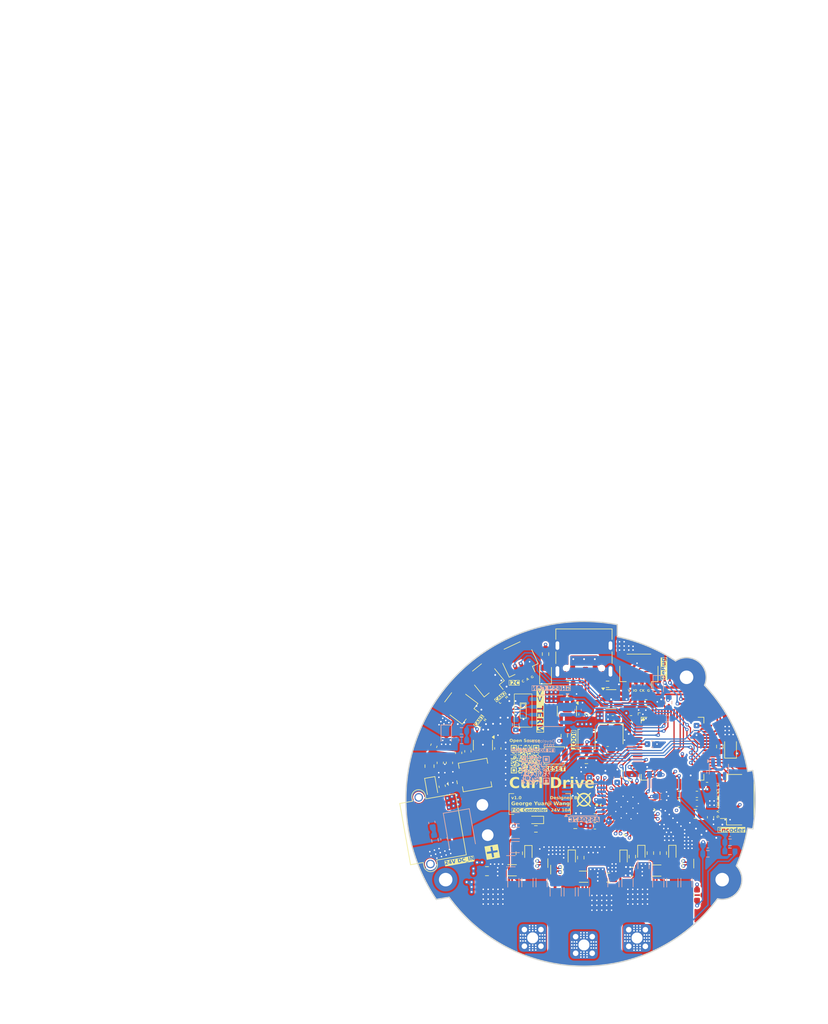
<source format=kicad_pcb>
(kicad_pcb (version 20240108) (generator "pcbnew") (generator_version "8.0")
  (title_block (title "Curl-Drive FOC Controller") (date "2025-07-12") (rev "1.0") (company "George Yuanji Wang"))
  (layers (0 "F.Cu" signal) (1 "In1.Cu" power "GND.Cu") (2 "In2.Cu" signal "PWR.Cu") (31 "B.Cu" signal) (34 "B.Paste" user) (35 "F.Paste" user) (36 "B.SilkS" user "B.Silkscreen") (37 "F.SilkS" user "F.Silkscreen") (38 "B.Mask" user) (39 "F.Mask" user) (44 "Edge.Cuts" user))
  (net 0 "")
  (net 8 "Net-(U1-PF1)")
  (net 9 "DVCC")
  (net 10 "AVCC")
  (net 11 "Net-(U1-PF0)")
  (net 12 "NRST")
  (net 13 "Net-(J1-CC1)")
  (net 14 "Net-(J1-CC2)")
  (net 15 "SWCLK")
  (net 16 "SWDIO")
  (net 17 "BOOT0")
  (net 18 "CAN_TX")
  (net 19 "USB_D-")
  (net 20 "USB_D+")
  (net 21 "5V")
  (net 23 "DCBUS")
  (net 24 "Net-(D1-A)")
  (net 25 "Net-(U7-SW)")
  (net 26 "Net-(U7-BST)")
  (net 27 "Net-(D2-K)")
  (net 28 "Net-(U7-FB)")
  (net 29 "VBAT_Sense")
  (net 30 "TEMP_Sense")
  (net 31 "Net-(C42-Pad2)")
  (net 32 "Net-(U3-CPL)")
  (net 33 "Net-(U3-CPH)")
  (net 34 "Net-(U3-DVDD)")
  (net 35 "VREF")
  (net 47 "nFAULT")
  (net 48 "CAN_RX")
  (net 49 "INHC")
  (net 50 "INHA")
  (net 51 "SOA")
  (net 52 "SOC")
  (net 53 "INHB")
  (net 54 "SOB")
  (net 55 "CAL")
  (net 56 "GL_B")
  (net 57 "Net-(U3-VCP)")
  (net 58 "SH_B")
  (net 59 "SH_C")
  (net 60 "GL_C")
  (net 61 "GH_B")
  (net 62 "GL_A")
  (net 63 "SA_P")
  (net 64 "SB_P")
  (net 65 "GH_C")
  (net 66 "DR_EN")
  (net 67 "SC_P")
  (net 68 "GH_A")
  (net 69 "SA_N")
  (net 70 "SH_A")
  (net 72 "USART_TX")
  (net 73 "SPI3_SCK")
  (net 74 "USART_RX")
  (net 75 "SPI3_MISO")
  (net 76 "SPI3_MOSI")
  (net 80 "Net-(D4-A)")
  (net 81 "Net-(D5-A)")
  (net 82 "LED_IND")
  (net 83 "Net-(U7-EN)")
  (net 84 "4V5")
  (net 85 "Net-(D6-A)")
  (net 86 "Net-(D7-A)")
  (net 87 "Net-(D8-A)")
  (net 88 "Net-(D9-A)")
  (net 89 "Net-(D10-A)")
  (net 90 "Net-(D11-A)")
  (net 91 "I2C3_SCL")
  (net 92 "I2C3_SDA")
  (net 93 "SPI2_MOSI")
  (net 94 "AUX_CS_SPI2")
  (net 95 "Encoder_CS")
  (net 96 "DR_CS")
  (net 97 "SPI2_MISO")
  (net 98 "SPI2_SCK")
  (net 105 "CAN+")
  (net 106 "CAN-")
  (net 107 "/D-")
  (net 108 "/D+")
  (net 109 "SB_N")
  (net 110 "GND")
  (net 111 "Net-(Q2-S)")
  (net 112 "Net-(Q4-S)")
  (net 113 "Net-(Q6-S)")
  (net 114 "SC_N")
  (net 115 "Net-(R3-Pad2)")
  (footprint "Resistor_SMD:R_0603_1608Metric" (layer "F.Cu") (at 97.42 31.225 180)
    (property "Reference" "R5" (hide yes))
    (property "Value" "5.1k")
  )
  (footprint "Capacitor_SMD:C_0805_2012Metric" (layer "F.Cu") (at 98.59 53.96 180)
    (property "Reference" "C48" (hide yes))
    (property "Value" "10u")
  )
  (footprint "TestPoint:TestPoint_Pad_D0.4mm" (layer "F.Cu") (at 123.125 45.375)
    (property "Reference" "TP22" (hide yes))
    (property "Value" "SPI2_SCK")
  )
  (footprint "TestPoint:TestPoint_Pad_D0.4mm" (layer "F.Cu") (at 110.1 49.125)
    (property "Reference" "TP24" (hide yes))
    (property "Value" "nFAULT")
  )
  (footprint "Capacitor_SMD:C_0603_1608Metric" (layer "F.Cu") (at 78.1 44 -90)
    (property "Reference" "C22" (hide yes))
    (property "Value" "10u")
  )
  (footprint "Diode_SMD:D_SOD-323" (layer "F.Cu") (at 75.167669 47.965952 -80)
    (property "Reference" "D2" (hide yes))
    (property "Value" "1N5819WS")
  )
  (footprint "NetTie:NetTie-2" (layer "F.Cu") (at 93.220295 59.775 90)
    (property "Reference" "NT2" (hide yes))
    (property "Value" "AN" (hide yes))
  )
  (footprint "MountingHole:MountingHole_2.2mm_M2_DIN965_Pad" (layer "F.Cu") (at 122.516661 63)
    (property "Reference" "H1" (hide yes))
    (property "Value" "~")
  )
  (footprint "Connector_JST:JST_SH_SM02B-SRSS-TB_1x02-1MP_P1.00mm_Horizontal" (layer "F.Cu") (at 80.034112 34.954624 -127)
    (property "Reference" "J11" (hide yes))
    (property "Value" "CAN_OUT")
  )
  (footprint "TestPoint:TestPoint_Pad_D0.4mm" (layer "F.Cu") (at 120.8 49.1)
    (property "Reference" "TP6" (hide yes))
    (property "Value" "GND")
  )
  (footprint "MountingHole:MountingHole_2.2mm_M2_DIN965_Pad" (layer "F.Cu") (at 116.712478 30.082844)
    (property "Reference" "H3" (hide yes))
    (property "Value" "~")
  )
  (footprint "Capacitor_SMD:C_0603_1608Metric" (layer "F.Cu") (at 99.675 36.125 90)
    (property "Reference" "C54" (hide yes))
    (property "Value" "1u")
  )
  (footprint "Capacitor_SMD:C_0603_1608Metric" (layer "F.Cu") (at 107.675 36.825 180)
    (property "Reference" "C1" (hide yes))
    (property "Value" "1u")
  )
  (footprint "Resistor_SMD:R_0603_1608Metric" (layer "F.Cu") (at 122.125 41.35 90)
    (property "Reference" "R14" (hide yes))
    (property "Value" "10k")
  )
  (footprint "Package_QFP:LQFP-64_10x10mm_P0.5mm" (layer "F.Cu") (at 114.425 41.7)
    (property "Reference" "U1" (hide yes))
    (property "Value" "STM32G474RBTx")
  )
  (footprint "1_my_custom:4.5x4.5_pad" (layer "F.Cu") (at 91.65 72.475 90)
    (property "Reference" "J4" (hide yes))
    (property "Value" "PhaseA" (hide yes))
  )
  (footprint "Diode_SMD:D_SOD-523" (layer "F.Cu") (at 90.95 58.705 -90)
    (property "Reference" "D7" (hide yes))
    (property "Value" "RB521SM-60T2R")
  )
  (footprint "Capacitor_SMD:C_0603_1608Metric" (layer "F.Cu") (at 106.225 45.825 180)
    (property "Reference" "C4" (hide yes))
    (property "Value" "100n")
  )
  (footprint "TestPoint:TestPoint_Pad_D0.4mm" (layer "F.Cu") (at 109.2 47.7)
    (property "Reference" "TP14" (hide yes))
    (property "Value" "SPI3_SCK")
  )
  (footprint "Resistor_SMD:R_0603_1608Metric" (layer "F.Cu") (at 96.8 39.575 90)
    (property "Reference" "R1" (hide yes))
    (property "Value" "10k" (hide yes))
  )
  (footprint "TestPoint:TestPoint_Pad_D0.4mm" (layer "F.Cu") (at 107.35 43.45)
    (property "Reference" "TP16" (hide yes))
    (property "Value" "CAL")
  )
  (footprint "Capacitor_SMD:C_1206_3216Metric" (layer "F.Cu") (at 99.945 62.5206)
    (property "Reference" "C58" (hide yes))
    (property "Value" "100n")
  )
  (footprint "Diode_SMD:D_SOD-523" (layer "F.Cu") (at 109.35 58.6794 -90)
    (property "Reference" "D10" (hide yes))
    (property "Value" "RB521SM-60T2R")
  )
  (footprint "TestPoint:TestPoint_Pad_D0.4mm" (layer "F.Cu") (at 102.25 48.05)
    (property "Reference" "TP17" (hide yes))
    (property "Value" "DR_EN")
  )
  (footprint "Capacitor_SMD:C_0603_1608Metric" (layer "F.Cu") (at 118.4 50.58)
    (property "Reference" "C9" (hide yes))
    (property "Value" "1u")
  )
  (footprint "Connector_JST:JST_SH_SM04B-SRSS-TB_1x04-1MP_P1.00mm_Horizontal" (layer "F.Cu") (at 108.95 29 180)
    (property "Reference" "J2" (hide yes))
    (property "Value" "STM32_DeBug")
  )
  (footprint "Capacitor_SMD:C_0603_1608Metric" (layer "F.Cu") (at 120.625 52.85 -90)
    (property "Reference" "C46" (hide yes))
    (property "Value" "1u")
  )
  (footprint "Resistor_SMD:R_0805_2012Metric" (layer "F.Cu") (at 118.15 52.3)
    (property "Reference" "FB2" (hide yes))
    (property "Value" "100mΩ 600Ω@100MHz")
  )
  (footprint "Resistor_SMD:R_0603_1608Metric" (layer "F.Cu") (at 99.49 59.425 90)
    (property "Reference" "R19" (hide yes))
    (property "Value" "4.7")
  )
  (footprint "Capacitor_SMD:C_0603_1608Metric" (layer "F.Cu") (at 120.05 47.675)
    (property "Reference" "C3" (hide yes))
    (property "Value" "100n")
  )
  (footprint "TestPoint:TestPoint_Pad_D0.4mm" (layer "F.Cu") (at 112.975 34.6 90)
    (property "Reference" "TP26" (hide yes))
    (property "Value" "CAN_TX")
  )
  (footprint "Diode_SMD:D_SOD-523" (layer "F.Cu") (at 106.45 59.4475 -90)
    (property "Reference" "D8" (hide yes))
    (property "Value" "RB521SM-60T2R")
  )
  (footprint "LED_SMD:LED_0805_2012Metric" (layer "F.Cu") (at 93.75 29.47125 90)
    (property "Reference" "D4" (hide yes))
    (property "Value" "Blue (0805)")
  )
  (footprint "Capacitor_SMD:C_1206_3216Metric" (layer "F.Cu") (at 111.85 61.5206 180)
    (property "Reference" "C60" (hide yes))
    (property "Value" "100n")
  )
  (footprint "Button_Switch_SMD:SW_SPST_DSHP-01-TJ-GER" (layer "F.Cu") (at 90.1 35.49 -90)
    (property "Reference" "SW1" (hide yes))
    (property "Value" "SW_DIP_x01")
  )
  (footprint "TestPoint:TestPoint_Pad_D0.4mm" (layer "F.Cu") (at 104.5 43.2 180)
    (property "Reference" "TP11" (hide yes))
    (property "Value" "INHC")
  )
  (footprint "Resistor_SMD:R_0603_1608Metric" (layer "F.Cu") (at 100.4 43.6 180)
    (property "Reference" "R2" (hide yes))
    (property "Value" "10k" (hide yes))
  )
  (footprint "Capacitor_SMD:C_0603_1608Metric" (layer "F.Cu") (at 97.425 32.75)
    (property "Reference" "C53" (hide yes))
    (property "Value" "1u")
  )
  (footprint "Package_DFN_QFN:DFN-8-1EP_6x5mm_MOSFET" (layer "F.Cu") (at 85.205 66.3206 90)
    (property "Reference" "Q1" (hide yes))
    (property "Value" "DON90N06")
  )
  (footprint "MountingHole:MountingHole_2.2mm_M2_DIN965_Pad" (layer "F.Cu") (at 77.48334 63)
    (property "Reference" "H2" (hide yes))
    (property "Value" "~")
  )
  (footprint "Capacitor_SMD:C_0805_2012Metric" (layer "F.Cu") (at 107.77 61.7206)
    (property "Reference" "C61" (hide yes))
    (property "Value" "4.7u")
  )
  (footprint "Package_TO_SOT_SMD:SOT-23-6" (layer "F.Cu") (at 104.43 33.65)
    (property "Reference" "U4" (hide yes))
    (property "Value" "USBLC6-2SC6")
  )
  (footprint "Capacitor_SMD:C_0603_1608Metric" (layer "F.Cu") (at 101.784999 52.79)
    (property "Reference" "C44" (hide yes))
    (property "Value" "47n")
  )
  (footprint "Resistor_SMD:R_1206_3216Metric" (layer "F.Cu") (at 93.220295 60.3125 90)
    (property "Reference" "R17" (hide yes))
    (property "Value" "2m (1206 1W)")
  )
  (footprint "Resistor_SMD:R_0805_2012Metric" (layer "F.Cu") (at 74.85 44.5375 90)
    (property "Reference" "FB1" (hide yes))
    (property "Value" "120mΩ 1kΩ@100MHz")
  )
  (footprint "Connector_AMASS:AMASS_XT30PW-M_1x02_P2.50mm_Horizontal" (layer "F.Cu") (at 83.460117 50.836956 100)
    (property "Reference" "J3" (hide yes))
    (property "Value" "XT30PW")
  )
  (footprint "1_my_custom:4.5x4.5_pad" (layer "F.Cu") (at 100 73.625 90)
    (property "Reference" "J5" (hide yes))
    (property "Value" "PhaseB" (hide yes))
  )
  (footprint "Capacitor_SMD:C_0603_1608Metric" (layer "F.Cu") (at 103.875 41.85)
    (property "Reference" "C6" (hide yes))
    (property "Value" "18p")
  )
  (footprint "Connector_USB:USB_C_Receptacle_G-Switch_GT-USB-7010ASV" (layer "F.Cu") (at 100 26 180)
    (property "Reference" "J1" (hide yes))
    (property "Value" "USB_C_Receptacle_USB2.0_16P")
  )
  (footprint "NetTie:NetTie-2" (layer "F.Cu") (at 93.220295 60.975 -90)
    (property "Reference" "NT1" (hide yes))
    (property "Value" "AP" (hide yes))
  )
  (footprint "LOGO" (layer "F.Cu") (at 90.4 43.4)
    (property "Reference" "G***" (hide yes))
    (property "Value" "LOGO" (hide yes))
  )
  (footprint "Capacitor_SMD:C_0603_1608Metric" (layer "F.Cu") (at 101.785001 54.26)
    (property "Reference" "C47" (hide yes))
    (property "Value" "1u")
  )
  (footprint "Resistor_SMD:R_0603_1608Metric" (layer "F.Cu") (at 93.75 26.30375 -90)
    (property "Reference" "R13" (hide yes))
    (property "Value" "10k")
  )
  (footprint "Capacitor_SMD:C_0603_1608Metric" (layer "F.Cu") (at 85.975 41.65 -90)
    (property "Reference" "C18" (hide yes))
    (property "Value" "100n")
  )
  (footprint "Resistor_SMD:R_0603_1608Metric" (layer "F.Cu") (at 107.88 59.25 90)
    (property "Reference" "R18" (hide yes))
    (property "Value" "4.7")
  )
  (footprint "Capacitor_SMD:C_0805_2012Metric" (layer "F.Cu") (at 84.21 61.6206)
    (property "Reference" "C57" (hide yes))
    (property "Value" "4.7u")
  )
  (footprint "Capacitor_SMD:C_0603_1608Metric" (layer "F.Cu") (at 115.425 49.125)
    (property "Reference" "C8" (hide yes))
    (property "Value" "100n")
  )
  (footprint "Resistor_SMD:R_1206_3216Metric" (layer "F.Cu") (at 116.975 60.3831 90)
    (property "Reference" "R23" (hide yes))
    (property "Value" "2m (1206 1W)")
  )
  (footprint "Button_Switch_SMD:SW_SPST_B3U-1000P" (layer "F.Cu") (at 100.425 40.2 90)
    (property "Reference" "SW2(B3U-1000)1" (hide yes))
    (property "Value" "SW_Push")
  )
  (footprint "1_my_custom:4.5x4.5_pad" (layer "F.Cu") (at 108.65 72.5 90)
    (property "Reference" "J6" (hide yes))
    (property "Value" "PhaseC" (hide yes))
  )
  (footprint "Connector_JST:JST_SH_SM02B-SRSS-TB_1x02-1MP_P1.00mm_Horizontal" (layer "F.Cu") (at 84.26699 30.571351 -141)
    (property "Reference" "J10" (hide yes))
    (property "Value" "CAN_IN")
  )
  (footprint "TestPoint:TestPoint_Pad_D0.4mm" (layer "F.Cu") (at 106.6 43.1 180)
    (property "Reference" "TP9" (hide yes))
    (property "Value" "INHA")
  )
  (footprint "Diode_SMD:D_SOD-523" (layer "F.Cu") (at 92.175 53.285 180)
    (property "Reference" "D6" (hide yes))
    (property "Value" "RB521SM-60T2R")
  )
  (footprint "TestPoint:TestPoint_Pad_D0.4mm" (layer "F.Cu") (at 98.2 38.2 -90)
    (property "Reference" "TP7" (hide yes))
    (property "Value" "3V3")
  )
  (footprint "TestPoint:TestPoint_Pad_D0.4mm" (layer "F.Cu") (at 109.775 47.275)
    (property "Reference" "TP13" (hide yes))
    (property "Value" "SPI3_MOSI")
  )
  (footprint "Capacitor_SMD:C_0603_1608Metric" (layer "F.Cu") (at 101.175 36.125 90)
    (property "Reference" "C55" (hide yes))
    (property "Value" "100n")
  )
  (footprint "Resistor_SMD:R_0603_1608Metric" (layer "F.Cu") (at 89.4686 58.7 90)
    (property "Reference" "R16" (hide yes))
    (property "Value" "4.7")
  )
  (footprint "Connector_JST:JST_SH_SM03B-SRSS-TB_1x03-1MP_P1.00mm_Horizontal" (layer "F.Cu") (at 89.434543 27.342305 -155)
    (property "Reference" "J9" (hide yes))
    (property "Value" "I2C3")
  )
  (footprint "TestPoint:TestPoint_Pad_D0.4mm" (layer "F.Cu") (at 88.8 53.6 180)
    (property "Reference" "TP1" (hide yes))
    (property "Value" "DCBUS")
  )
  (footprint "Capacitor_SMD:C_1206_3216Metric" (layer "F.Cu") (at 88.3 61.4706 180)
    (property "Reference" "C56" (hide yes))
    (property "Value" "100n")
  )
  (footprint "Diode_SMD:D_SOD-523" (layer "F.Cu") (at 114.4 58.675 -90)
    (property "Reference" "D11" (hide yes))
    (property "Value" "RB521SM-60T2R")
  )
  (footprint "TestPoint:TestPoint_Pad_D0.4mm" (layer "F.Cu") (at 104.5 44.2 180)
    (property "Reference" "TP10" (hide yes))
    (property "Value" "INHB")
  )
  (footprint "Package_TO_SOT_SMD:SOT-23-6" (layer "F.Cu") (at 83.55 41.112501 -90)
    (property "Reference" "U7" (hide yes))
    (property "Value" "ME3121")
  )
  (footprint "TestPoint:TestPoint_Pad_D0.4mm" (layer "F.Cu") (at 113.825 34.6 90)
    (property "Reference" "TP27" (hide yes))
    (property "Value" "CAN_RX")
  )
  (footprint "Inductor_SMD:L_APV_APH0420" (layer "F.Cu") (at 82.271894 45.978751 -170)
    (property "Reference" "L1" (hide yes))
    (property "Value" "3.3uH (APH0420T)")
  )
  (footprint "Capacitor_SMD:C_0603_1608Metric" (layer "F.Cu") (at 110.125 34.225)
    (property "Reference" "C51" (hide yes))
    (property "Value" "100n")
  )
  (footprint "Diode_SMD:D_SOD-523" (layer "F.Cu") (at 98.02 59.445 -90)
    (property "Reference" "D9" (hide yes))
    (property "Value" "RB521SM-60T2R")
  )
  (footprint "TestPoint:TestPoint_Pad_D0.4mm" (layer "F.Cu") (at 121.5 44.95)
    (property "Reference" "TP25" (hide yes))
    (property "Value" "Encoder_CS")
  )
  (footprint "TestPoint:TestPoint_Pad_D0.4mm" (layer "F.Cu") (at 88.8 52.1 180)
    (property "Reference" "TP2" (hide yes))
    (property "Value" "GND")
  )
  (footprint "TestPoint:TestPoint_Pad_D0.4mm" (layer "F.Cu") (at 108.53621 47.525224)
    (property "Reference" "TP15" (hide yes))
    (property "Value" "DR_CS")
  )
  (footprint "Package_TO_SOT_SMD:SOT-23-5" (layer "F.Cu") (at 97.225 35.5625 -90)
    (property "Reference" "U6" (hide yes))
    (property "Value" "TLV75533PDBV")
  )
  (footprint "Resistor_SMD:R_0603_1608Metric" (layer "F.Cu") (at 110.82 58.675 90)
    (property "Reference" "R21" (hide yes))
    (property "Value" "4.7")
  )
  (footprint "Resistor_SMD:R_0603_1608Metric" (layer "F.Cu") (at 103.85 31.225 180)
    (property "Reference" "R4" (hide yes))
    (property "Value" "5.1k")
  )
  (footprint "TestPoint:TestPoint_Pad_D0.4mm" (layer "F.Cu") (at 95.4 38.2 -90)
    (property "Reference" "TP8" (hide yes))
    (property "Value" "GND")
  )
  (footprint "TestPoint:TestPoint_Pad_D0.4mm" (layer "F.Cu") (at 122.875 44.35)
    (property "Reference" "TP20" (hide yes))
    (property "Value" "SPI2_MISO")
  )
  (footprint "Resistor_SMD:R_0603_1608Metric" (layer "F.Cu") (at 118.42 65.52 -90)
    (property "Reference" "TH1" (hide yes))
    (property "Value" "10k")
  )
  (footprint "Package_DFN_QFN:DFN-8-1EP_6x5mm_MOSFET" (layer "F.Cu") (at 91.36 66.3206 -90)
    (property "Reference" "Q2" (hide yes))
    (property "Value" "DON90N06")
  )
  (footprint "NetTie:NetTie-2" (layer "F.Cu") (at 95.505 60.775 90)
    (property "Reference" "NT4" (hide yes))
    (property "Value" "AN" (hide yes))
  )
  (footprint "Capacitor_SMD:C_0805_2012Metric" (layer "F.Cu") (at 78.614966 47.285567 100)
    (property "Reference" "C19" (hide yes))
    (property "Value" "22u")
  )
  (footprint "Button_Switch_SMD:SW_SPST_B3U-1000P" (layer "F.Cu") (at 95.2 42.8 180)
    (property "Reference" "SW1(B3U-1000)1" (hide yes))
    (property "Value" "SW_Push")
  )
  (footprint "LED_SMD:LED_0805_2012Metric" (layer "F.Cu") (at 123.875 41.55 90)
    (property "Reference" "D5" (hide yes))
    (property "Value" "Green (0805)")
  )
  (footprint "FOCDriver:DRV8323" (layer "F.Cu") (at 107.024745 51.267801 40)
    (property "Reference" "U3" (hide yes))
    (property "Value" "DRV8323SRTAR")
  )
  (footprint "TestPoint:TestPoint_Pad_D0.4mm" (layer "F.Cu") (at 79.3 38.9)
    (property "Reference" "TP5" (hide yes))
    (property "Value" "GND")
  )
  (footprint "Crystal:Crystal_SMD_3225-4Pin_3.2x2.5mm" (layer "F.Cu") (at 104.375 39.275 180)
    (property "Reference" "Y1" (hide yes))
    (property "Value" "8 Mhz")
  )
  (footprint "TestPoint:TestPoint_Pad_D0.4mm" (layer "F.Cu") (at 121.55 52)
    (property "Reference" "TP4" (hide yes))
    (property "Value" "A3V3")
  )
  (footprint "TestPoint:TestPoint_Pad_D0.4mm" (layer "F.Cu") (at 109.7 48.6)
    (property "Reference" "TP12" (hide yes))
    (property "Value" "SPI3_MISO")
  )
  (footprint "Capacitor_SMD:C_0603_1608Metric" (layer "F.Cu") (at 75.565066 41.221738 70)
    (property "Reference" "C10" (hide yes))
    (property "Value" "2u2")
  )
  (footprint "Resistor_SMD:R_0603_1608Metric" (layer "F.Cu") (at 112.92 58.6831 90)
    (property "Reference" "R22" (hide yes))
    (property "Value" "4.7")
  )
  (footprint "Resistor_SMD:R_1206_3216Metric" (layer "F.Cu") (at 95.5 61.3706 90)
    (property "Reference" "R20" (hide yes))
    (property "Value" "2m (1206 1W)")
  )
  (footprint "Package_DFN_QFN:DFN-8-1EP_6x5mm_MOSFET" (layer "F.Cu") (at 114.865 66.325 -90)
    (property "Reference" "Q6" (hide yes))
    (property "Value" "DON90N06")
  )
  (footprint "Capacitor_SMD:C_0603_1608Metric" (layer "F.Cu") (at 104.7 36.825 180)
    (property "Reference" "C7" (hide yes))
    (property "Value" "18p")
  )
  (footprint "NetTie:NetTie-2" (layer "F.Cu") (at 116.975 59.775 90)
    (property "Reference" "NT6" (hide yes))
    (property "Value" "AN" (hide yes))
  )
  (footprint "TestPoint:TestPoint_Pad_D0.4mm" (layer "F.Cu") (at 124.725 45.35)
    (property "Reference" "TP21" (hide yes))
    (property "Value" "SPI2_MOSI")
  )
  (footprint "Capacitor_SMD:C_0603_1608Metric" (layer "F.Cu") (at 118.4 49.125)
    (property "Reference" "C5" (hide yes))
    (property "Value" "100n")
  )
  (footprint "Capacitor_SMD:C_0805_2012Metric" (layer "F.Cu") (at 103.97 62.6706 180)
    (property "Reference" "C59" (hide yes))
    (property "Value" "4.7u")
  )
  (footprint "Capacitor_SMD:C_0603_1608Metric" (layer "F.Cu") (at 76.6 44 -90)
    (property "Reference" "C23" (hide yes))
    (property "Value" "10u")
  )
  (footprint "Package_DFN_QFN:DFN-8-1EP_6x5mm_MOSFET" (layer "F.Cu") (at 108.745 66.325 90)
    (property "Reference" "Q5" (hide yes))
    (property "Value" "DON90N06")
  )
  (footprint "TestPoint:TestPoint_Pad_D0.4mm" (layer "F.Cu") (at 122.475 46)
    (property "Reference" "TP23" (hide yes))
    (property "Value" "AUX_CS_SPI2")
  )
  (footprint "Capacitor_SMD:C_0603_1608Metric" (layer "F.Cu") (at 79.6 42.375 90)
    (property "Reference" "C21" (hide yes))
    (property "Value" "10u")
  )
  (footprint "Capacitor_SMD:C_0603_1608Metric" (layer "F.Cu") (at 115.425 50.58)
    (property "Reference" "C45" (hide yes))
    (property "Value" "1u")
  )
  (footprint "NetTie:NetTie-2" (layer "F.Cu") (at 116.975 60.975 -90)
    (property "Reference" "NT5" (hide yes))
    (property "Value" "AP" (hide yes))
  )
  (footprint "Connector_JST:JST_SH_SM06B-SRSS-TB_1x06-1MP_P1.00mm_Horizontal" (layer "F.Cu") (at 125 50 90)
    (property "Reference" "J8" (hide yes))
    (property "Value" "Encoder_SPI2")
  )
  (footprint "Package_DFN_QFN:DFN-8-1EP_6x5mm_MOSFET" (layer "F.Cu") (at 102.91 67.375 90)
    (property "Reference" "Q3" (hide yes))
    (property "Value" "DON90N06")
  )
  (footprint "Capacitor_SMD:C_0603_1608Metric" (layer "F.Cu") (at 76.915423 47.813226 100)
    (property "Reference" "C63" (hide yes))
    (property "Value" "2u2")
  )
  (footprint "TestPoint:TestPoint_Pad_D0.4mm" (layer "F.Cu") (at 79.2 40.3)
    (property "Reference" "TP3" (hide yes))
    (property "Value" "5V")
  )
  (footprint "Resistor_SMD:R_0603_1608Metric" (layer "F.Cu") (at 92.175 54.75)
    (property "Reference" "R15" (hide yes))
    (property "Value" "4.7")
  )
  (footprint "Package_DFN_QFN:DFN-8-1EP_6x5mm_MOSFET" (layer "F.Cu") (at 97.2 67.375 -90)
    (property "Reference" "Q4" (hide yes))
    (property "Value" "DON90N06")
  )
  (footprint "NetTie:NetTie-2" (layer "F.Cu") (at 95.505 61.975 -90)
    (property "Reference" "NT3" (hide yes))
    (property "Value" "AP" (hide yes))
  )
  (footprint "Capacitor_SMD:C_0603_1608Metric" (layer "F.Cu") (at 81.1 42.125 90)
    (property "Reference" "C20" (hide yes))
    (property "Value" "100n")
  )
  (footprint "Capacitor_SMD:C_1206_3216Metric" (layer "B.Cu") (at 93.1 63.475 90)
    (property "Reference" "C38" (hide yes))
    (property "Value" "10u")
  )
  (footprint "Capacitor_SMD:C_1206_3216Metric" (layer "B.Cu") (at 97.675 64.975 90)
    (property "Reference" "C24" (hide yes))
    (property "Value" "10u")
  )
  (footprint "Capacitor_SMD:C_0603_1608Metric" (layer "B.Cu") (at 99.055 35.4 -90)
    (property "Reference" "C12" (hide yes))
    (property "Value" "100n")
  )
  (footprint "Capacitor_SMD:C_0603_1608Metric" (layer "B.Cu") (at 120.175 57.325)
    (property "Reference" "C41" (hide yes))
    (property "Value" "1u")
  )
  (footprint "Package_TO_SOT_SMD:SOT-23-5" (layer "B.Cu") (at 121.975 45.025 -90)
    (property "Reference" "U5" (hide yes))
    (property "Value" "TLV75533PDBV")
  )
  (footprint "Capacitor_SMD:C_1206_3216Metric" (layer "B.Cu") (at 109.7 60.5 90)
    (property "Reference" "C27" (hide yes))
    (property "Value" "10u")
  )
  (footprint "Capacitor_SMD:C_1206_3216Metric" (layer "B.Cu") (at 114.4 63.5 90)
    (property "Reference" "C34" (hide yes))
    (property "Value" "10u")
  )
  (footprint "Capacitor_SMD:C_0603_1608Metric" (layer "B.Cu") (at 100.125 46.4)
    (property "Reference" "C62" (hide yes))
    (property "Value" "100n")
  )
  (footprint "Resistor_SMD:R_0603_1608Metric" (layer "B.Cu") (at 80.075 38.8)
    (property "Reference" "R9" (hide yes))
    (property "Value" "13.7k")
  )
  (footprint "Resistor_SMD:R_0603_1608Metric" (layer "B.Cu") (at 111.5 45.85 180)
    (property "Reference" "R12" (hide yes))
    (property "Value" "10k")
  )
  (footprint "Capacitor_SMD:C_0603_1608Metric" (layer "B.Cu") (at 77.200001 56.35 -80)
    (property "Reference" "C43" (hide yes))
    (property "Value" "100n" (hide yes))
  )
  (footprint "Package_SO:SOIC-8_3.9x4.9mm_P1.27mm" (layer "B.Cu") (at 94.625 35.535 180)
    (property "Reference" "U2" (hide yes))
    (property "Value" "SN65HVD232")
  )
  (footprint "Capacitor_SMD:C_0603_1608Metric" (layer "B.Cu") (at 119.5 45.575 90)
    (property "Reference" "C16" (hide yes))
    (property "Value" "1u")
  )
  (footprint "Resistor_SMD:R_0603_1608Metric" (layer "B.Cu") (at 113.8 34.2 -90)
    (property "Reference" "R24" (hide yes))
    (property "Value" "4.7k")
  )
  (footprint "Capacitor_SMD:C_1206_3216Metric" (layer "B.Cu") (at 95.4 64.975 90)
    (property "Reference" "C39" (hide yes))
    (property "Value" "10u")
  )
  (footprint "Diode_SMD:D_SMB" (layer "B.Cu") (at 79.843381 55.434174 -80)
    (property "Reference" "D3" (hide yes))
    (property "Value" "SMBJ26CA" (hide yes))
  )
  (footprint "LOGO" (layer "B.Cu") (at 92.1 45.2 180)
    (property "Reference" "G***" (hide yes))
    (property "Value" "LOGO" (hide yes))
  )
  (footprint "Resistor_SMD:R_0603_1608Metric" (layer "B.Cu") (at 75.74326 56.612466 -80)
    (property "Reference" "R11" (hide yes))
    (property "Value" "3.3" (hide yes))
  )
  (footprint "Resistor_SMD:R_0603_1608Metric" (layer "B.Cu") (at 113.499293 36.799293)
    (property "Reference" "R25" (hide yes))
    (property "Value" "4.7k")
  )
  (footprint "Capacitor_SMD:C_1206_3216Metric" (layer "B.Cu") (at 100 64.975 90)
    (property "Reference" "C30" (hide yes))
    (property "Value" "10u")
  )
  (footprint "Capacitor_SMD:C_1206_3216Metric" (layer "B.Cu") (at 90.8 63.475 90)
    (property "Reference" "C37" (hide yes))
    (property "Value" "10u")
  )
  (footprint "Package_SO:TSSOP-14_4.4x5mm_P0.65mm" (layer "B.Cu") (at 100 50)
    (property "Reference" "U8" (hide yes))
    (property "Value" "AS5047D")
  )
  (footprint "Capacitor_SMD:C_1206_3216Metric" (layer "B.Cu") (at 88.5 63.5 90)
    (property "Reference" "C36" (hide yes))
    (property "Value" "10u")
  )
  (footprint "Capacitor_SMD:C_0603_1608Metric" (layer "B.Cu") (at 75.233682 53.69924 -80)
    (property "Reference" "C42" (hide yes))
    (property "Value" "100n" (hide yes))
  )
  (footprint "Capacitor_SMD:C_0603_1608Metric" (layer "B.Cu") (at 122.2 42.225 180)
    (property "Reference" "C15" (hide yes))
    (property "Value" "1u")
  )
  (footprint "Capacitor_SMD:C_1206_3216Metric" (layer "B.Cu") (at 112.1 63.5 90)
    (property "Reference" "C33" (hide yes))
    (property "Value" "10u")
  )
  (footprint "Capacitor_SMD:C_0603_1608Metric" (layer "B.Cu") (at 108.8 31.275 -90)
    (property "Reference" "C13" (hide yes))
    (property "Value" "1u")
  )
  (footprint "Capacitor_SMD:C_1206_3216Metric" (layer "B.Cu") (at 107.1 63.475 90)
    (property "Reference" "C32" (hide yes))
    (property "Value" "10u")
  )
  (footprint "Resistor_SMD:R_0603_1608Metric" (layer "B.Cu") (at 88.9 37.8 -90)
    (property "Reference" "R3" (hide yes))
    (property "Value" "120 (Termination Resistance)")
  )
  (footprint "Capacitor_SMD:C_0603_1608Metric" (layer "B.Cu") (at 118.34 38.715 -90)
    (property "Reference" "C2" (hide yes))
    (property "Value" "100n")
  )
  (footprint "Diode_SMD:D_SOD-323" (layer "B.Cu") (at 77.575 39.45 -90)
    (property "Reference" "D12" (hide yes))
    (property "Value" "1N5819WS")
  )
  (footprint "Capacitor_SMD:C_1206_3216Metric" (layer "B.Cu") (at 88.775 53)
    (property "Reference" "C28" (hide yes))
    (property "Value" "10u")
  )
  (footprint "Capacitor_SMD:C_1206_3216Metric" (layer "B.Cu") (at 88.1 60)
    (property "Reference" "C35" (hide yes))
    (property "Value" "10u")
  )
  (footprint "Capacitor_SMD:C_0603_1608Metric" (layer "B.Cu") (at 112.52 49.46)
    (property "Reference" "C52" (hide yes))
    (property "Value" "100n")
  )
  (footprint "Diode_SMD:D_SOD-323" (layer "B.Cu") (at 112.1 31.4 -90)
    (property "Reference" "D1" (hide yes))
    (property "Value" "1N5819WS")
  )
  (footprint "Resistor_SMD:R_0603_1608Metric" (layer "B.Cu") (at 123.775 56.925 180)
    (property "Reference" "R7" (hide yes))
    (property "Value" "1k")
  )
  (footprint "Capacitor_SMD:C_1206_3216Metric" (layer "B.Cu") (at 104.8 63.475 90)
    (property "Reference" "C31" (hide yes))
    (property "Value" "10u")
  )
  (footprint "Capacitor_SMD:C_0603_1608Metric" (layer "B.Cu") (at 104.64 53.03 -140)
    (property "Reference" "C49" (hide yes))
    (property "Value" "100n")
  )
  (footprint "Capacitor_SMD:C_0603_1608Metric" (layer "B.Cu") (at 105.425 46.425 -90)
    (property "Reference" "C50" (hide yes))
    (property "Value" "1u")
  )
  (footprint "Resistor_SMD:R_0603_1608Metric" (layer "B.Cu") (at 80.075 40.35 180)
    (property "Reference" "R8" (hide yes))
    (property "Value" "100k")
  )
  (footprint "Capacitor_SMD:C_0603_1608Metric" (layer "B.Cu") (at 110.3 31.275 -90)
    (property "Reference" "C14" (hide yes))
    (property "Value" "100n")
  )
  (footprint "Capacitor_SMD:C_1206_3216Metric" (layer "B.Cu") (at 88.8 55.4)
    (property "Reference" "C29" (hide yes))
    (property "Value" "10u")
  )
  (footprint "Resistor_SMD:R_0603_1608Metric" (layer "B.Cu") (at 123.775 58.4)
    (property "Reference" "R6" (hide yes))
    (property "Value" "10k")
  )
  (footprint "Capacitor_SMD:C_0603_1608Metric" (layer "B.Cu") (at 111.125 40.95 180)
    (property "Reference" "C11" (hide yes))
    (property "Value" "100n" (hide yes))
  )
  (footprint "Capacitor_SMD:C_0603_1608Metric" (layer "B.Cu") (at 123.775 55.45)
    (property "Reference" "C40" (hide yes))
    (property "Value" "100n")
  )
  (footprint "Capacitor_SMD:C_1206_3216Metric" (layer "B.Cu") (at 88.775 57.7)
    (property "Reference" "C26" (hide yes))
    (property "Value" "10u")
  )
  (footprint "Capacitor_SMD:C_0603_1608Metric" (layer "B.Cu") (at 121.75 47.85)
    (property "Reference" "C17" (hide yes))
    (property "Value" "100n")
  )
  (footprint "Resistor_SMD:R_0603_1608Metric" (layer "B.Cu") (at 120.175 58.8 180)
    (property "Reference" "R10" (hide yes))
    (property "Value" "3.3k")
  )
  (footprint "Capacitor_SMD:C_1206_3216Metric" (layer "B.Cu") (at 116.7 63.5 90)
    (property "Reference" "C25" (hide yes))
    (property "Value" "10u")
  )
  (gr_line (start 87.8 49) (end 87.8 52.4) (stroke (width 0.1)) (layer "F.SilkS"))
  (gr_line (start 88.6 52.4) (end 87.8 52.4) (stroke (width 0.1)) (layer "F.SilkS"))
  (gr_line (start 98.91967 51.05533) (end 99.98033 49.99467) (stroke (width 0.2)) (layer "F.SilkS"))
  (gr_line (start 87.8 49) (end 88.6 49) (stroke (width 0.1)) (layer "F.SilkS"))
  (gr_line (start 97.8 49) (end 97.8 52.4) (stroke (width 0.1)) (layer "F.SilkS"))
  (gr_line (start 100 50) (end 101.06066 48.93934) (stroke (width 0.2)) (layer "F.SilkS"))
  (gr_circle (center 100 50) (end 101 50) (stroke (width 0.25)) (fill none) (layer "F.SilkS"))
  (gr_line (start 100 50) (end 98.93934 48.93934) (stroke (width 0.2)) (layer "F.SilkS"))
  (gr_line (start 109.2 35.8625) (end 108.825 35.8625) (stroke (width 0.1)) (layer "F.SilkS"))
  (gr_line (start 97 49) (end 97.8 49) (stroke (width 0.1)) (layer "F.SilkS"))
  (gr_line (start 100 50) (end 101.06066 51.06066) (stroke (width 0.2)) (layer "F.SilkS"))
  (gr_line (start 97 52.4) (end 97.8 52.4) (stroke (width 0.1)) (layer "F.SilkS"))
  (gr_line (start 108.825 35.8625) (end 108.825 36.2375) (stroke (width 0.1)) (layer "F.SilkS"))
  (gr_line (start 126.65299 54.603698) (end 127.5 54.75) (stroke (width 0.2)) (layer "Edge.Cuts"))
  (gr_arc (start 114.925 27.425) (mid 118.771384 27.629253) (end 119.640273 31.381776) (stroke (width 0.2)) (layer "Edge.Cuts"))
  (gr_arc (start 127.5 45.25) (mid 127.907212 50) (end 127.5 54.75) (stroke (width 0.2)) (layer "Edge.Cuts"))
  (gr_line (start 75.95791 66.216594) (end 78.04248 65.866954) (stroke (width 0.2)) (layer "Edge.Cuts"))
  (gr_arc (start 124.813599 60.763887) (mid 125.299057 64.591977) (end 121.752866 66.113315) (stroke (width 0.2)) (layer "Edge.Cuts"))
  (gr_line (start 105.434058 21.51367) (end 105.437432 23.483587) (stroke (width 0.2)) (layer "Edge.Cuts"))
  (gr_arc (start 121.752866 66.113316) (mid 99.835188 77.076557) (end 78.042481 65.866954) (stroke (width 0.2)) (layer "Edge.Cuts"))
  (gr_arc (start 119.640273 31.381776) (mid 124.19068 37.867828) (end 126.667608 45.393777) (stroke (width 0.2)) (layer "Edge.Cuts"))
  (gr_arc (start 75.957911 66.216593) (mid 75.789413 34.036059) (end 105.434058 21.513671) (stroke (width 0.2)) (layer "Edge.Cuts"))
  (gr_arc (start 105.437432 23.483587) (mid 110.369969 24.999937) (end 114.925 27.425) (stroke (width 0.2)) (layer "Edge.Cuts"))
  (gr_line (start 127.5 45.25) (end 126.667608 45.393777) (stroke (width 0.2)) (layer "Edge.Cuts"))
  (gr_arc (start 126.65299 54.603698) (mid 125.916971 57.738637) (end 124.813598 60.763887) (stroke (width 0.2)) (layer "Edge.Cuts"))
  (gr_text "2025" (at 95.3 41.5 0) (layer "B.SilkS") (effects (font (size 0.5 0.5) (thickness 0.1) (bold yes) (italic yes)) (justify left bottom mirror)))
  (gr_text "AS5047D" (at 100 53.675 0) (layer "B.SilkS" knockout) (effects (font (size 0.7 0.7) (thickness 0.14) (bold yes)) (justify bottom mirror)))
  (gr_text "I'M ROBOTICS LAB" (at 91.7 42.3 0) (layer "B.SilkS" knockout) (effects (font (size 0.5 0.5) (thickness 0.125) (bold yes)) (justify bottom mirror)))
  (gr_text "Developed in" (at 95.3 40.8 0) (layer "B.SilkS") (effects (font (size 0.5 0.5) (thickness 0.1)) (justify left bottom mirror)))
  (gr_text "SN65H CAN" (at 94.65 32.325 0) (layer "B.SilkS" knockout) (effects (font (size 0.7 0.7) (thickness 0.14) (bold yes)) (justify bottom mirror)))
  (gr_text "BOOT" (at 97.85 38.675 -90) (layer "F.SilkS" knockout) (effects (font (size 0.7 0.7) (thickness 0.125)) (justify left bottom)))
  (gr_text "George Yuanji Wang" (at 88.15 51 0) (layer "F.SilkS") (effects (font (size 0.6 0.6) (thickness 0.15) (bold yes)) (justify left bottom)))
  (gr_text "Curl-Drive" (at 87.8 48.4 0) (layer "F.SilkS") (effects (font (size 1.75 1.75) (thickness 0.2) (bold yes) (italic yes)) (justify left bottom)))
  (gr_text "CAN2" (at 85.8 34.16041 39) (layer "F.SilkS" knockout) (effects (font (size 0.5 0.5) (thickness 0.125)) (justify left bottom)))
  (gr_text "FOC Controller" (at 88.2 52 0) (layer "F.SilkS" knockout) (effects (font (size 0.5 0.5) (thickness 0.1) (bold yes)) (justify left bottom)))
  (gr_text "24V DC_IN" (at 77.4 60.7 10) (layer "F.SilkS" knockout) (effects (font (size 0.6 0.6) (thickness 0.125)) (justify left bottom)))
  (gr_text "DeBug" (at 113.4 30.475 90) (layer "F.SilkS" knockout) (effects (font (size 0.7 0.7) (thickness 0.125)) (justify left bottom)))
  (gr_text "v1.0                   Designed By" (at 88.15 50 0) (layer "F.SilkS") (effects (font (size 0.5 0.5) (thickness 0.1) (bold yes)) (justify left bottom)))
  (gr_text "L     H" (at 87.05 33.95 39) (layer "F.SilkS") (effects (font (size 0.4 0.4) (thickness 0.1)) (justify bottom)))
  (gr_text "RESET" (at 95.2 45.4 0) (layer "F.SilkS" knockout) (effects (font (size 0.7 0.7) (thickness 0.125)) (justify bottom)))
  (gr_text "L     H" (at 83.7 37.7 53) (layer "F.SilkS") (effects (font (size 0.4 0.4) (thickness 0.1)) (justify bottom)))
  (gr_text "+" (at 86.475 59.45 100) (layer "F.SilkS" knockout) (effects (font (size 2 2) (thickness 0.2) (bold yes)) (justify left bottom)))
  (gr_text "S  CK MI MO  V  G " (at 121.55 47.5 270) (layer "F.SilkS") (effects (font (size 0.4 0.4) (thickness 0.1)) (justify left bottom)))
  (gr_text "C  A  G" (at 90 31.05 25) (layer "F.SilkS") (effects (font (size 0.4 0.4) (thickness 0.1)) (justify left bottom)))
  (gr_text "V  IO  CK  G" (at 107.15 32.5 0) (layer "F.SilkS") (effects (font (size 0.4 0.4) (thickness 0.1)) (justify left bottom)))
  (gr_text "Encoder" (at 121.75 55.375 0) (layer "F.SilkS" knockout) (effects (font (size 0.7 0.7) (thickness 0.125)) (justify left bottom)))
  (gr_text "Open Source" (at 90.375 40.7 0) (layer "F.SilkS") (effects (font (size 0.5 0.5) (thickness 0.125) (bold yes) (italic yes)) (justify bottom)))
  (gr_text "24V 10A" (at 94.6 52 0) (layer "F.SilkS") (effects (font (size 0.5 0.5) (thickness 0.1) (bold yes)) (justify left bottom)))
  (gr_text "CAN1" (at 82.512168 38.196716 53) (layer "F.SilkS" knockout) (effects (font (size 0.5 0.5) (thickness 0.125)) (justify left bottom)))
  (gr_text "I2C" (at 87.75 31.45 0) (layer "F.SilkS" knockout) (effects (font (size 0.7 0.7) (thickness 0.125)) (justify left bottom)))
  (segment (start 108.75 40.45) (end 107.3 40.45) (width 0.2) (layer "F.Cu") (net 8))
  (segment (start 107.3 40.45) (end 106.7 41.05) (width 0.2) (layer "F.Cu") (net 8))
  (segment (start 103.1 41.05) (end 103.1 40.3) (width 0.2) (layer "F.Cu") (net 8))
  (segment (start 103.1 40.3) (end 103.275 40.125) (width 0.2) (layer "F.Cu") (net 8))
  (segment (start 106.7 41.05) (end 103.1 41.05) (width 0.2) (layer "F.Cu") (net 8))
  (segment (start 103.1 41.85) (end 103.1 41.05) (width 0.2) (layer "F.Cu") (net 8))
  (segment (start 109.35 34.7) (end 109.925 35.275) (width 0.3) (layer "F.Cu") (net 9))
  (segment (start 110.075 35.425) (end 110.675 36.025) (width 0.3) (layer "F.Cu") (net 9))
  (segment (start 116.031587 42.531587) (end 116.031587 43.661587) (width 0.3) (layer "F.Cu") (net 9))
  (segment (start 119.275 47.675) (end 118.475 47.675) (width 0.3) (layer "F.Cu") (net 9))
  (segment (start 109.35 34.225) (end 109.35 34.7) (width 0.3) (layer "F.Cu") (net 9))
  (segment (start 118.475 47.675) (end 118.175 47.375) (width 0.3) (layer "F.Cu") (net 9))
  (segment (start 96.8 38.75) (end 97.35 38.75) (width 0.3) (layer "F.Cu") (net 9))
  (segment (start 97.35 38.75) (end 97.4 38.7) (width 0.3) (layer "F.Cu") (net 9))
  (segment (start 120.1 37.95) (end 118.35 37.95) (width 0.3) (layer "F.Cu") (net 9))
  (segment (start 118.175 45.805) (end 118.175 47.375) (width 0.3) (layer "F.Cu") (net 9))
  (segment (start 109.925 35.275) (end 110.075 35.425) (width 0.3) (layer "F.Cu") (net 9))
  (segment (start 116.031587 43.661587) (end 118.175 45.805) (width 0.3) (layer "F.Cu") (net 9))
  (via (at 110.075 35.425) (size 0.55) (drill 0.25) (layers "F.Cu" "B.Cu") (net 9))
  (via (at 102 50) (size 0.55) (drill 0.25) (layers "F.Cu" "B.Cu") (net 9))
  (via (at 113.7 33.8) (size 0.55) (drill 0.25) (layers "F.Cu" "B.Cu") (net 9))
  (via (at 99.7 37.7) (size 0.55) (drill 0.25) (layers "F.Cu" "B.Cu") (net 9))
  (via (at 109.4 37.1) (size 0.55) (drill 0.25) (layers "F.Cu" "B.Cu") (net 9))
  (via (at 102.3 36.7) (size 0.55) (drill 0.25) (layers "F.Cu" "B.Cu") (net 9))
  (via (at 112.85 45.95) (size 0.55) (drill 0.25) (layers "F.Cu" "B.Cu") (net 9))
  (via (at 116.031587 42.531587) (size 0.55) (drill 0.25) (layers "F.Cu" "B.Cu") (net 9))
  (via (at 99 37.7) (size 0.55) (drill 0.25) (layers "F.Cu" "B.Cu") (net 9))
  (via (at 107.8 46) (size 0.55) (drill 0.25) (layers "F.Cu" "B.Cu") (net 9))
  (via (at 100.4 37.7) (size 0.55) (drill 0.25) (layers "F.Cu" "B.Cu") (net 9))
  (via (at 102.9 36.1) (size 0.55) (drill 0.25) (layers "F.Cu" "B.Cu") (net 9))
  (via (at 97.4 38.7) (size 0.55) (drill 0.25) (layers "F.Cu" "B.Cu") (net 9))
  (via (at 102.3 36.1) (size 0.55) (drill 0.25) (layers "F.Cu" "B.Cu") (net 9))
  (via (at 110.1 36.8) (size 0.55) (drill 0.25) (layers "F.Cu" "B.Cu") (net 9))
  (via (at 100.9 46.4) (size 0.55) (drill 0.25) (layers "F.Cu" "B.Cu") (net 9))
  (via (at 100.418413 36.318413) (size 0.55) (drill 0.25) (layers "F.Cu" "B.Cu") (net 9))
  (via (at 109.6 36.1) (size 0.55) (drill 0.25) (layers "F.Cu" "B.Cu") (net 9))
  (via (at 108.9 35.4) (size 0.55) (drill 0.25) (layers "F.Cu" "B.Cu") (net 9))
  (via (at 102.9 36.7) (size 0.6) (drill 0.3) (layers "F.Cu" "B.Cu") (net 9))
  (via (at 101.1 37.7) (size 0.55) (drill 0.25) (layers "F.Cu" "B.Cu") (net 9))
  (via (at 118.35 37.95) (size 0.6) (drill 0.3) (layers "F.Cu" "B.Cu") (net 9))
  (segment (start 99.05 36.17) (end 99.055 36.175) (width 0.3) (layer "B.Cu") (net 9))
  (segment (start 112.85 45.95) (end 112.425 45.95) (width 0.2) (layer "B.Cu") (net 9))
  (segment (start 112.425 45.95) (end 112.325 45.85) (width 0.2) (layer "B.Cu") (net 9))
  (segment (start 100.275 36.175) (end 99.055 36.175) (width 0.4) (layer "B.Cu") (net 9))
  (segment (start 97.1 36.17) (end 99.05 36.17) (width 0.3) (layer "B.Cu") (net 9))
  (segment (start 100.418413 36.318413) (end 100.275 36.175) (width 0.4) (layer "B.Cu") (net 9))
  (segment (start 112.675 36.8) (end 110.1 36.8) (width 0.2) (layer "B.Cu") (net 9))
  (segment (start 113.7 33.8) (end 113.9 33.6) (width 0.2) (layer "B.Cu") (net 9))
  (segment (start 113.9 33.6) (end 113.9 33.375) (width 0.2) (layer "B.Cu") (net 9))
  (segment (start 102.8625 50) (end 102 50) (width 0.3) (layer "B.Cu") (net 9))
  (segment (start 118.42 63.78) (end 118.425 63.775) (width 0.2) (layer "F.Cu") (net 10))
  (segment (start 111.025 49.475) (end 110.85 49.65) (width 0.2) (layer "F.Cu") (net 10))
  (segment (start 118.42 64.695) (end 118.42 63.78) (width 0.2) (layer "F.Cu") (net 10))
  (segment (start 110.85 49.65) (end 110.056612 49.65) (width 0.2) (layer "F.Cu") (net 10))
  (segment (start 110.056612 49.65) (end 109.728363 49.978249) (width 0.2) (layer "F.Cu") (net 10))
  (via (at 120.5 50.2) (size 0.55) (drill 0.25) (layers "F.Cu" "B.Cu") (net 10))
  (via (at 121.2 50.2) (size 0.55) (drill 0.25) (layers "F.Cu" "B.Cu") (net 10))
  (via (at 115.075 51.725) (size 0.55) (drill 0.25) (layers "F.Cu" "B.Cu") (net 10))
  (via (at 111.025 49.475) (size 0.55) (drill 0.25) (layers "F.Cu" "B.Cu") (net 10))
  (via (at 121.2 50.9) (size 0.55) (drill 0.25) (layers "F.Cu" "B.Cu") (net 10))
  (via (at 120.5 50.9) (size 0.55) (drill 0.25) (layers "F.Cu" "B.Cu") (net 10))
  (via (at 118.425 63.775) (size 0.6) (drill 0.3) (layers "F.Cu" "B.Cu") (net 10))
  (segment (start 111.025 49.475) (end 111.04 49.46) (width 0.4) (layer "B.Cu") (net 10))
  (segment (start 111.04 49.46) (end 111.745 49.46) (width 0.4) (layer "B.Cu") (net 10))
  (segment (start 105.575 38.425) (end 105.475 38.425) (width 0.2) (layer "F.Cu") (net 11))
  (segment (start 107.1 39.95) (end 105.575 38.425) (width 0.2) (layer "F.Cu") (net 11))
  (segment (start 108.75 39.95) (end 107.1 39.95) (width 0.2) (layer "F.Cu") (net 11))
  (segment (start 105.475 36.825) (end 105.475 38.425) (width 0.2) (layer "F.Cu") (net 11))
  (segment (start 96.8 40.4) (end 96.8 40.8) (width 0.2) (layer "F.Cu") (net 12))
  (segment (start 108.75 40.95) (end 110.25 40.95) (width 0.2) (layer "F.Cu") (net 12))
  (segment (start 95.975 40.4) (end 96.8 40.4) (width 0.3) (layer "F.Cu") (net 12))
  (segment (start 96.8 40.8) (end 96.9 40.9) (width 0.2) (layer "F.Cu") (net 12))
  (segment (start 96.9 40.9) (end 96.9 42.8) (width 0.2) (layer "F.Cu") (net 12))
  (segment (start 95.95 40.425) (end 95.975 40.4) (width 0.3) (layer "F.Cu") (net 12))
  (via (at 110.25 40.95) (size 0.55) (drill 0.25) (layers "F.Cu" "B.Cu") (net 12))
  (via (at 95.95 40.425) (size 0.6) (drill 0.3) (layers "F.Cu" "B.Cu") (net 12))
  (segment (start 101.62 31.225) (end 101.25 30.855) (width 0.2) (layer "F.Cu") (net 13))
  (segment (start 101.25 30.855) (end 101.25 29.725) (width 0.2) (layer "F.Cu") (net 13))
  (segment (start 103.025 31.225) (end 101.62 31.225) (width 0.2) (layer "F.Cu") (net 13))
  (segment (start 98.25 29.725) (end 98.25 31.22) (width 0.2) (layer "F.Cu") (net 14))
  (segment (start 98.25 31.22) (end 98.245 31.225) (width 0.2) (layer "F.Cu") (net 14))
  (segment (start 112.525 29.15) (end 113.15 29.775) (width 0.2) (layer "F.Cu") (net 15))
  (segment (start 109.9625 29.15) (end 112.525 29.15) (width 0.2) (layer "F.Cu") (net 15))
  (segment (start 113.15 29.775) (end 113.15 30.975) (width 0.2) (layer "F.Cu") (net 15))
  (segment (start 117.075 34.375) (end 117.675 34.975) (width 0.2) (layer "F.Cu") (net 15))
  (segment (start 109.45 29.6625) (end 109.9625 29.15) (width 0.2) (layer "F.Cu") (net 15))
  (segment (start 117.675 34.975) (end 117.675 36.025) (width 0.2) (layer "F.Cu") (net 15))
  (segment (start 115.225 34.375) (end 117.075 34.375) (width 0.2) (layer "F.Cu") (net 15))
  (segment (start 109.45 31) (end 109.45 29.6625) (width 0.2) (layer "F.Cu") (net 15))
  (via (at 115.225 34.375) (size 0.6) (drill 0.3) (layers "F.Cu" "B.Cu") (net 15))
  (via (at 113.15 30.975) (size 0.6) (drill 0.3) (layers "F.Cu" "B.Cu") (net 15))
  (segment (start 115.175 34.325) (end 115.175 33) (width 0.2) (layer "B.Cu") (net 15))
  (segment (start 115.175 33) (end 113.15 30.975) (width 0.2) (layer "B.Cu") (net 15))
  (segment (start 115.225 34.375) (end 115.175 34.325) (width 0.2) (layer "B.Cu") (net 15))
  (segment (start 117.05 33.625) (end 118.175 34.75) (width 0.2) (layer "F.Cu") (net 16))
  (segment (start 118.175 34.75) (end 118.175 36.025) (width 0.2) (layer "F.Cu") (net 16))
  (segment (start 109.15 28.625) (end 108.45 29.325) (width 0.2) (layer "F.Cu") (net 16))
  (segment (start 114 29.8) (end 114 30.975) (width 0.2) (layer "F.Cu") (net 16))
  (segment (start 112.825 28.625) (end 109.15 28.625) (width 0.2) (layer "F.Cu") (net 16))
  (segment (start 108.45 29.325) (end 108.45 31) (width 0.2) (layer "F.Cu") (net 16))
  (segment (start 112.825 28.625) (end 114 29.8) (width 0.2) (layer "F.Cu") (net 16))
  (segment (start 115.775 33.625) (end 117.05 33.625) (width 0.2) (layer "F.Cu") (net 16))
  (via (at 115.775 33.625) (size 0.6) (drill 0.3) (layers "F.Cu" "B.Cu") (net 16))
  (via (at 114 30.975) (size 0.6) (drill 0.3) (layers "F.Cu" "B.Cu") (net 16))
  (segment (start 115.8 33.6) (end 115.775 33.625) (width 0.2) (layer "B.Cu") (net 16))
  (segment (start 114 31) (end 115.8 32.8) (width 0.2) (layer "B.Cu") (net 16))
  (segment (start 115.8 32.8) (end 115.8 33.6) (width 0.2) (layer "B.Cu") (net 16))
  (segment (start 114 30.975) (end 114 31) (width 0.2) (layer "B.Cu") (net 16))
  (segment (start 112.175 36.025) (end 112.175 39.425) (width 0.2) (layer "F.Cu") (net 17))
  (segment (start 100.425 41.9) (end 100.425 40.675) (width 0.2) (layer "F.Cu") (net 17))
  (segment (start 100.425 42.75) (end 99.575 43.6) (width 0.4) (layer "F.Cu") (net 17))
  (segment (start 100.425 41.9) (end 100.425 42.75) (width 0.4) (layer "F.Cu") (net 17))
  (segment (start 100.425 40.675) (end 100.5 40.6) (width 0.2) (layer "F.Cu") (net 17))
  (segment (start 112.175 39.425) (end 112.1 39.5) (width 0.2) (layer "F.Cu") (net 17))
  (via (at 112.1 39.5) (size 0.55) (drill 0.25) (layers "F.Cu" "B.Cu") (net 17))
  (via (at 100.5 40.6) (size 0.55) (drill 0.25) (layers "F.Cu" "B.Cu") (net 17))
  (segment (start 102.4 37.5) (end 101.85 38.05) (width 0.2) (layer "B.Cu") (net 17))
  (segment (start 108.55 39.5) (end 106.55 37.5) (width 0.2) (layer "B.Cu") (net 17))
  (segment (start 101.85 39.75) (end 101 40.6) (width 0.2) (layer "B.Cu") (net 17))
  (segment (start 101.85 38.05) (end 101.85 39.75) (width 0.2) (layer "B.Cu") (net 17))
  (segment (start 101 40.6) (end 100.5 40.6) (width 0.2) (layer "B.Cu") (net 17))
  (segment (start 106.55 37.5) (end 102.4 37.5) (width 0.2) (layer "B.Cu") (net 17))
  (segment (start 112.1 39.5) (end 108.55 39.5) (width 0.2) (layer "B.Cu") (net 17))
  (segment (start 113.175 34.8) (end 112.975 34.6) (width 0.2) (layer "F.Cu") (net 18))
  (segment (start 113.175 37.825) (end 113.175 36.025) (width 0.2) (layer "F.Cu") (net 18))
  (segment (start 113.175 36.025) (end 113.175 34.8) (width 0.2) (layer "F.Cu") (net 18))
  (segment (start 113 38) (end 113.175 37.825) (width 0.2) (layer "F.Cu") (net 18))
  (via (at 113 38) (size 0.55) (drill 0.25) (layers "F.Cu" "B.Cu") (net 18))
  (segment (start 105.286827 35.1) (end 101.53 35.1) (width 0.2) (layer "B.Cu") (net 18))
  (segment (start 112.72 38.28) (end 108.466827 38.28) (width 0.2) (layer "B.Cu") (net 18))
  (segment (start 108.466827 38.28) (end 105.286827 35.1) (width 0.2) (layer "B.Cu") (net 18))
  (segment (start 101.53 35.1) (end 100.06 33.63) (width 0.2) (layer "B.Cu") (net 18))
  (segment (start 113 38) (end 112.72 38.28) (width 0.2) (layer "B.Cu") (net 18))
  (segment (start 100.06 33.63) (end 97.1 33.63) (width 0.2) (layer "B.Cu") (net 18))
  (segment (start 120.1 39.45) (end 120.725 39.45) (width 0.284) (layer "F.Cu") (net 19))
  (segment (start 122.217 38.468133) (end 122.217 36.888974) (width 0.284) (layer "F.Cu") (net 19))
  (segment (start 105.93 32.7) (end 105.5675 32.7) (width 0.284) (layer "F.Cu") (net 19))
  (segment (start 120.725 39.45) (end 120.733 39.442) (width 0.284) (layer "F.Cu") (net 19))
  (segment (start 117.711026 32.383) (end 108.564709 32.383) (width 0.284) (layer "F.Cu") (net 19))
  (segment (start 106.238 33.008) (end 105.93 32.7) (width 0.284) (layer "F.Cu") (net 19))
  (segment (start 121.596687 39.295553) (end 122.070554 38.821686) (width 0.284) (layer "F.Cu") (net 19))
  (segment (start 107.245926 33.008) (end 106.238 33.008) (width 0.284) (layer "F.Cu") (net 19))
  (segment (start 108.069734 32.588026) (end 107.447843 33.209917) (width 0.284) (layer "F.Cu") (net 19))
  (segment (start 121.924107 36.181867) (end 118.418133 32.675893) (width 0.284) (layer "F.Cu") (net 19))
  (segment (start 107.447843 33.209917) (end 107.245926 33.008) (width 0.284) (layer "F.Cu") (net 19))
  (segment (start 120.733 39.442) (end 121.243133 39.442) (width 0.284) (layer "F.Cu") (net 19))
  (arc (start 108.564709 32.383) (mid 108.29683 32.436284) (end 108.069734 32.588026) (width 0.284) (layer "F.Cu") (net 19))
  (arc (start 122.217 36.888974) (mid 122.14088 36.506291) (end 121.924107 36.181867) (width 0.284) (layer "F.Cu") (net 19))
  (arc (start 117.711026 32.383) (mid 118.093709 32.45912) (end 118.418133 32.675893) (width 0.284) (layer "F.Cu") (net 19))
  (arc (start 122.217 38.468133) (mid 122.17894 38.659474) (end 122.070554 38.821686) (width 0.284) (layer "F.Cu") (net 19))
  (arc (start 121.596687 39.295553) (mid 121.434475 39.40394) (end 121.243133 39.442) (width 0.284) (layer "F.Cu") (net 19))
  (segment (start 121.440107 36.382347) (end 118.217653 33.159893) (width 0.284) (layer "F.Cu") (net 20))
  (segment (start 106.238 34.292) (end 105.93 34.6) (width 0.284) (layer "F.Cu") (net 20))
  (segment (start 107.245926 34.292) (end 106.238 34.292) (width 0.284) (layer "F.Cu") (net 20))
  (segment (start 121.733 38.267653) (end 121.733 37.089454) (width 0.284) (layer "F.Cu") (net 20))
  (segment (start 120.1 38.95) (end 120.725 38.95) (width 0.284) (layer "F.Cu") (net 20))
  (segment (start 117.510546 32.867) (end 108.765189 32.867) (width 0.284) (layer "F.Cu") (net 20))
  (segment (start 105.93 34.6) (end 105.5675 34.6) (width 0.284) (layer "F.Cu") (net 20))
  (segment (start 107.622 33.72024) (end 107.622 33.915926) (width 0.284) (layer "F.Cu") (net 20))
  (segment (start 107.622 33.915926) (end 107.245926 34.292) (width 0.284) (layer "F.Cu") (net 20))
  (segment (start 120.725 38.95) (end 120.733 38.958) (width 0.284) (layer "F.Cu") (net 20))
  (segment (start 121.396207 38.811553) (end 121.586554 38.621206) (width 0.284) (layer "F.Cu") (net 20))
  (segment (start 120.733 38.958) (end 121.042653 38.958) (width 0.284) (layer "F.Cu") (net 20))
  (segment (start 108.270214 33.072026) (end 107.622 33.72024) (width 0.284) (layer "F.Cu") (net 20))
  (arc (start 108.765189 32.867) (mid 108.49731 32.920284) (end 108.270214 33.072026) (width 0.284) (layer "F.Cu") (net 20))
  (arc (start 121.733 38.267653) (mid 121.69494 38.458994) (end 121.586554 38.621206) (width 0.284) (layer "F.Cu") (net 20))
  (arc (start 118.217653 33.159893) (mid 117.89323 32.94312) (end 117.510546 32.867) (width 0.284) (layer "F.Cu") (net 20))
  (arc (start 121.440107 36.382347) (mid 121.65688 36.70677) (end 121.733 37.089454) (width 0.284) (layer "F.Cu") (net 20))
  (arc (start 121.396207 38.811553) (mid 121.233995 38.91994) (end 121.042653 38.958) (width 0.284) (layer "F.Cu") (net 20))
  (segment (start 79.2 40.3) (end 78.25 40.3) (width 0.2) (layer "F.Cu") (net 21))
  (via (at 78.25 40.3) (size 0.55) (drill 0.25) (layers "F.Cu" "B.Cu") (net 21))
  (via (at 76.821431 40.974993) (size 0.55) (drill 0.25) (layers "F.Cu" "B.Cu") (net 21))
  (via (at 78 50.5) (size 0.55) (drill 0.25) (layers "F.Cu" "B.Cu") (net 21))
  (via (at 78.5 49.5) (size 0.55) (drill 0.25) (layers "F.Cu" "B.Cu") (net 21))
  (via (at 77 40.35) (size 0.55) (drill 0.25) (layers "F.Cu" "B.Cu") (net 21))
  (via (at 78 51.25) (size 0.55) (drill 0.25) (layers "F.Cu" "B.Cu") (net 21))
  (via (at 78.75 50.25) (size 0.55) (drill 0.25) (layers "F.Cu" "B.Cu") (net 21))
  (via (at 79.5 50.75) (size 0.55) (drill 0.25) (layers "F.Cu" "B.Cu") (net 21))
  (via (at 79.25 49.25) (size 0.55) (drill 0.25) (layers "F.Cu" "B.Cu") (net 21))
  (via (at 78.75 51) (size 0.55) (drill 0.25) (layers "F.Cu" "B.Cu") (net 21))
  (via (at 79.5 50) (size 0.55) (drill 0.25) (layers "F.Cu" "B.Cu") (net 21))
  (via (at 78.2 41) (size 0.55) (drill 0.25) (layers "F.Cu" "B.Cu") (net 21))
  (via (at 77.494983 40.980623) (size 0.55) (drill 0.25) (layers "F.Cu" "B.Cu") (net 21))
  (via (at 77.75 49.75) (size 0.55) (drill 0.25) (layers "F.Cu" "B.Cu") (net 21))
  (segment (start 100.32 54.26) (end 99.84 54.26) (width 0.6) (layer "F.Cu") (net 23))
  (segment (start 101.01 54.26) (end 100.32 54.26) (width 0.6) (layer "F.Cu") (net 23))
  (segment (start 99.84 54.26) (end 99.54 53.96) (width 0.6) (layer "F.Cu") (net 23))
  (segment (start 88.55 54.325) (end 88.8 54.075) (width 0.2) (layer "F.Cu") (net 23))
  (segment (start 88.8 54.075) (end 88.8 53.6) (width 0.2) (layer "F.Cu") (net 23))
  (via (at 110.35 65.375) (size 0.55) (drill 0.25) (layers "F.Cu" "B.Cu") (net 23))
  (via (at 107.95 66.175) (size 0.55) (drill 0.25) (layers "F.Cu" "B.Cu") (net 23))
  (via (at 107.15 66.975) (size 0.55) (drill 0.25) (layers "F.Cu" "B.Cu") (net 23))
  (via (at 109.5 61.075) (size 0.55) (drill 0.25) (layers "F.Cu" "B.Cu") (net 23))
  (via (at 86.1 60.475) (size 0.55) (drill 0.25) (layers "F.Cu" "B.Cu") (net 23))
  (via (at 84.4 65.375) (size 0.55) (drill 0.25) (layers "F.Cu" "B.Cu") (net 23))
  (via (at 86 64.575) (size 0.55) (drill 0.25) (layers "F.Cu" "B.Cu") (net 23))
  (via (at 110 60.475) (size 0.55) (drill 0.25) (layers "F.Cu" "B.Cu") (net 23))
  (via (at 102.25 61.925) (size 0.55) (drill 0.25) (layers "F.Cu" "B.Cu") (net 23))
  (via (at 85.2 64.575) (size 0.55) (drill 0.25) (layers "F.Cu" "B.Cu") (net 23))
  (via (at 103.984998 53.376023) (size 0.55) (drill 0.25) (layers "F.Cu" "B.Cu") (net 23))
  (via (at 99.54 53.96) (size 0.55) (drill 0.25) (layers "F.Cu" "B.Cu") (net 23))
  (via (at 76.6 58.6) (size 0.55) (drill 0.25) (layers "F.Cu" "B.Cu") (net 23))
  (via (at 85.2 66.175) (size 0.55) (drill 0.25) (layers "F.Cu" "B.Cu") (net 23))
  (via (at 84.8 60.475) (size 0.55) (drill 0.25) (layers "F.Cu" "B.Cu") (net 23))
  (via (at 107.95 66.975) (size 0.55) (drill 0.25) (layers "F.Cu" "B.Cu") (net 23))
  (via (at 107.95 65.375) (size 0.55) (drill 0.25) (layers "F.Cu" "B.Cu") (net 23))
  (via (at 88.55 54.325) (size 0.6) (drill 0.3) (layers "F.Cu" "B.Cu") (net 23))
  (via (at 85.45 60.475) (size 0.55) (drill 0.25) (layers "F.Cu" "B.Cu") (net 23))
  (via (at 110.35 64.575) (size 0.55) (drill 0.25) (layers "F.Cu" "B.Cu") (net 23))
  (via (at 85.95 61.7) (size 0.55) (drill 0.25) (layers "F.Cu" "B.Cu") (net 23))
  (via (at 86 66.175) (size 0.55) (drill 0.25) (layers "F.Cu" "B.Cu") (net 23))
  (via (at 104.5 66.375) (size 0.55) (drill 0.25) (layers "F.Cu" "B.Cu") (net 23))
  (via (at 83.6 64.575) (size 0.55) (drill 0.25) (layers "F.Cu" "B.Cu") (net 23))
  (via (at 85.2 66.975) (size 0.55) (drill 0.25) (layers "F.Cu" "B.Cu") (net 23))
  (via (at 101.3 67.175) (size 0.55) (drill 0.25) (layers "F.Cu" "B.Cu") (net 23))
  (via (at 86.75 60.475) (size 0.55) (drill 0.25) (layers "F.Cu" "B.Cu") (net 23))
  (via (at 76.8 59.25) (size 0.55) (drill 0.25) (layers "F.Cu" "B.Cu") (net 23))
  (via (at 108.75 64.575) (size 0.55) (drill 0.25) (layers "F.Cu" "B.Cu") (net 23))
  (via (at 102.9 67.175) (size 0.55) (drill 0.25) (layers "F.Cu" "B.Cu") (net 23))
  (via (at 107.15 66.175) (size 0.55) (drill 0.25) (layers "F.Cu" "B.Cu") (net 23))
  (via (at 86.8 66.975) (size 0.55) (drill 0.25) (layers "F.Cu" "B.Cu") (net 23))
  (via (at 102.1 65.575) (size 0.55) (drill 0.25) (layers "F.Cu" "B.Cu") (net 23))
  (via (at 101.1 61.325) (size 0.55) (drill 0.25) (layers "F.Cu" "B.Cu") (net 23))
  (via (at 86 65.375) (size 0.55) (drill 0.25) (layers "F.Cu" "B.Cu") (net 23))
  (via (at 101.3 66.375) (size 0.55) (drill 0.25) (layers "F.Cu" "B.Cu") (net 23))
  (via (at 102.9 66.375) (size 0.55) (drill 0.25) (layers "F.Cu" "B.Cu") (net 23))
  (via (at 84.4 66.975) (size 0.55) (drill 0.25) (layers "F.Cu" "B.Cu") (net 23))
  (via (at 104.5 65.575) (size 0.55) (drill 0.25) (layers "F.Cu" "B.Cu") (net 23))
  (via (at 109.55 66.175) (size 0.55) (drill 0.25) (layers "F.Cu" "B.Cu") (net 23))
  (via (at 102.25 62.55) (size 0.55) (drill 0.25) (layers "F.Cu" "B.Cu") (net 23))
  (via (at 102.9 67.975) (size 0.55) (drill 0.25) (layers "F.Cu" "B.Cu") (net 23))
  (via (at 109.55 66.975) (size 0.55) (drill 0.25) (layers "F.Cu" "B.Cu") (net 23))
  (via (at 102.1 66.375) (size 0.55) (drill 0.25) (layers "F.Cu" "B.Cu") (net 23))
  (via (at 109.55 65.375) (size 0.55) (drill 0.25) (layers "F.Cu" "B.Cu") (net 23))
  (via (at 100.32 54.26) (size 0.55) (drill 0.25) (layers "F.Cu" "B.Cu") (net 23))
  (via (at 76.05 59.5) (size 0.55) (drill 0.25) (layers "F.Cu" "B.Cu") (net 23))
  (via (at 102.1 67.175) (size 0.55) (drill 0.25) (layers "F.Cu" "B.Cu") (net 23))
  (via (at 86 66.975) (size 0.55) (drill 0.25) (layers "F.Cu" "B.Cu") (net 23))
  (via (at 85.95 62.35) (size 0.55) (drill 0.25) (layers "F.Cu" "B.Cu") (net 23))
  (via (at 101.01 54.26) (size 0.55) (drill 0.25) (layers "F.Cu" "B.Cu") (net 23))
  (via (at 83.6 65.375) (size 0.55) (drill 0.25) (layers "F.Cu" "B.Cu") (net 23))
  (via (at 77.35 58.35) (size 0.55) (drill 0.25) (layers "F.Cu" "B.Cu") (net 23))
  (via (at 103.7 67.975) (size 0.55) (drill 0.25) (layers "F.Cu" "B.Cu") (net 23))
  (via (at 107.15 65.375) (size 0.55) (drill 0.25) (layers "F.Cu" "B.Cu") (net 23))
  (via (at 102.4 61.325) (size 0.55) (drill 0.25) (layers "F.Cu" "B.Cu") (net 23))
  (via (at 104.5 67.175) (size 0.55) (drill 0.25) (layers "F.Cu" "B.Cu") (net 23))
  (via (at 74.9 58.45) (size 0.55) (drill 0.25) (layers "F.Cu" "B.Cu") (net 23))
  (via (at 86.8 64.575) (size 0.55) (drill 0.25) (layers "F.Cu" "B.Cu") (net 23))
  (via (at 108.75 66.975) (size 0.55) (drill 0.25) (layers "F.Cu" "B.Cu") (net 23))
  (via (at 103.7 65.575) (size 0.55) (drill 0.25) (layers "F.Cu" "B.Cu") (net 23))
  (via (at 107.95 64.575) (size 0.55) (drill 0.25) (layers "F.Cu" "B.Cu") (net 23))
  (via (at 86.8 65.375) (size 0.55) (drill 0.25) (layers "F.Cu" "B.Cu") (net 23))
  (via (at 83.6 66.175) (size 0.55) (drill 0.25) (layers "F.Cu" "B.Cu") (net 23))
  (via (at 85.2 65.375) (size 0.55) (drill 0.25) (layers "F.Cu" "B.Cu") (net 23))
  (via (at 110.35 66.175) (size 0.55) (drill 0.25) (layers "F.Cu" "B.Cu") (net 23))
  (via (at 77.55 59) (size 0.55) (drill 0.25) (layers "F.Cu" "B.Cu") (net 23))
  (via (at 107.15 64.575) (size 0.55) (drill 0.25) (layers "F.Cu" "B.Cu") (net 23))
  (via (at 110.65 60.475) (size 0.55) (drill 0.25) (layers "F.Cu" "B.Cu") (net 23))
  (via (at 78.1 58.1) (size 0.55) (drill 0.25) (layers "F.Cu" "B.Cu") (net 23))
  (via (at 84.4 66.175) (size 0.55) (drill 0.25) (layers "F.Cu" "B.Cu") (net 23))
  (via (at 102.25 63.2) (size 0.55) (drill 0.25) (layers "F.Cu" "B.Cu") (net 23))
  (via (at 103.7 66.375) (size 0.55) (drill 0.25) (layers "F.Cu" "B.Cu") (net 23))
  (via (at 110.35 66.975) (size 0.55) (drill 0.25) (layers "F.Cu" "B.Cu") (net 23))
  (via (at 109.55 64.575) (size 0.55) (drill 0.25) (layers "F.Cu" "B.Cu") (net 23))
  (via (at 109.35 60.475) (size 0.55) (drill 0.25) (layers "F.Cu" "B.Cu") (net 23))
  (via (at 108.75 66.175) (size 0.55) (drill 0.25) (layers "F.Cu" "B.Cu") (net 23))
  (via (at 104.5 67.975) (size 0.55) (drill 0.25) (layers "F.Cu" "B.Cu") (net 23))
  (via (at 109.5 62.35) (size 0.55) (drill 0.25) (layers "F.Cu" "B.Cu") (net 23))
  (via (at 75.85 58.85) (size 0.55) (drill 0.25) (layers "F.Cu" "B.Cu") (net 23))
  (via (at 83.6 66.975) (size 0.55) (drill 0.25) (layers "F.Cu" "B.Cu") (net 23))
  (via (at 109.5 61.7) (size 0.55) (drill 0.25) (layers "F.Cu" "B.Cu") (net 23))
  (via (at 108.75 65.375) (size 0.55) (drill 0.25) (layers "F.Cu" "B.Cu") (net 23))
  (via (at 101.3 65.575) (size 0.55) (drill 0.25) (layers "F.Cu" "B.Cu") (net 23))
  (via (at 101.75 61.325) (size 0.55) (drill 0.25) (layers "F.Cu" "B.Cu") (net 23))
  (via (at 78.3 58.75) (size 0.55) (drill 0.25) (layers "F.Cu" "B.Cu") (net 23))
  (via (at 86.8 66.175) (size 0.55) (drill 0.25) (layers "F.Cu" "B.Cu") (net 23))
  (via (at 76.4 57.95) (size 0.55) (drill 0.25) (layers "F.Cu" "B.Cu") (net 23))
  (via (at 84.4 64.575) (size 0.55) (drill 0.25) (layers "F.Cu" "B.Cu") (net 23))
  (via (at 102.1 67.975) (size 0.55) (drill 0.25) (layers "F.Cu" "B.Cu") (net 23))
  (via (at 103.05 61.325) (size 0.55) (drill 0.25) (layers "F.Cu" "B.Cu") (net 23))
  (via (at 85.95 61.075) (size 0.55) (drill 0.25) (layers "F.Cu" "B.Cu") (net 23))
  (via (at 75.1 59.1) (size 0.55) (drill 0.25) (layers "F.Cu" "B.Cu") (net 23))
  (via (at 102.9 65.575) (size 0.55) (drill 0.25) (layers "F.Cu" "B.Cu") (net 23))
  (via (at 75.65 58.2) (size 0.55) (drill 0.25) (layers "F.Cu" "B.Cu") (net 23))
  (via (at 101.3 67.975) (size 0.55) (drill 0.25) (layers "F.Cu" "B.Cu") (net 23))
  (via (at 103.7 67.175) (size 0.55) (drill 0.25) (layers "F.Cu" "B.Cu") (net 23))
  (segment (start 120.2 67.15) (end 117.35 70) (width 0.2) (layer "B.Cu") (net 23))
  (segment (start 123.55 60.025) (end 121.85 60.025) (width 0.2) (layer "B.Cu") (net 23))
  (segment (start 121.85 60.025) (end 120.2 61.675) (width 0.2) (layer "B.Cu") (net 23))
  (segment (start 124.6 58.4) (end 124.6 58.975) (width 0.2) (layer "B.Cu") (net 23))
  (segment (start 120.2 61.675) (end 120.2 67.15) (width 0.2) (layer "B.Cu") (net 23))
  (segment (start 124.6 58.975) (end 123.55 60.025) (width 0.2) (layer "B.Cu") (net 23))
  (segment (start 105.5675 33.65) (end 106.93 33.65) (width 0.6) (layer "F.Cu") (net 24))
  (via (at 101.77 27.125) (size 0.6) (drill 0.3) (layers "F.Cu" "B.Cu") (net 24))
  (via (at 100.02 27.125) (size 0.6) (drill 0.3) (layers "F.Cu" "B.Cu") (net 24))
  (via (at 106.93 33.65) (size 0.6) (drill 0.3) (layers "F.Cu" "B.Cu") (net 24))
  (via (at 98.27 27.125) (size 0.6) (drill 0.3) (layers "F.Cu" "B.Cu") (net 24))
  (segment (start 106.93 33.65) (end 106.94 33.65) (width 0.6) (layer "B.Cu") (net 24))
  (segment (start 110.3 30.65) (end 112.1 32.45) (width 0.4) (layer "B.Cu") (net 24))
  (segment (start 110.3 30.5) (end 110.3 30.65) (width 0.4) (layer "B.Cu") (net 24))
  (segment (start 85.399998 40.875) (end 84.5 39.975002) (width 0.3) (layer "F.Cu") (net 26))
  (segment (start 85.975 40.875) (end 85.399998 40.875) (width 0.3) (layer "F.Cu") (net 26))
  (segment (start 77.05 48.576452) (end 76.629886 48.576452) (width 0.4) (layer "F.Cu") (net 27))
  (segment (start 74.85 45.45) (end 74.85 46.796566) (width 0.4) (layer "F.Cu") (net 27))
  (segment (start 74.85 46.796566) (end 74.985338 46.931904) (width 0.4) (layer "F.Cu") (net 27))
  (segment (start 76.629886 48.576452) (end 74.985338 46.931904) (width 0.4) (layer "F.Cu") (net 27))
  (segment (start 82.6 38.5) (end 82.6 39.975001) (width 0.2) (layer "F.Cu") (net 28))
  (via (at 82.6 38.5) (size 0.55) (drill 0.25) (layers "F.Cu" "B.Cu") (net 28))
  (segment (start 82.05 37.95) (end 81.05 37.95) (width 0.2) (layer "B.Cu") (net 28))
  (segment (start 82.6 38.5) (end 82.05 37.95) (width 0.2) (layer "B.Cu") (net 28))
  (segment (start 81.05 37.95) (end 80.899999 38.100001) (width 0.2) (layer "B.Cu") (net 28))
  (segment (start 80.899999 40.349999) (end 80.9 40.35) (width 0.2) (layer "B.Cu") (net 28))
  (segment (start 80.899999 38.100001) (end 80.899999 38.799999) (width 0.2) (layer "B.Cu") (net 28))
  (segment (start 80.899999 38.799999) (end 80.899999 40.349999) (width 0.2) (layer "B.Cu") (net 28))
  (segment (start 114.675 46.56759) (end 114.675 47.375) (width 0.2) (layer "F.Cu") (net 29))
  (segment (start 115.5 46.1) (end 115.14259 46.1) (width 0.2) (layer "F.Cu") (net 29))
  (segment (start 115.14259 46.1) (end 114.675 46.56759) (width 0.2) (layer "F.Cu") (net 29))
  (via (at 115.5 46.1) (size 0.55) (drill 0.25) (layers "F.Cu" "B.Cu") (net 29))
  (segment (start 123 55.45) (end 121.25 55.45) (width 0.2) (layer "B.Cu") (net 29))
  (segment (start 123 55.45) (end 123 56.875) (width 0.2) (layer "B.Cu") (net 29))
  (segment (start 123 56.875) (end 122.95 56.925) (width 0.2) (layer "B.Cu") (net 29))
  (segment (start 115.5 49.7) (end 115.5 46.1) (width 0.2) (layer "B.Cu") (net 29))
  (segment (start 121.25 55.45) (end 115.5 49.7) (width 0.2) (layer "B.Cu") (net 29))
  (segment (start 122.95 56.925) (end 122.95 58.4) (width 0.2) (layer "B.Cu") (net 29))
  (segment (start 114.175 46.125) (end 114.175 47.375) (width 0.2) (layer "F.Cu") (net 30))
  (segment (start 114.9 45.4) (end 114.175 46.125) (width 0.2) (layer "F.Cu") (net 30))
  (segment (start 118.42 66.345) (end 118.42 67.22) (width 0.2) (layer "F.Cu") (net 30))
  (segment (start 118.42 67.22) (end 118.425 67.225) (width 0.2) (layer "F.Cu") (net 30))
  (via (at 114.9 45.4) (size 0.55) (drill 0.25) (layers "F.Cu" "B.Cu") (net 30))
  (via (at 119.425 56.9) (size 0.6) (drill 0.3) (layers "F.Cu" "B.Cu") (net 30))
  (via (at 118.425 67.225) (size 0.6) (drill 0.3) (layers "F.Cu" "B.Cu") (net 30))
  (segment (start 119.35 58.8) (end 119.35 57.375) (width 0.2) (layer "B.Cu") (net 30))
  (segment (start 119.35 57.375) (end 119.4 57.325) (width 0.2) (layer "B.Cu") (net 30))
  (segment (start 118.425 67.225) (end 119.35 66.3) (width 0.2) (layer "B.Cu") (net 30))
  (segment (start 119.35 66.3) (end 119.35 58.8) (width 0.2) (layer "B.Cu") (net 30))
  (segment (start 75.6 55.8) (end 75.6 54.694206) (width 0.5) (layer "B.Cu") (net 31))
  (segment (start 75.6 54.694206) (end 75.36826 54.462466) (width 0.5) (layer "B.Cu") (net 31))
  (segment (start 102.09059 51.965) (end 101.26559 52.79) (width 0.3) (layer "F.Cu") (net 32))
  (segment (start 102.800228 51.965) (end 102.09059 51.965) (width 0.3) (layer "F.Cu") (net 32))
  (segment (start 101.26559 52.79) (end 101.01 52.79) (width 0.3) (layer "F.Cu") (net 32))
  (segment (start 103.356944 51.408284) (end 102.800228 51.965) (width 0.3) (layer "F.Cu") (net 32))
  (segment (start 102.679642 52.79) (end 102.559998 52.79) (width 0.3) (layer "F.Cu") (net 33))
  (segment (start 103.678337 51.791305) (end 102.679642 52.79) (width 0.3) (layer "F.Cu") (net 33))
  (segment (start 106.118217 48.242788) (end 105.425 47.549571) (width 0.2) (layer "F.Cu") (net 34))
  (segment (start 105.425 47.549571) (end 105.425 47.2) (width 0.2) (layer "F.Cu") (net 34))
  (via (at 105.425 47.2) (size 0.6) (drill 0.3) (layers "F.Cu" "B.Cu") (net 34))
  (segment (start 116.2 49.125) (end 116.2 50.58) (width 0.3) (layer "F.Cu") (net 35))
  (segment (start 116.2 49.125) (end 116.175 49.1) (width 0.3) (layer "F.Cu") (net 35))
  (segment (start 117.625 49.125) (end 117.625 50.58) (width 0.3) (layer "F.Cu") (net 35))
  (segment (start 116.675 48.25312) (end 116.675 47.375) (width 0.3) (layer "F.Cu") (net 35))
  (segment (start 117.54688 49.125) (end 116.675 48.25312) (width 0.3) (layer "F.Cu") (net 35))
  (segment (start 116.175 49.1) (end 116.175 47.375) (width 0.3) (layer "F.Cu") (net 35))
  (segment (start 117.625 49.125) (end 117.54688 49.125) (width 0.3) (layer "F.Cu") (net 35))
  (segment (start 109.40697 49.595229) (end 109.40697 49.59303) (width 0.2) (layer "F.Cu") (net 47))
  (segment (start 110.675 47.375) (end 110.675 48.435956) (width 0.2) (layer "F.Cu") (net 47))
  (segment (start 110.321721 48.680478) (end 109.988599 49.013599) (width 0.2) (layer "F.Cu") (net 47))
  (segment (start 110.675 48.435956) (end 110.430478 48.680478) (width 0.2) (layer "F.Cu") (net 47))
  (segment (start 109.988599 49.013599) (end 109.40697 49.595229) (width 0.2) (layer "F.Cu") (net 47))
  (segment (start 110.430478 48.680478) (end 110.321721 48.680478) (width 0.2) (layer "F.Cu") (net 47))
  (segment (start 110.1 49.125) (end 109.988599 49.013599) (width 0.2) (layer "F.Cu") (net 47))
  (via (at 110.430478 48.680478) (size 0.55) (drill 0.25) (layers "F.Cu" "B.Cu") (net 47))
  (segment (start 110.675 48.435956) (end 110.675 45.85) (width 0.2) (layer "B.Cu") (net 47))
  (segment (start 110.430478 48.680478) (end 110.675 48.435956) (width 0.2) (layer "B.Cu") (net 47))
  (segment (start 113.675 36.025) (end 113.675 34.75) (width 0.2) (layer "F.Cu") (net 48))
  (segment (start 113 38.825) (end 113.675 38.15) (width 0.2) (layer "F.Cu") (net 48))
  (segment (start 113.675 34.75) (end 113.825 34.6) (width 0.2) (layer "F.Cu") (net 48))
  (segment (start 113.675 38.15) (end 113.675 36.025) (width 0.2) (layer "F.Cu") (net 48))
  (via (at 113 38.825) (size 0.55) (drill 0.25) (layers "F.Cu" "B.Cu") (net 48))
  (segment (start 112.975 38.85) (end 108.47 38.85) (width 0.2) (layer "B.Cu") (net 48))
  (segment (start 100.425 37.125) (end 98.761827 37.125) (width 0.2) (layer "B.Cu") (net 48))
  (segment (start 105.13 35.51) (end 102.04 35.51) (width 0.2) (layer "B.Cu") (net 48))
  (segment (start 97.11 37.43) (end 97.1 37.44) (width 0.2) (layer "B.Cu") (net 48))
  (segment (start 98.456827 37.43) (end 97.11 37.43) (width 0.2) (layer "B.Cu") (net 48))
  (segment (start 102.04 35.51) (end 100.425 37.125) (width 0.2) (layer "B.Cu") (net 48))
  (segment (start 108.47 38.85) (end 105.13 35.51) (width 0.2) (layer "B.Cu") (net 48))
  (segment (start 98.761827 37.125) (end 98.456827 37.43) (width 0.2) (layer "B.Cu") (net 48))
  (segment (start 113 38.825) (end 112.975 38.85) (width 0.2) (layer "B.Cu") (net 48))
  (segment (start 106.3 41.45) (end 108.75 41.45) (width 0.2) (layer "F.Cu") (net 49))
  (segment (start 104.203106 49.849757) (end 103.903349 49.55) (width 0.2) (layer "F.Cu") (net 49))
  (segment (start 102.825001 48.925001) (end 102.825001 44.924999) (width 0.2) (layer "F.Cu") (net 49))
  (segment (start 103.45 49.55) (end 102.825001 48.925001) (width 0.2) (layer "F.Cu") (net 49))
  (segment (start 102.825001 44.924999) (end 106.3 41.45) (width 0.2) (layer "F.Cu") (net 49))
  (segment (start 103.903349 49.55) (end 103.45 49.55) (width 0.2) (layer "F.Cu") (net 49))
  (segment (start 104.632 47.46099) (end 104.632 45.068) (width 0.2) (layer "F.Cu") (net 50))
  (segment (start 105.735193 48.564183) (end 104.632 47.46099) (width 0.2) (layer "F.Cu") (net 50))
  (segment (start 104.632 45.068) (end 107.25 42.45) (width 0.2) (layer "F.Cu") (net 50))
  (segment (start 107.25 42.45) (end 108.75 42.45) (width 0.2) (layer "F.Cu") (net 50))
  (segment (start 111.175 47.375) (end 111.175 48.6) (width 0.2) (layer "F.Cu") (net 51))
  (segment (start 110.361031 50.05) (end 110.049758 50.361273) (width 0.2) (layer "F.Cu") (net 51))
  (segment (start 111.825 49.85) (end 111.625 50.05) (width 0.2) (layer "F.Cu") (net 51))
  (segment (start 111.825 49.25) (end 111.825 49.85) (width 0.2) (layer "F.Cu") (net 51))
  (segment (start 111.625 50.05) (end 110.361031 50.05) (width 0.2) (layer "F.Cu") (net 51))
  (segment (start 111.175 48.6) (end 111.825 49.25) (width 0.2) (layer "F.Cu") (net 51))
  (segment (start 112.175 47.375) (end 112.175 48.18241) (width 0.2) (layer "F.Cu") (net 52))
  (segment (start 112.9 50.35) (end 112.122682 51.127318) (width 0.2) (layer "F.Cu") (net 52))
  (segment (start 112.122682 51.127318) (end 110.692546 51.127318) (width 0.2) (layer "F.Cu") (net 52))
  (segment (start 112.9 48.90741) (end 112.9 50.35) (width 0.2) (layer "F.Cu") (net 52))
  (segment (start 112.175 48.18241) (end 112.9 48.90741) (width 0.2) (layer "F.Cu") (net 52))
  (segment (start 104.1 44.575) (end 106.725 41.95) (width 0.2) (layer "F.Cu") (net 53))
  (segment (start 103.675 46.975) (end 104.1 46.55) (width 0.2) (layer "F.Cu") (net 53))
  (segment (start 103.675 48.372021) (end 103.675 46.975) (width 0.2) (layer "F.Cu") (net 53))
  (segment (start 104.96915 49.20697) (end 104.46718 48.705) (width 0.2) (layer "F.Cu") (net 53))
  (segment (start 104.1 46.55) (end 104.1 44.575) (width 0.2) (layer "F.Cu") (net 53))
  (segment (start 104.46718 48.705) (end 104.007979 48.705) (width 0.2) (layer "F.Cu") (net 53))
  (segment (start 106.725 41.95) (end 108.75 41.95) (width 0.2) (layer "F.Cu") (net 53))
  (segment (start 104.007979 48.705) (end 103.675 48.372021) (width 0.2) (layer "F.Cu") (net 53))
  (segment (start 112.35 50.05) (end 111.825 50.575) (width 0.2) (layer "F.Cu") (net 54))
  (segment (start 111.675 47.375) (end 111.675 48.425) (width 0.2) (layer "F.Cu") (net 54))
  (segment (start 111.825 50.575) (end 110.540446 50.575) (width 0.2) (layer "F.Cu") (net 54))
  (segment (start 110.540446 50.575) (end 110.371151 50.744295) (width 0.2) (layer "F.Cu") (net 54))
  (segment (start 112.35 49.1) (end 112.35 50.05) (width 0.2) (layer "F.Cu") (net 54))
  (segment (start 111.675 48.425) (end 112.35 49.1) (width 0.2) (layer "F.Cu") (net 54))
  (segment (start 106.884262 47.315738) (end 106.884262 47.6) (width 0.2) (layer "F.Cu") (net 55))
  (segment (start 107 47.2) (end 106.884262 47.315738) (width 0.2) (layer "F.Cu") (net 55))
  (segment (start 107.175 43.45) (end 108.75 43.45) (width 0.2) (layer "F.Cu") (net 55))
  (segment (start 106.075 44.55) (end 107.175 43.45) (width 0.2) (layer "F.Cu") (net 55))
  (via (at 106.075 44.55) (size 0.6) (drill 0.3) (layers "F.Cu" "B.Cu") (net 55))
  (via (at 107 47.2) (size 0.6) (drill 0.3) (layers "F.Cu" "B.Cu") (net 55))
  (segment (start 106.375 44.85) (end 106.075 44.55) (width 0.2) (layer "B.Cu") (net 55))
  (segment (start 106.375 46.575) (end 106.375 44.85) (width 0.2) (layer "B.Cu") (net 55))
  (segment (start 107 47.2) (end 106.375 46.575) (width 0.2) (layer "B.Cu") (net 55))
  (segment (start 99.49 58.6) (end 100.818554 59.928554) (width 0.3) (layer "F.Cu") (net 56))
  (segment (start 108.8 55.724769) (end 108.8 55.285805) (width 0.3) (layer "F.Cu") (net 56))
  (segment (start 99.49 58.6) (end 98.165 58.6) (width 0.35) (layer "F.Cu") (net 56))
  (segment (start 101.172107 60.075) (end 103.167893 60.075) (width 0.3) (layer "F.Cu") (net 56))
  (segment (start 98.165 58.6) (end 98.02 58.745) (width 0.35) (layer "F.Cu") (net 56))
  (segment (start 108.712132 55.073673) (end 107.931273 54.292814) (width 0.3) (layer "F.Cu") (net 56))
  (segment (start 103.521447 59.928553) (end 106.103554 57.346446) (width 0.3) (layer "F.Cu") (net 56))
  (segment (start 106.457107 57.2) (end 107.241926 57.2) (width 0.3) (layer "F.Cu") (net 56))
  (segment (start 107.59548 57.053553) (end 108.712132 55.936901) (width 0.3) (layer "F.Cu") (net 56))
  (arc (start 108.8 55.724769) (mid 108.777164 55.839574) (end 108.712132 55.936901) (width 0.3) (layer "F.Cu") (net 56))
  (arc (start 103.167893 60.075) (mid 103.359235 60.03694) (end 103.521447 59.928553) (width 0.3) (layer "F.Cu") (net 56))
  (arc (start 108.8 55.285805) (mid 108.777164 55.171) (end 108.712132 55.073673) (width 0.3) (layer "F.Cu") (net 56))
  (arc (start 107.241926 57.2) (mid 107.433268 57.16194) (end 107.59548 57.053553) (width 0.3) (layer "F.Cu") (net 56))
  (arc (start 106.457107 57.2) (mid 106.265766 57.23806) (end 106.103554 57.346446) (width 0.3) (layer "F.Cu") (net 56))
  (arc (start 100.818554 59.928554) (mid 100.980766 60.03694) (end 101.172107 60.075) (width 0.3) (layer "F.Cu") (net 56))
  (segment (start 103.359998 53.460004) (end 102.560002 54.26) (width 0.3) (layer "F.Cu") (net 57))
  (segment (start 103.359998 52.7869) (end 103.359998 53.460004) (width 0.3) (layer "F.Cu") (net 57))
  (segment (start 103.972569 52.174329) (end 103.359998 52.7869) (width 0.3) (layer "F.Cu") (net 57))
  (segment (start 103.999732 52.174329) (end 103.972569 52.174329) (width 0.3) (layer "F.Cu") (net 57))
  (segment (start 107.846447 57.528553) (end 108.478554 56.896446) (width 0.3) (layer "F.Cu") (net 58))
  (segment (start 109.75 56.375736) (end 109.75 55.53139) (width 0.3) (layer "F.Cu") (net 58))
  (segment (start 100.483947 60.766053) (end 100.537875 60.712125) (width 0.3) (layer "F.Cu") (net 58))
  (segment (start 101.005 70.2706) (end 100.483946 69.749546) (width 0.3) (layer "F.Cu") (net 58))
  (segment (start 108.832107 56.75) (end 109.375736 56.75) (width 0.3) (layer "F.Cu") (net 58))
  (segment (start 100.3375 69.395993) (end 100.3375 61.119607) (width 0.3) (layer "F.Cu") (net 58))
  (segment (start 109.662132 55.319258) (end 108.314294 53.97142) (width 0.3) (layer "F.Cu") (net 58))
  (segment (start 106.668345 57.675) (end 107.492893 57.675) (width 0.3) (layer "F.Cu") (net 58))
  (segment (start 103.717006 60.419232) (end 106.314792 57.821446) (width 0.3) (layer "F.Cu") (net 58))
  (segment (start 109.587868 56.662132) (end 109.662132 56.587868) (width 0.3) (layer "F.Cu") (net 58))
  (segment (start 100.891428 60.565679) (end 103.363452 60.565679) (width 0.3) (layer "F.Cu") (net 58))
  (arc (start 103.717006 60.419232) (mid 103.554794 60.527619) (end 103.363452 60.565679) (width 0.3) (layer "F.Cu") (net 58))
  (arc (start 109.662132 56.587868) (mid 109.727164 56.490541) (end 109.75 56.375736) (width 0.3) (layer "F.Cu") (net 58))
  (arc (start 100.3375 61.119607) (mid 100.37556 60.928265) (end 100.483947 60.766053) (width 0.3) (layer "F.Cu") (net 58))
  (arc (start 108.832107 56.75) (mid 108.640766 56.78806) (end 108.478554 56.896446) (width 0.3) (layer "F.Cu") (net 58))
  (arc (start 100.537875 60.712125) (mid 100.700087 60.603739) (end 100.891428 60.565679) (width 0.3) (layer "F.Cu") (net 58))
  (arc (start 109.587868 56.662132) (mid 109.490541 56.727164) (end 109.375736 56.75) (width 0.3) (layer "F.Cu") (net 58))
  (arc (start 106.668345 57.675) (mid 106.477004 57.71306) (end 106.314792 57.821446) (width 0.3) (layer "F.Cu") (net 58))
  (arc (start 109.662132 55.319258) (mid 109.727164 55.416585) (end 109.75 55.53139) (width 0.3) (layer "F.Cu") (net 58))
  (arc (start 107.492893 57.675) (mid 107.684235 57.63694) (end 107.846447 57.528553) (width 0.3) (layer "F.Cu") (net 58))
  (arc (start 100.483946 69.749546) (mid 100.37556 69.587334) (end 100.3375 69.395993) (width 0.3) (layer "F.Cu") (net 58))
  (segment (start 112.96 69.2206) (end 112.142893 68.403493) (width 0.3) (layer "F.Cu") (net 59))
  (segment (start 111.85 67.696386) (end 111.85 55.808094) (width 0.3) (layer "F.Cu") (net 59))
  (segment (start 111.557107 55.100987) (end 109.46336 53.00724) (width 0.3) (layer "F.Cu") (net 59))
  (arc (start 111.85 55.808094) (mid 111.77388 55.425411) (end 111.557107 55.100987) (width 0.3) (layer "F.Cu") (net 59))
  (arc (start 112.142893 68.403493) (mid 111.92612 68.07907) (end 111.85 67.696386) (width 0.3) (layer "F.Cu") (net 59))
  (segment (start 112.92 57.8581) (end 112.375 57.3131) (width 0.3) (layer "F.Cu") (net 60))
  (segment (start 112.082107 54.921568) (end 109.846384 52.685845) (width 0.3) (layer "F.Cu") (net 60))
  (segment (start 113.0369 57.975) (end 112.92 57.8581) (width 0.35) (layer "F.Cu") (net 60))
  (segment (start 112.375 57.3131) (end 112.375 55.628675) (width 0.3) (layer "F.Cu") (net 60))
  (segment (start 114.4 57.975) (end 113.0369 57.975) (width 0.35) (layer "F.Cu") (net 60))
  (arc (start 112.375 55.628675) (mid 112.29888 55.245992) (end 112.082107 54.921568) (width 0.3) (layer "F.Cu") (net 60))
  (segment (start 107.88 58.388138) (end 107.88 58.425) (width 0.3) (layer "F.Cu") (net 61))
  (segment (start 107.5575 58.7475) (end 107.88 58.425) (width 0.35) (layer "F.Cu") (net 61))
  (segment (start 108.792291 57.475847) (end 107.88 58.388138) (width 0.3) (layer "F.Cu") (net 61))
  (segment (start 108.697317 53.650026) (end 110.162132 55.114841) (width 0.3) (layer "F.Cu") (net 61))
  (segment (start 107.575 58.575) (end 107.575 58.2) (width 0.3) (layer "F.Cu") (net 61))
  (segment (start 109.546336 57.3294) (end 109.145845 57.3294) (width 0.3) (layer "F.Cu") (net 61))
  (segment (start 110.162132 56.837868) (end 109.758468 57.241532) (width 0.3) (layer "F.Cu") (net 61))
  (segment (start 106.45 58.7475) (end 107.5575 58.7475) (width 0.35) (layer "F.Cu") (net 61))
  (segment (start 107.52 58.345) (end 107.52 58.45) (width 0.3) (layer "F.Cu") (net 61))
  (segment (start 110.25 55.326973) (end 110.25 56.625736) (width 0.3) (layer "F.Cu") (net 61))
  (arc (start 110.162132 55.114841) (mid 110.227164 55.212168) (end 110.25 55.326973) (width 0.3) (layer "F.Cu") (net 61))
  (arc (start 109.546336 57.3294) (mid 109.661141 57.306564) (end 109.758468 57.241532) (width 0.3) (layer "F.Cu") (net 61))
  (arc (start 108.792291 57.475847) (mid 108.954503 57.36746) (end 109.145845 57.3294) (width 0.3) (layer "F.Cu") (net 61))
  (arc (start 110.162132 56.837868) (mid 110.227164 56.740541) (end 110.25 56.625736) (width 0.3) (layer "F.Cu") (net 61))
  (segment (start 90.82 57.875) (end 90.95 58.005) (width 0.35) (layer "F.Cu") (net 62))
  (segment (start 90.504214 56.11) (end 103.171927 56.11) (width 0.3) (layer "F.Cu") (net 62))
  (segment (start 103.879034 55.817107) (end 105.606701 54.08944) (width 0.3) (layer "F.Cu") (net 62))
  (segment (start 89.4686 57.875) (end 89.4686 56.7314) (width 0.3) (layer "F.Cu") (net 62))
  (segment (start 89.4686 56.7314) (end 89.797107 56.402893) (width 0.3) (layer "F.Cu") (net 62))
  (segment (start 89.4686 57.875) (end 90.82 57.875) (width 0.35) (layer "F.Cu") (net 62))
  (arc (start 89.797107 56.402893) (mid 90.12153 56.18612) (end 90.504214 56.11) (width 0.3) (layer "F.Cu") (net 62))
  (arc (start 103.879034 55.817107) (mid 103.554611 56.03388) (end 103.171927 56.11) (width 0.3) (layer "F.Cu") (net 62))
  (segment (start 93.220295 60.775) (end 93.020295 60.575) (width 0.2) (layer "F.Cu") (net 63))
  (segment (start 93.020295 60.575) (end 92.6 60.575) (width 0.2) (layer "F.Cu") (net 63))
  (segment (start 105.356747 55.306747) (end 105.156747 55.506747) (width 0.2) (layer "F.Cu") (net 63))
  (segment (start 105.356747 55.043809) (end 105.356747 55.306747) (width 0.2) (layer "F.Cu") (net 63))
  (segment (start 92.6 60.575) (end 92.4 60.775) (width 0.2) (layer "F.Cu") (net 63))
  (segment (start 105.928095 54.472461) (end 105.356747 55.043809) (width 0.2) (layer "F.Cu") (net 63))
  (via (at 92.4 60.775) (size 0.6) (drill 0.3) (layers "F.Cu" "B.Cu") (net 63))
  (via (at 105.156747 55.506747) (size 0.6) (drill 0.3) (layers "F.Cu" "B.Cu") (net 63))
  (segment (start 107.548249 54.746443) (end 107.712547 54.942245) (width 0.2) (layer "F.Cu") (net 64))
  (segment (start 107.712547 54.942245) (end 107.712547 55.670296) (width 0.2) (layer "F.Cu") (net 64))
  (segment (start 107.548249 54.614209) (end 107.548249 54.746443) (width 0.2) (layer "F.Cu") (net 64))
  (segment (start 95.505 61.775) (end 95.705 61.575) (width 0.2) (layer "F.Cu") (net 64))
  (segment (start 107.415166 55.967677) (end 107.415166 56.215166) (width 0.2) (layer "F.Cu") (net 64))
  (segment (start 95.922448 61.575) (end 96.122448 61.775) (width 0.2) (layer "F.Cu") (net 64))
  (segment (start 107.712547 55.670296) (end 107.415166 55.967677) (width 0.2) (layer "F.Cu") (net 64))
  (segment (start 95.705 61.575) (end 95.922448 61.575) (width 0.2) (layer "F.Cu") (net 64))
  (via (at 107.415166 56.215166) (size 0.55) (drill 0.25) (layers "F.Cu" "B.Cu") (net 64))
  (via (at 96.122448 61.775) (size 0.6) (drill 0.3) (layers "F.Cu" "B.Cu") (net 64))
  (segment (start 110.6906 57.9794) (end 110.82 57.85) (width 0.35) (layer "F.Cu") (net 65))
  (segment (start 111.325 57.325) (end 111.325 55.987506) (width 0.3) (layer "F.Cu") (net 65))
  (segment (start 109.35 57.9794) (end 110.6906 57.9794) (width 0.35) (layer "F.Cu") (net 65))
  (segment (start 111.032107 55.280399) (end 109.08034 53.328632) (width 0.3) (layer "F.Cu") (net 65))
  (segment (start 110.82 57.85) (end 110.82 57.83) (width 0.3) (layer "F.Cu") (net 65))
  (segment (start 110.82 57.83) (end 111.325 57.325) (width 0.3) (layer "F.Cu") (net 65))
  (arc (start 111.325 55.987506) (mid 111.24888 55.604823) (end 111.032107 55.280399) (width 0.3) (layer "F.Cu") (net 65))
  (segment (start 105.352173 48.885576) (end 104.591597 48.125) (width 0.2) (layer "F.Cu") (net 66))
  (segment (start 102.250001 46.42) (end 102.250001 48.854681) (width 0.2) (layer "F.Cu") (net 66))
  (segment (start 104.591597 48.125) (end 104.425002 48.125) (width 0.2) (layer "F.Cu") (net 66))
  (segment (start 103.825 49.132) (end 104.189763 49.132) (width 0.2) (layer "F.Cu") (net 66))
  (segment (start 107.8 47.680117) (end 107.8 46.925) (width 0.2) (layer "F.Cu") (net 66))
  (segment (start 103.330657 49.935337) (end 103.584267 49.935337) (width 0.2) (layer "F.Cu") (net 66))
  (segment (start 103.25 46.586827) (end 103.25 48.557) (width 0.2) (layer "F.Cu") (net 66))
  (segment (start 108.75 43.95) (end 109.7 43.95) (width 0.2) (layer "F.Cu") (net 66))
  (segment (start 103.25 48.557) (end 103.825 49.132) (width 0.2) (layer "F.Cu") (net 66))
  (segment (start 104.189763 49.132) (end 104.586127 49.528364) (width 0.2) (layer "F.Cu") (net 66))
  (segment (start 109.7 43.95) (end 110.175 43.475) (width 0.2) (layer "F.Cu") (net 66))
  (segment (start 102.250001 48.854681) (end 103.330657 49.935337) (width 0.2) (layer "F.Cu") (net 66))
  (segment (start 103.584267 49.935337) (end 103.820082 50.171152) (width 0.2) (layer "F.Cu") (net 66))
  (segment (start 107.8 46.925) (end 107.64999 46.77499) (width 0.2) (layer "F.Cu") (net 66))
  (segment (start 103.407951 46.428876) (end 103.25 46.586827) (width 0.2) (layer "F.Cu") (net 66))
  (via (at 107.64999 46.77499) (size 0.55) (drill 0.25) (layers "F.Cu" "B.Cu") (net 66))
  (via (at 104.425002 48.125) (size 0.55) (drill 0.25) (layers "F.Cu" "B.Cu") (net 66))
  (via (at 102.250001 46.42) (size 0.55) (drill 0.25) (layers "F.Cu" "B.Cu") (net 66))
  (via (at 103.407951 46.428876) (size 0.55) (drill 0.25) (layers "F.Cu" "B.Cu") (net 66))
  (via (at 110.175 43.475) (size 0.55) (drill 0.25) (layers "F.Cu" "B.Cu") (net 66))
  (segment (start 106.8 45.925) (end 107.64999 46.77499) (width 0.2) (layer "B.Cu") (net 66))
  (segment (start 106.8 44.425) (end 106.8 45.925) (width 0.2) (layer "B.Cu") (net 66))
  (segment (start 107.75 43.475) (end 106.8 44.425) (width 0.2) (layer "B.Cu") (net 66))
  (segment (start 110.175 43.475) (end 107.75 43.475) (width 0.2) (layer "B.Cu") (net 66))
  (segment (start 110.523932 52.583213) (end 110.550689 52.585554) (width 0.2) (layer "F.Cu") (net 67))
  (segment (start 111.83 52.91) (end 112.03 53.11) (width 0.2) (layer "F.Cu") (net 67))
  (segment (start 110.396598 52.431463) (end 110.523932 52.583213) (width 0.2) (layer "F.Cu") (net 67))
  (segment (start 110.550689 52.585554) (end 110.875135 52.91) (width 0.2) (layer "F.Cu") (net 67))
  (segment (start 116.775 60.575) (end 116.387889 60.575) (width 0.2) (layer "F.Cu") (net 67))
  (segment (start 110.875135 52.91) (end 111.83 52.91) (width 0.2) (layer "F.Cu") (net 67))
  (segment (start 116.387889 60.575) (end 116.187889 60.775) (width 0.2) (layer "F.Cu") (net 67))
  (segment (start 116.975 60.775) (end 116.775 60.575) (width 0.2) (layer "F.Cu") (net 67))
  (segment (start 110.229405 52.364451) (end 110.329586 52.364451) (width 0.2) (layer "F.Cu") (net 67))
  (segment (start 110.329586 52.364451) (end 110.396598 52.431463) (width 0.2) (layer "F.Cu") (net 67))
  (via (at 112.03 53.11) (size 0.6) (drill 0.3) (layers "F.Cu" "B.Cu") (net 67))
  (via (at 116.187889 60.775) (size 0.6) (drill 0.3) (layers "F.Cu" "B.Cu") (net 67))
  (segment (start 102.763096 55.11) (end 93.36 55.11) (width 0.3) (layer "F.Cu") (net 68))
  (segment (start 93.36 55.11) (end 93 54.75) (width 0.3) (layer "F.Cu") (net 68))
  (segment (start 104.963914 53.323396) (end 103.470203 54.817107) (width 0.3) (layer "F.Cu") (net 68))
  (segment (start 92.875 54.625) (end 93 54.75) (width 0.35) (layer "F.Cu") (net 68))
  (segment (start 92.875 53.285) (end 92.875 54.625) (width 0.35) (layer "F.Cu") (net 68))
  (segment (start 93 55.00226) (end 93 54.75) (width 0.3) (layer "F.Cu") (net 68))
  (arc (start 102.763096 55.11) (mid 103.145779 55.03388) (end 103.470203 54.817107) (width 0.3) (layer "F.Cu") (net 68))
  (segment (start 92.6 60.175) (end 92.4 59.975) (width 0.2) (layer "F.Cu") (net 69))
  (segment (start 105.756747 55.215988) (end 105.756747 55.306747) (width 0.2) (layer "F.Cu") (net 69))
  (segment (start 106.11725 54.855485) (end 105.756747 55.215988) (width 0.2) (layer "F.Cu") (net 69))
  (segment (start 93.220295 59.975) (end 93.020295 60.175) (width 0.2) (layer "F.Cu") (net 69))
  (segment (start 106.24949 54.855485) (end 106.11725 54.855485) (width 0.2) (layer "F.Cu") (net 69))
  (segment (start 93.020295 60.175) (end 92.6 60.175) (width 0.2) (layer "F.Cu") (net 69))
  (segment (start 105.756747 55.306747) (end 105.956747 55.506747) (width 0.2) (layer "F.Cu") (net 69))
  (via (at 105.956747 55.506747) (size 0.6) (drill 0.3) (layers "F.Cu" "B.Cu") (net 69))
  (via (at 92.4 59.975) (size 0.6) (drill 0.3) (layers "F.Cu" "B.Cu") (net 69))
  (segment (start 88.3 57.564214) (end 88.3 67.985786) (width 0.3) (layer "F.Cu") (net 70))
  (segment (start 102.962508 55.615) (end 90.249214 55.615) (width 0.3) (layer "F.Cu") (net 70))
  (segment (start 105.285306 53.706416) (end 103.669615 55.322107) (width 0.3) (layer "F.Cu") (net 70))
  (segment (start 89.1162 69.2162) (end 89.455 69.2162) (width 0.3) (layer "F.Cu") (net 70))
  (segment (start 89.542107 55.907893) (end 88.592893 56.857107) (width 0.3) (layer "F.Cu") (net 70))
  (segment (start 88.592893 68.692893) (end 89.1162 69.2162) (width 0.3) (layer "F.Cu") (net 70))
  (arc (start 88.3 67.985786) (mid 88.37612 68.36847) (end 88.592893 68.692893) (width 0.3) (layer "F.Cu") (net 70))
  (arc (start 102.962508 55.615) (mid 103.345191 55.53888) (end 103.669615 55.322107) (width 0.3) (layer "F.Cu") (net 70))
  (arc (start 89.542107 55.907893) (mid 89.86653 55.69112) (end 90.249214 55.615) (width 0.3) (layer "F.Cu") (net 70))
  (arc (start 88.592893 56.857107) (mid 88.37612 57.18153) (end 88.3 57.564214) (width 0.3) (layer "F.Cu") (net 70))
  (segment (start 109.31 46.19) (end 109.6 45.9) (width 0.2) (layer "F.Cu") (net 73))
  (segment (start 111.05 45.425) (end 114.675 41.8) (width 0.2) (layer "F.Cu") (net 73))
  (segment (start 109.60741 45.9) (end 109.825 45.68241) (width 0.2) (layer "F.Cu") (net 73))
  (segment (start 110.075 45.425) (end 111.05 45.425) (width 0.2) (layer "F.Cu") (net 73))
  (segment (start 109.825 45.675) (end 110.075 45.425) (width 0.2) (layer "F.Cu") (net 73))
  (segment (start 114.675 41.8) (end 114.675 36.025) (width 0.2) (layer "F.Cu") (net 73))
  (segment (start 109.825 45.68241) (end 109.825 45.675) (width 0.2) (layer "F.Cu") (net 73))
  (segment (start 109.31 47.578951) (end 109.31 46.19) (width 0.2) (layer "F.Cu") (net 73))
  (segment (start 109.6 45.9) (end 109.60741 45.9) (width 0.2) (layer "F.Cu") (net 73))
  (segment (start 108.442789 48.446162) (end 109.31 47.578951) (width 0.2) (layer "F.Cu") (net 73))
  (segment (start 110.225 48.072782) (end 110.225 46.51759) (width 0.2) (layer "F.Cu") (net 75))
  (segment (start 110.44259 46.3) (end 111.45 46.3) (width 0.2) (layer "F.Cu") (net 75))
  (segment (start 116.2 41.55) (end 116.2 36.05) (width 0.2) (layer "F.Cu") (net 75))
  (segment (start 116.2 36.05) (end 116.175 36.025) (width 0.2) (layer "F.Cu") (net 75))
  (segment (start 110.225 46.51759) (end 110.44259 46.3) (width 0.2) (layer "F.Cu") (net 75))
  (segment (start 109.085576 49.212206) (end 110.225 48.072782) (width 0.2) (layer "F.Cu") (net 75))
  (segment (start 111.45 46.3) (end 116.2 41.55) (width 0.2) (layer "F.Cu") (net 75))
  (segment (start 110.275 45.875) (end 111.25 45.875) (width 0.2) (layer "F.Cu") (net 76))
  (segment (start 109.775 46.375) (end 110.275 45.875) (width 0.2) (layer "F.Cu") (net 76))
  (segment (start 109.775 47.818364) (end 109.775 46.375) (width 0.2) (layer "F.Cu") (net 76))
  (segment (start 108.764182 48.829183) (end 109.446682 48.146682) (width 0.2) (layer "F.Cu") (net 76))
  (segment (start 115.675 41.45) (end 115.675 36.025) (width 0.2) (layer "F.Cu") (net 76))
  (segment (start 111.25 45.875) (end 115.675 41.45) (width 0.2) (layer "F.Cu") (net 76))
  (segment (start 109.446682 48.146682) (end 109.775 47.818364) (width 0.2) (layer "F.Cu") (net 76))
  (segment (start 93.75 28.53375) (end 93.75 27.12875) (width 0.4) (layer "F.Cu") (net 80))
  (segment (start 123.7875 40.525) (end 123.875 40.6125) (width 0.3) (layer "F.Cu") (net 81))
  (segment (start 122.125 40.525) (end 123.7875 40.525) (width 0.3) (layer "F.Cu") (net 81))
  (segment (start 120.1 42.95) (end 121.35 42.95) (width 0.3) (layer "F.Cu") (net 82))
  (segment (start 121.35 42.95) (end 122.125 42.175) (width 0.3) (layer "F.Cu") (net 82))
  (segment (start 83.549999 42.25) (end 83.55 42.250001) (width 0.3) (layer "F.Cu") (net 83))
  (segment (start 93.75 24.75) (end 93.75 25.47875) (width 0.3) (layer "F.Cu") (net 84))
  (segment (start 124.7 51.5) (end 125.4 50.8) (width 0.4) (layer "F.Cu") (net 84))
  (segment (start 123 51.5) (end 124.7 51.5) (width 0.4) (layer "F.Cu") (net 84))
  (segment (start 98.175 34.425) (end 98.175 35.225) (width 0.4) (layer "F.Cu") (net 84))
  (segment (start 98.175 35.225) (end 97.8 35.6) (width 0.4) (layer "F.Cu") (net 84))
  (segment (start 107.45 29) (end 108.65 27.8) (width 0.4) (layer "F.Cu") (net 84))
  (segment (start 96.275 35.087499) (end 96.275 34.425) (width 0.4) (layer "F.Cu") (net 84))
  (segment (start 96.787501 35.6) (end 96.275 35.087499) (width 0.4) (layer "F.Cu") (net 84))
  (segment (start 97.8 35.6) (end 96.787501 35.6) (width 0.4) (layer "F.Cu") (net 84))
  (segment (start 107.45 31) (end 107.45 29) (width 0.4) (layer "F.Cu") (net 84))
  (via (at 123.65 38.75) (size 0.55) (drill 0.25) (layers "F.Cu" "B.Cu") (net 84))
  (via (at 124.3 39.4) (size 0.55) (drill 0.25) (layers "F.Cu" "B.Cu") (net 84))
  (via (at 77 36.75) (size 0.55) (drill 0.25) (layers "F.Cu" "B.Cu") (net 84))
  (via (at 125.4 50.8) (size 0.55) (drill 0.25) (layers "F.Cu" "B.Cu") (net 84))
  (via (at 105.8 24.3) (size 0.55) (drill 0.25) (layers "F.Cu" "B.Cu") (net 84))
  (via (at 106.55 25.65) (size 0.55) (drill 0.25) (layers "F.Cu" "B.Cu") (net 84))
  (via (at 123 39.4) (size 0.55) (drill 0.25) (layers "F.Cu" "B.Cu") (net 84))
  (via (at 78 37.45) (size 0.55) (drill 0.25) (layers "F.Cu" "B.Cu") (net 84))
  (via (at 108.65 27.8) (size 0.55) (drill 0.25) (layers "F.Cu" "B.Cu") (net 84))
  (via (at 107.3 25) (size 0.55) (drill 0.25) (layers "F.Cu" "B.Cu") (net 84))
  (via (at 94 32.5) (size 0.55) (drill 0.25) (layers "F.Cu" "B.Cu") (net 84))
  (via (at 94.7 33.9) (size 0.55) (drill 0.25) (layers "F.Cu" "B.Cu") (net 84))
  (via (at 76.7 37.3) (size 0.55) (drill 0.25) (layers "F.Cu" "B.Cu") (net 84))
  (via (at 77.5 37.1) (size 0.55) (drill 0.25) (layers "F.Cu" "B.Cu") (net 84))
  (via (at 108 25.65) (size 0.55) (drill 0.25) (layers "F.Cu" "B.Cu") (net 84))
  (via (at 95.4 33.2) (size 0.55) (drill 0.25) (layers "F.Cu" "B.Cu") (net 84))
  (via (at 94.7 32.5) (size 0.55) (drill 0.25) (layers "F.Cu" "B.Cu") (net 84))
  (via (at 105.8 25.65) (size 0.55) (drill 0.25) (layers "F.Cu" "B.Cu") (net 84))
  (via (at 108 25.05) (size 0.55) (drill 0.25) (layers "F.Cu" "B.Cu") (net 84))
  (via (at 94.7 33.2) (size 0.55) (drill 0.25) (layers "F.Cu" "B.Cu") (net 84))
  (via (at 123 38.1) (size 0.55) (drill 0.25) (layers "F.Cu" "B.Cu") (net 84))
  (via (at 94 33.9) (size 0.55) (drill 0.25) (layers "F.Cu" "B.Cu") (net 84))
  (via (at 105.8 25) (size 0.55) (drill 0.25) (layers "F.Cu" "B.Cu") (net 84))
  (via (at 107.3 25.65) (size 0.55) (drill 0.25) (layers "F.Cu" "B.Cu") (net 84))
  (via (at 76.4 37.8) (size 0.55) (drill 0.25) (layers "F.Cu" "B.Cu") (net 84))
  (via (at 95.4 33.9) (size 0.55) (drill 0.25) (layers "F.Cu" "B.Cu") (net 84))
  (via (at 106.55 24.3) (size 0.55) (drill 0.25) (layers "F.Cu" "B.Cu") (net 84))
  (via (at 123.65 39.4) (size 0.55) (drill 0.25) (layers "F.Cu" "B.Cu") (net 84))
  (via (at 95.4 32.5) (size 0.55) (drill 0.25) (layers "F.Cu" "B.Cu") (net 84))
  (via (at 77.2 37.65) (size 0.55) (drill 0.25) (layers "F.Cu" "B.Cu") (net 84))
  (via (at 93.75 24.75) (size 0.55) (drill 0.25) (layers "F.Cu" "B.Cu") (net 84))
  (via (at 94 33.2) (size 0.55) (drill 0.25) (layers "F.Cu" "B.Cu") (net 84))
  (via (at 123 38.75) (size 0.55) (drill 0.25) (layers "F.Cu" "B.Cu") (net 84))
  (via (at 123.65 38.1) (size 0.55) (drill 0.25) (layers "F.Cu" "B.Cu") (net 84))
  (via (at 106.55 25) (size 0.55) (drill 0.25) (layers "F.Cu" "B.Cu") (net 84))
  (segment (start 122.925 44.575) (end 122.925 43.8875) (width 0.4) (layer "B.Cu") (net 84))
  (segment (start 122.4 45.1) (end 122.925 44.575) (width 0.4) (layer "B.Cu") (net 84))
  (segment (start 121.025 44.549999) (end 121.575001 45.1) (width 0.4) (layer "B.Cu") (net 84))
  (segment (start 121.025 43.8875) (end 121.025 44.549999) (width 0.4) (layer "B.Cu") (net 84))
  (segment (start 121.575001 45.1) (end 122.4 45.1) (width 0.4) (layer "B.Cu") (net 84))
  (segment (start 87.577852 68.745801) (end 87.68709 68.58231) (width 0.35) (layer "F.Cu") (net 85))
  (segment (start 87.8025 68.360483) (end 87.8025 63.5181) (width 0.35) (layer "F.Cu") (net 85))
  (segment (start 88.092893 56.557107) (end 89.607107 55.042893) (width 0.35) (layer "F.Cu") (net 85))
  (segment (start 87.762334 68.400649) (end 87.8025 68.360483) (width 0.35) (layer "F.Cu") (net 85))
  (segment (start 87.8025 63.5181) (end 87.8 63.5156) (width 0.35) (layer "F.Cu") (net 85))
  (segment (start 91.35 53.41) (end 91.475 53.285) (width 0.35) (layer "F.Cu") (net 85))
  (segment (start 87.509607 68.816593) (end 87.577852 68.745801) (width 0.35) (layer "F.Cu") (net 85))
  (segment (start 87.8 63.5156) (end 87.8 57.264214) (width 0.35) (layer "F.Cu") (net 85))
  (segment (start 90.314214 54.75) (end 91.35 54.75) (width 0.35) (layer "F.Cu") (net 85))
  (segment (start 87.11 69.2162) (end 87.509607 68.816593) (width 0.35) (layer "F.Cu") (net 85))
  (segment (start 87.68709 68.58231) (end 87.762334 68.400649) (width 0.35) (layer "F.Cu") (net 85))
  (segment (start 91.35 54.75) (end 91.35 53.41) (width 0.35) (layer "F.Cu") (net 85))
  (arc (start 88.092893 56.557107) (mid 87.87612 56.88153) (end 87.8 57.264214) (width 0.35) (layer "F.Cu") (net 85))
  (arc (start 90.314214 54.75) (mid 89.931531 54.82612) (end 89.607107 55.042893) (width 0.35) (layer "F.Cu") (net 85))
  (segment (start 90.83 59.525) (end 90.95 59.405) (width 0.35) (layer "F.Cu") (net 86))
  (segment (start 89.4686 59.525) (end 88.825 60.1686) (width 0.35) (layer "F.Cu") (net 86))
  (segment (start 88.825 60.1686) (end 88.825 62.380786) (width 0.35) (layer "F.Cu") (net 86))
  (segment (start 89.117893 63.087893) (end 89.455 63.425) (width 0.35) (layer "F.Cu") (net 86))
  (segment (start 89.4686 59.525) (end 90.83 59.525) (width 0.35) (layer "F.Cu") (net 86))
  (arc (start 88.825 62.380786) (mid 88.90112 62.763469) (end 89.117893 63.087893) (width 0.35) (layer "F.Cu") (net 86))
  (segment (start 107.88 60.075) (end 106.5225 60.075) (width 0.35) (layer "F.Cu") (net 87))
  (segment (start 106.5225 60.075) (end 106.45 60.1475) (width 0.35) (layer "F.Cu") (net 87))
  (segment (start 105.9 61.111714) (end 105.9 68.771386) (width 0.35) (layer "F.Cu") (net 87))
  (segment (start 106.45 60.1475) (end 106.192893 60.404607) (width 0.35) (layer "F.Cu") (net 87))
  (segment (start 105.607107 69.478493) (end 104.815 70.2706) (width 0.35) (layer "F.Cu") (net 87))
  (arc (start 105.9 61.111714) (mid 105.97612 60.729031) (end 106.192893 60.404607) (width 0.35) (layer "F.Cu") (net 87))
  (arc (start 105.607107 69.478493) (mid 105.82388 69.15407) (end 105.9 68.771386) (width 0.35) (layer "F.Cu") (net 87))
  (segment (start 99.49 60.25) (end 98.125 60.25) (width 0.35) (layer "F.Cu") (net 88))
  (segment (start 99.78 60.43) (end 99.78 64.785051) (width 0.35) (layer "F.Cu") (net 88))
  (segment (start 99.6 60.25) (end 99.78 60.43) (width 0.35) (layer "F.Cu") (net 88))
  (segment (start 95.584975 65.409975) (end 95.500026 65.325026) (width 0.35) (layer "F.Cu") (net 88))
  (segment (start 99.49 60.25) (end 99.6 60.25) (width 0.35) (layer "F.Cu") (net 88))
  (segment (start 95.295 64.830051) (end 95.295 64.4794) (width 0.35) (layer "F.Cu") (net 88))
  (segment (start 98.950051 65.615) (end 96.079949 65.615) (width 0.35) (layer "F.Cu") (net 88))
  (segment (start 98.125 60.25) (end 98.02 60.145) (width 0.35) (layer "F.Cu") (net 88))
  (segment (start 99.574975 65.280025) (end 99.445026 65.409974) (width 0.35) (layer "F.Cu") (net 88))
  (arc (start 96.079949 65.615) (mid 95.812071 65.561716) (end 95.584975 65.409975) (width 0.35) (layer "F.Cu") (net 88))
  (arc (start 99.445026 65.409974) (mid 99.21793 65.561716) (end 98.950051 65.615) (width 0.35) (layer "F.Cu") (net 88))
  (arc (start 95.500026 65.325026) (mid 95.348285 65.09793) (end 95.295 64.830051) (width 0.35) (layer "F.Cu") (net 88))
  (arc (start 99.78 64.785051) (mid 99.726716 65.052929) (end 99.574975 65.280025) (width 0.35) (layer "F.Cu") (net 88))
  (segment (start 111.3425 59.9925) (end 110.85 59.5) (width 0.35) (layer "F.Cu") (net 89))
  (segment (start 110.65 69.2206) (end 111.049607 68.820993) (width 0.35) (layer "F.Cu") (net 89))
  (segment (start 109.35 59.3794) (end 110.6994 59.3794) (width 0.35) (layer "F.Cu") (net 89))
  (segment (start 110.85 59.5) (end 110.82 59.5) (width 0.35) (layer "F.Cu") (net 89))
  (segment (start 111.3425 68.113886) (end 111.3425 59.9925) (width 0.35) (layer "F.Cu") (net 89))
  (segment (start 110.6994 59.3794) (end 110.82 59.5) (width 0.35) (layer "F.Cu") (net 89))
  (arc (start 111.3425 68.113886) (mid 111.26638 68.496569) (end 111.049607 68.820993) (width 0.35) (layer "F.Cu") (net 89))
  (segment (start 112.96 63.4294) (end 112.667893 63.137293) (width 0.35) (layer "F.Cu") (net 90))
  (segment (start 112.667893 59.760207) (end 112.92 59.5081) (width 0.35) (layer "F.Cu") (net 90))
  (segment (start 112.375 62.430186) (end 112.375 60.467314) (width 0.35) (layer "F.Cu") (net 90))
  (segment (start 112.92 59.5081) (end 114.2669 59.5081) (width 0.35) (layer "F.Cu") (net 90))
  (segment (start 114.2669 59.5081) (end 114.4 59.375) (width 0.35) (layer "F.Cu") (net 90))
  (arc (start 112.667893 63.137293) (mid 112.45112 62.81287) (end 112.375 62.430186) (width 0.35) (layer "F.Cu") (net 90))
  (arc (start 112.375 60.467314) (mid 112.45112 60.084631) (end 112.667893 59.760207) (width 0.35) (layer "F.Cu") (net 90))
  (segment (start 117.35 39.55) (end 117.35 38.332233) (width 0.2) (layer "F.Cu") (net 91))
  (segment (start 89.373472 29.577539) (end 89.373472 29.776528) (width 0.2) (layer "F.Cu") (net 91))
  (segment (start 118.75 40.95) (end 117.35 39.55) (width 0.2) (layer "F.Cu") (net 91))
  (segment (start 117.35 38.332233) (end 116.817767 37.8) (width 0.2) (layer "F.Cu") (net 91))
  (segment (start 120.1 40.95) (end 118.75 40.95) (width 0.2) (layer "F.Cu") (net 91))
  (segment (start 116.817767 37.8) (end 116.8 37.8) (width 0.2) (layer "F.Cu") (net 91))
  (via (at 116.8 37.8) (size 0.55) (drill 0.25) (layers "F.Cu" "B.Cu") (net 91))
  (via (at 88.75 28.25) (size 0.55) (drill 0.25) (layers "F.Cu" "B.Cu") (net 91))
  (segment (start 113.9 35.025) (end 113.9 35.150319) (width 0.2) (layer "B.Cu") (net 91))
  (segment (start 99.8 30.6) (end 94.7 30.6) (width 0.2) (layer "B.Cu") (net 91))
  (segment (start 110.886827 34.3) (end 103.5 34.3) (width 0.2) (layer "B.Cu") (net 91))
  (segment (start 103.5 34.3) (end 99.8 30.6) (width 0.2) (layer "B.Cu") (net 91))
  (segment (start 91.5 26.1) (end 90.35 26.1) (width 0.2) (layer "B.Cu") (net 91))
  (segment (start 114.350319 35.350319) (end 113.7 35.350319) (width 0.2) (layer "B.Cu") (net 91))
  (segment (start 90.35 26.1) (end 88.75 27.7) (width 0.2) (layer "B.Cu") (net 91))
  (segment (start 116.8 37.8) (end 114.350319 35.350319) (width 0.2) (layer "B.Cu") (net 91))
  (segment (start 94.7 30.6) (end 93 28.9) (width 0.2) (layer "B.Cu") (net 91))
  (segment (start 88.75 27.7) (end 88.75 28.25) (width 0.2) (layer "B.Cu") (net 91))
  (segment (start 113.9 35.150319) (end 113.7 35.350319) (width 0.2) (layer "B.Cu") (net 91))
  (segment (start 111.937146 35.350319) (end 110.886827 34.3) (width 0.2) (layer "B.Cu") (net 91))
  (segment (start 93 28.9) (end 93 27.6) (width 0.2) (layer "B.Cu") (net 91))
  (segment (start 93 27.6) (end 91.5 26.1) (width 0.2) (layer "B.Cu") (net 91))
  (segment (start 113.7 35.350319) (end 111.937146 35.350319) (width 0.2) (layer "B.Cu") (net 91))
  (segment (start 120.1 41.45) (end 118.45 41.45) (width 0.2) (layer "F.Cu") (net 92))
  (segment (start 116.775 39.775) (end 116.775 38.570406) (width 0.2) (layer "F.Cu") (net 92))
  (segment (start 90.27978 29.154921) (end 90.27978 29.42978) (width 0.2) (layer "F.Cu") (net 92))
  (segment (start 118.45 41.45) (end 117.6 40.6) (width 0.2) (layer "F.Cu") (net 92))
  (segment (start 117.6 40.6) (end 116.775 39.775) (width 0.2) (layer "F.Cu") (net 92))
  (via (at 89.706587 27.806587) (size 0.55) (drill 0.25) (layers "F.Cu" "B.Cu") (net 92))
  (via (at 116.775 38.570406) (size 0.55) (drill 0.25) (layers "F.Cu" "B.Cu") (net 92))
  (segment (start 89.706587 27.593413) (end 89.706587 27.806587) (width 0.2) (layer "B.Cu") (net 92))
  (segment (start 90.7 26.6) (end 89.706587 27.593413) (width 0.2) (layer "B.Cu") (net 92))
  (segment (start 114.986826 36.8) (end 115.093413 36.906587) (width 0.2) (layer "B.Cu") (net 92))
  (segment (start 94.427 31) (end 94.4 31) (width 0.2) (layer "B.Cu") (net 92))
  (segment (start 94.4 31) (end 92.4 29) (width 0.2) (layer "B.Cu") (net 92))
  (segment (start 99.6 31) (end 103.3 34.7) (width 0.2) (layer "B.Cu") (net 92))
  (segment (start 114.325 36.8) (end 114.986826 36.8) (width 0.2) (layer "B.Cu") (net 92))
  (segment (start 113.986827 35.8) (end 115.093413 36.906587) (width 0.2) (layer "B.Cu") (net 92))
  (segment (start 103.3 34.7) (end 110.7 34.7) (width 0.2) (layer "B.Cu") (net 92))
  (segment (start 116.775 38.570406) (end 116.757233 38.570406) (width 0.2) (layer "B.Cu") (net 92))
  (segment (start 92.4 29) (end 92.4 27.6) (width 0.2) (layer "B.Cu") (net 92))
  (segment (start 94.427 31) (end 99.6 31) (width 0.2) (layer "B.Cu") (net 92))
  (segment (start 110.7 34.7) (end 111.8 35.8) (width 0.2) (layer "B.Cu") (net 92))
  (segment (start 91.4 26.6) (end 90.7 26.6) (width 0.2) (layer "B.Cu") (net 92))
  (segment (start 111.8 35.8) (end 113.986827 35.8) (width 0.2) (layer "B.Cu") (net 92))
  (segment (start 92.4 27.6) (end 91.4 26.6) (width 0.2) (layer "B.Cu") (net 92))
  (segment (start 116.757233 38.570406) (end 115.093413 36.906587) (width 0.2) (layer "B.Cu") (net 92))
  (segment (start 123.774999 50.5) (end 123 50.5) (width 0.2) (layer "F.Cu") (net 93))
  (segment (start 125.4 46.08) (end 125.4 48.874999) (width 0.2) (layer "F.Cu") (net 93))
  (segment (start 120.1 43.45) (end 122.77 43.45) (width 0.2) (layer "F.Cu") (net 93))
  (segment (start 125.4 48.874999) (end 123.774999 50.5) (width 0.2) (layer "F.Cu") (net 93))
  (segment (start 117.364708 41.475) (end 117.364708 41.522118) (width 0.2) (layer "F.Cu") (net 93))
  (segment (start 122.77 43.45) (end 125.4 46.08) (width 0.2) (layer "F.Cu") (net 93))
  (segment (start 119.29259 43.45) (end 120.1 43.45) (width 0.2) (layer "F.Cu") (net 93))
  (segment (start 117.364708 41.522118) (end 119.29259 43.45) (width 0.2) (layer "F.Cu") (net 93))
  (via (at 117.364708 41.475) (size 0.55) (drill 0.25) (layers "F.Cu" "B.Cu") (net 93))
  (segment (start 113.1375 42.8) (end 107.775 42.8) (width 0.2) (layer "B.Cu") (net 93))
  (segment (start 95.825 49.325) (end 96.1 49.6) (width 0.2) (layer "B.Cu") (net 93))
  (segment (start 102.913173 43.7) (end 102.213173 43) (width 0.2) (layer "B.Cu") (net 93))
  (segment (start 96.481544 50) (end 97.1375 50) (width 0.2) (layer "B.Cu") (net 93))
  (segment (start 114.5375 41.4) (end 113.1375 42.8) (width 0.2) (layer "B.Cu") (net 93))
  (segment (start 107.775 42.8) (end 106.875 43.7) (width 0.2) (layer "B.Cu") (net 93))
  (segment (start 106.875 43.7) (end 102.913173 43.7) (width 0.2) (layer "B.Cu") (net 93))
  (segment (start 96.1 49.6) (end 96.1 49.618456) (width 0.2) (layer "B.Cu") (net 93))
  (segment (start 96.1 49.618456) (end 96.481544 50) (width 0.2) (layer "B.Cu") (net 93))
  (segment (start 117.364708 41.475) (end 117.289708 41.4) (width 0.2) (layer "B.Cu") (net 93))
  (segment (start 95.825 46.1) (end 95.825 49.325) (width 0.2) (layer "B.Cu") (net 93))
  (segment (start 98.925 43) (end 95.825 46.1) (width 0.2) (layer "B.Cu") (net 93))
  (segment (start 117.289708 41.4) (end 114.5375 41.4) (width 0.2) (layer "B.Cu") (net 93))
  (segment (start 102.213173 43) (end 98.925 43) (width 0.2) (layer "B.Cu") (net 93))
  (segment (start 123 46.546896) (end 121.903104 45.45) (width 0.2) (layer "F.Cu") (net 94))
  (segment (start 121.903104 45.45) (end 120.1 45.45) (width 0.2) (layer "F.Cu") (net 94))
  (segment (start 123 47.5) (end 123 46.546896) (width 0.2) (layer "F.Cu") (net 94))
  (segment (start 121.5 44.95) (end 120.1 44.95) (width 0.2) (layer "F.Cu") (net 95))
  (segment (start 120.1 44.95) (end 118.353072 44.95) (width 0.2) (layer "F.Cu") (net 95))
  (segment (start 118.353072 44.95) (end 117.375 43.971928) (width 0.2) (layer "F.Cu") (net 95))
  (via (at 117.375 43.971928) (size 0.55) (drill 0.25) (layers "F.Cu" "B.Cu") (net 95))
  (segment (start 119.975 41.371928) (end 119.975 39.555) (width 0.2) (layer "B.Cu") (net 95))
  (segment (start 102.6 41.3) (end 97.8 41.3) (width 0.2) (layer "B.Cu") (net 95))
  (segment (start 107.190638 41.6) (end 106.290638 42.5) (width 0.2) (layer "B.Cu") (net 95))
  (segment (start 93.8 45.3) (end 93.8 50.5) (width 0.2) (layer "B.Cu") (net 95))
  (segment (start 95.25 51.95) (end 97.1375 51.95) (width 0.2) (layer "B.Cu") (net 95))
  (segment (start 119.975 39.555) (end 119.16 38.74) (width 0.2) (layer "B.Cu") (net 95))
  (segment (start 117.866304 38.74) (end 116.481304 40.125) (width 0.2) (layer "B.Cu") (net 95))
  (segment (start 116.481304 40.125) (end 109.951304 40.125) (width 0.2) (layer "B.Cu") (net 95))
  (segment (start 117.375 43.971928) (end 119.975 41.371928) (width 0.2) (layer "B.Cu") (net 95))
  (segment (start 119.16 38.74) (end 117.866304 38.74) (width 0.2) (layer "B.Cu") (net 95))
  (segment (start 108.476304 41.6) (end 107.190638 41.6) (width 0.2) (layer "B.Cu") (net 95))
  (segment (start 106.290638 42.5) (end 103.8 42.5) (width 0.2) (layer "B.Cu") (net 95))
  (segment (start 97.8 41.3) (end 93.8 45.3) (width 0.2) (layer "B.Cu") (net 95))
  (segment (start 103.8 42.5) (end 102.6 41.3) (width 0.2) (layer "B.Cu") (net 95))
  (segment (start 93.8 50.5) (end 95.25 51.95) (width 0.2) (layer "B.Cu") (net 95))
  (segment (start 109.951304 40.125) (end 108.476304 41.6) (width 0.2) (layer "B.Cu") (net 95))
  (segment (start 108.63621 47.548322) (end 108.63621 46.925224) (width 0.2) (layer "F.Cu") (net 96))
  (segment (start 107.65 44.45) (end 108.75 44.45) (width 0.2) (layer "F.Cu") (net 96))
  (segment (start 108.121394 48.063138) (end 108.63621 47.548322) (width 0.2) (layer "F.Cu") (net 96))
  (segment (start 107.425 44.675) (end 107.65 44.45) (width 0.2) (layer "F.Cu") (net 96))
  (via (at 108.63621 46.925224) (size 0.6) (drill 0.3) (layers "F.Cu" "B.Cu") (net 96))
  (via (at 107.425 44.675) (size 0.6) (drill 0.3) (layers "F.Cu" "B.Cu") (net 96))
  (segment (start 108.63621 45.88621) (end 108.63621 46.925224) (width 0.2) (layer "B.Cu") (net 96))
  (segment (start 107.425 44.675) (end 108.63621 45.88621) (width 0.2) (layer "B.Cu") (net 96))
  (segment (start 124.9 48.4) (end 123.800001 49.499999) (width 0.2) (layer "F.Cu") (net 97))
  (segment (start 122.5 43.95) (end 124.9 46.35) (width 0.2) (layer "F.Cu") (net 97))
  (segment (start 118.979418 43.95) (end 120.1 43.95) (width 0.2) (layer "F.Cu") (net 97))
  (segment (start 124.9 46.35) (end 124.9 48.4) (width 0.2) (layer "F.Cu") (net 97))
  (segment (start 117.364708 42.33529) (end 118.979418 43.95) (width 0.2) (layer "F.Cu") (net 97))
  (segment (start 123.800001 49.499999) (end 123 49.499999) (width 0.2) (layer "F.Cu") (net 97))
  (segment (start 120.1 43.95) (end 122.5 43.95) (width 0.2) (layer "F.Cu") (net 97))
  (via (at 117.364708 42.33529) (size 0.55) (drill 0.25) (layers "F.Cu" "B.Cu") (net 97))
  (segment (start 95.2 45.85) (end 95.2 49.65) (width 0.2) (layer "B.Cu") (net 97))
  (segment (start 96.2 50.65) (end 97.1375 50.65) (width 0.2) (layer "B.Cu") (net 97))
  (segment (start 112.9 42.4) (end 107.6 42.4) (width 0.2) (layer "B.Cu") (net 97))
  (segment (start 117.364708 42.33529) (end 117.939708 41.76029) (width 0.2) (layer "B.Cu") (net 97))
  (segment (start 103.2 43.3) (end 102.3 42.4) (width 0.2) (layer "B.Cu") (net 97))
  (segment (start 117.939708 41.236827) (end 117.602881 40.9) (width 0.2) (layer "B.Cu") (net 97))
  (segment (start 117.939708 41.76029) (end 117.939708 41.236827) (width 0.2) (layer "B.Cu") (net 97))
  (segment (start 117.602881 40.9) (end 114.4 40.9) (width 0.2) (layer "B.Cu") (net 97))
  (segment (start 102.3 42.4) (end 98.65 42.4) (width 0.2) (layer "B.Cu") (net 97))
  (segment (start 106.7 43.3) (end 103.2 43.3) (width 0.2) (layer "B.Cu") (net 97))
  (segment (start 95.2 49.65) (end 96.2 50.65) (width 0.2) (layer "B.Cu") (net 97))
  (segment (start 114.4 40.9) (end 112.9 42.4) (width 0.2) (layer "B.Cu") (net 97))
  (segment (start 98.65 42.4) (end 95.2 45.85) (width 0.2) (layer "B.Cu") (net 97))
  (segment (start 107.6 42.4) (end 106.7 43.3) (width 0.2) (layer "B.Cu") (net 97))
  (segment (start 122.23 44.45) (end 124.4 46.62) (width 0.2) (layer "F.Cu") (net 98))
  (segment (start 120.1 44.45) (end 122.23 44.45) (width 0.2) (layer "F.Cu") (net 98))
  (segment (start 124.4 47.8) (end 123.7 48.5) (width 0.2) (layer "F.Cu") (net 98))
  (segment (start 124.4 46.62) (end 124.4 47.8) (width 0.2) (layer "F.Cu") (net 98))
  (segment (start 123.7 48.5) (end 123 48.5) (width 0.2) (layer "F.Cu") (net 98))
  (segment (start 117.364708 43.148464) (end 118.666244 44.45) (width 0.2) (layer "F.Cu") (net 98))
  (segment (start 118.666244 44.45) (end 120.1 44.45) (width 0.2) (layer "F.Cu") (net 98))
  (via (at 117.364708 43.148464) (size 0.55) (drill 0.25) (layers "F.Cu" "B.Cu") (net 98))
  (segment (start 114.15625 40.475) (end 112.63125 42) (width 0.2) (layer "B.Cu") (net 98))
  (segment (start 118 40.475) (end 114.15625 40.475) (width 0.2) (layer "B.Cu") (net 98))
  (segment (start 94.5 50.1) (end 95.7 51.3) (width 0.2) (layer "B.Cu") (net 98))
  (segment (start 98.273 41.827) (end 94.5 45.6) (width 0.2) (layer "B.Cu") (net 98))
  (segment (start 107.425 42) (end 106.525 42.9) (width 0.2) (layer "B.Cu") (net 98))
  (segment (start 112.63125 42) (end 107.425 42) (width 0.2) (layer "B.Cu") (net 98))
  (segment (start 103.5 42.9) (end 102.427 41.827) (width 0.2) (layer "B.Cu") (net 98))
  (segment (start 102.427 41.827) (end 98.273 41.827) (width 0.2) (layer "B.Cu") (net 98))
  (segment (start 94.5 45.6) (end 94.5 50.1) (width 0.2) (layer "B.Cu") (net 98))
  (segment (start 106.525 42.9) (end 103.5 42.9) (width 0.2) (layer "B.Cu") (net 98))
  (segment (start 95.7 51.3) (end 97.1375 51.3) (width 0.2) (layer "B.Cu") (net 98))
  (segment (start 117.364708 43.148464) (end 118.5 42.013172) (width 0.2) (layer "B.Cu") (net 98))
  (segment (start 118.5 42.013172) (end 118.5 40.975) (width 0.2) (layer "B.Cu") (net 98))
  (segment (start 118.5 40.975) (end 118 40.475) (width 0.2) (layer "B.Cu") (net 98))
  (segment (start 88.9 35.085) (end 88.68405 35.30095) (width 0.1681) (layer "F.Cu") (net 105))
  (segment (start 83.817266 30.96595) (end 84.208809 30.96595) (width 0.1681) (layer "F.Cu") (net 105))
  (segment (start 84.399499 36.219503) (end 84.488659 36.130343) (width 0.1681) (layer "F.Cu") (net 105))
  (segment (start 81.932291 35.758935) (end 82.539306 36.36595) (width 0.1681) (layer "F.Cu") (net 105))
  (segment (start 82.608843 31.760159) (end 83.110159 31.258843) (width 0.1681) (layer "F.Cu") (net 105))
  (segment (start 89.953554 34.846446) (end 89.861447 34.938553) (width 0.1681) (layer "F.Cu") (net 105))
  (segment (start 84.488658 35.319656) (end 82.608843 33.439841) (width 0.1681) (layer "F.Cu") (net 105))
  (segment (start 86.78405 34.188838) (end 86.78405 33.393367) (width 0.1681) (layer "F.Cu") (net 105))
  (segment (start 86.491157 32.68626) (end 85.914204 32.109307) (width 0.1681) (layer "F.Cu") (net 105))
  (segment (start 88.9 35.085) (end 88.885 35.085) (width 0.1681) (layer "F.Cu") (net 105))
  (segment (start 85.468054 31.810981) (end 85.914204 31.810981) (width 0.1681) (layer "F.Cu") (net 105))
  (segment (start 90.1 32.315) (end 90.1 34.492893) (width 0.1681) (layer "F.Cu") (net 105))
  (segment (start 88.68405 35.30095) (end 87.896162 35.30095) (width 0.1681) (layer "F.Cu") (net 105))
  (segment (start 85.914204 32.109307) (end 85.914204 31.810981) (width 0.1681) (layer "F.Cu") (net 105))
  (segment (start 84.915916 31.258843) (end 85.468054 31.810981) (width 0.1681) (layer "F.Cu") (net 105))
  (segment (start 87.189055 35.008057) (end 87.076943 34.895945) (width 0.1681) (layer "F.Cu") (net 105))
  (segment (start 84.635105 35.77679) (end 84.635105 35.67321) (width 0.1681) (layer "F.Cu") (net 105))
  (segment (start 89.507893 35.085) (end 88.9 35.085) (width 0.1681) (layer "F.Cu") (net 105))
  (segment (start 82.31595 32.732734) (end 82.31595 32.467266) (width 0.1681) (layer "F.Cu") (net 105))
  (segment (start 82.539306 36.36595) (end 84.045945 36.36595) (width 0.1681) (layer "F.Cu") (net 105))
  (via (at 88.9 35.085) (size 0.6) (drill 0.3) (layers "F.Cu" "B.Cu") (net 105))
  (arc (start 82.31595 32.467266) (mid 82.39207 32.084583) (end 82.608843 31.760159) (width 0.1681) (layer "F.Cu") (net 105))
  (arc (start 84.915916 31.258843) (mid 84.591493 31.04207) (end 84.208809 30.96595) (width 0.1681) (layer "F.Cu") (net 105))
  (arc (start 89.861447 34.938553) (mid 89.699235 35.04694) (end 89.507893 35.085) (width 0.1681) (layer "F.Cu") (net 105))
  (arc (start 84.488658 35.319656) (mid 84.597045 35.481868) (end 84.635105 35.67321) (width 0.1681) (layer "F.Cu") (net 105))
  (arc (start 86.78405 33.393367) (mid 86.70793 33.010684) (end 86.491157 32.68626) (width 0.1681) (layer "F.Cu") (net 105))
  (arc (start 84.045945 36.36595) (mid 84.237287 36.32789) (end 84.399499 36.219503) (width 0.1681) (layer "F.Cu") (net 105))
  (arc (start 83.110159 31.258843) (mid 83.434582 31.04207) (end 83.817266 30.96595) (width 0.1681) (layer "F.Cu") (net 105))
  (arc (start 90.1 34.492893) (mid 90.06194 34.684234) (end 89.953554 34.846446) (width 0.1681) (layer "F.Cu") (net 105))
  (arc (start 82.608843 33.439841) (mid 82.39207 33.115418) (end 82.31595 32.732734) (width 0.1681) (layer "F.Cu") (net 105))
  (arc (start 87.189055 35.008057) (mid 87.513478 35.22483) (end 87.896162 35.30095) (width 0.1681) (layer "F.Cu") (net 105))
  (arc (start 87.076943 34.895945) (mid 86.86017 34.571522) (end 86.78405 34.188838) (width 0.1681) (layer "F.Cu") (net 105))
  (arc (start 84.488659 36.130343) (mid 84.597045 35.968131) (end 84.635105 35.77679) (width 0.1681) (layer "F.Cu") (net 105))
  (segment (start 90.541052 35.046447) (end 90.432995 35.154504) (width 0.1681) (layer "B.Cu") (net 105))
  (segment (start 92.15 34.9) (end 92.825 34.9) (width 0.1681) (layer "B.Cu") (net 105))
  (segment (start 90.079442 35.30095) (end 89.11595 35.30095) (width 0.1681) (layer "B.Cu") (net 105))
  (segment (start 92.15 34.9) (end 90.894606 34.9) (width 0.1681) (layer "B.Cu") (net 105))
  (segment (start 89.11595 35.30095) (end 88.9 35.085) (width 0.1681) (layer "B.Cu") (net 105))
  (arc (start 90.894606 34.9) (mid 90.703264 34.93806) (end 90.541052 35.046447) (width 0.1681) (layer "B.Cu") (net 105))
  (arc (start 90.079442 35.30095) (mid 90.270783 35.26289) (end 90.432995 35.154504) (width 0.1681) (layer "B.Cu") (net 105))
  (segment (start 84.722022 31.726943) (end 85.137057 32.141978) (width 0.1681) (layer "F.Cu") (net 106))
  (segment (start 86.023057 33.273057) (end 85.190304 32.440304) (width 0.1681) (layer "F.Cu") (net 106))
  (segment (start 81.330475 36.557571) (end 81.601294 36.557571) (width 0.1681) (layer "F.Cu") (net 106))
  (segment (start 84.011162 31.43405) (end 84.014915 31.43405) (width 0.1681) (layer "F.Cu") (net 106))
  (segment (start 88.9 35.985) (end 88.84 35.985) (width 0.1681) (layer "F.Cu") (net 106))
  (segment (start 82.78405 32.704524) (end 82.78405 32.495476) (width 0.1681) (layer "F.Cu") (net 106))
  (segment (start 81.877773 36.83405) (end 84.032734 36.83405) (width 0.1681) (layer "F.Cu") (net 106))
  (segment (start 86.31595 34.382734) (end 86.31595 33.980164) (width 0.1681) (layer "F.Cu") (net 106))
  (segment (start 82.959786 32.071212) (end 83.304055 31.726943) (width 0.1681) (layer "F.Cu") (net 106))
  (segment (start 85.137057 32.141978) (end 85.137057 32.440304) (width 0.1681) (layer "F.Cu") (net 106))
  (segment (start 88.68405 35.76905) (end 87.702266 35.76905) (width 0.1681) (layer "F.Cu") (net 106))
  (segment (start 85.190304 32.440304) (end 85.137057 32.440304) (width 0.1681) (layer "F.Cu") (net 106))
  (segment (start 81.601294 36.557571) (end 81.877773 36.83405) (width 0.1681) (layer "F.Cu") (net 106))
  (segment (start 85.103205 35.763579) (end 85.103205 35.686421) (width 0.1681) (layer "F.Cu") (net 106))
  (segment (start 88.9 35.985) (end 88.68405 35.76905) (width 0.1681) (layer "F.Cu") (net 106))
  (segment (start 84.739841 36.541157) (end 84.810312 36.470686) (width 0.1681) (layer "F.Cu") (net 106))
  (segment (start 86.995159 35.476157) (end 86.608843 35.089841) (width 0.1681) (layer "F.Cu") (net 106))
  (segment (start 84.810312 34.979314) (end 82.959786 33.128788) (width 0.1681) (layer "F.Cu") (net 106))
  (via (at 88.9 35.985) (size 0.6) (drill 0.3) (layers "F.Cu" "B.Cu") (net 106))
  (arc (start 83.304055 31.726943) (mid 83.628478 31.51017) (end 84.011162 31.43405) (width 0.1681) (layer "F.Cu") (net 106))
  (arc (start 82.959786 32.071212) (mid 82.829722 32.265866) (end 82.78405 32.495476) (width 0.1681) (layer "F.Cu") (net 106))
  (arc (start 82.959786 33.128788) (mid 82.829722 32.934134) (end 82.78405 32.704524) (width 0.1681) (layer "F.Cu") (net 106))
  (arc (start 84.032734 36.83405) (mid 84.415417 36.75793) (end 84.739841 36.541157) (width 0.1681) (layer "F.Cu") (net 106))
  (arc (start 86.995159 35.476157) (mid 87.319582 35.69293) (end 87.702266 35.76905) (width 0.1681) (layer "F.Cu") (net 106))
  (arc (start 85.103205 35.763579) (mid 85.027085 36.146262) (end 84.810312 36.470686) (width 0.1681) (layer "F.Cu") (net 106))
  (arc (start 86.608843 35.089841) (mid 86.39207 34.765418) (end 86.31595 34.382734) (width 0.1681) (layer "F.Cu") (net 106))
  (arc (start 84.810312 34.979314) (mid 85.027085 35.303737) (end 85.103205 35.686421) (width 0.1681) (layer "F.Cu") (net 106))
  (arc (start 84.722022 31.726943) (mid 84.397599 31.51017) (end 84.014915 31.43405) (width 0.1681) (layer "F.Cu") (net 106))
  (arc (start 86.31595 33.980164) (mid 86.23983 33.597481) (end 86.023057 33.273057) (width 0.1681) (layer "F.Cu") (net 106))
  (segment (start 90.541052 36.023553) (end 90.432995 35.915496) (width 0.1681) (layer "B.Cu") (net 106))
  (segment (start 92.15 36.17) (end 90.894606 36.17) (width 0.1681) (layer "B.Cu") (net 106))
  (segment (start 90.079442 35.76905) (end 89.11595 35.76905) (width 0.1681) (layer "B.Cu") (net 106))
  (segment (start 88.9 35.985) (end 88.9 36.975) (width 0.1681) (layer "B.Cu") (net 106))
  (segment (start 89.11595 35.76905) (end 88.9 35.985) (width 0.1681) (layer "B.Cu") (net 106))
  (segment (start 92.15 36.17) (end 92.825 36.17) (width 0.1681) (layer "B.Cu") (net 106))
  (arc (start 90.541052 36.023553) (mid 90.703264 36.13194) (end 90.894606 36.17) (width 0.1681) (layer "B.Cu") (net 106))
  (arc (start 90.432995 35.915496) (mid 90.270783 35.80711) (end 90.079442 35.76905) (width 0.1681) (layer "B.Cu") (net 106))
  (segment (start 102.57205 33.008) (end 102.622 33.008) (width 0.284) (layer "F.Cu") (net 107))
  (segment (start 100.75 28.771) (end 100.504 28.525) (width 0.284) (layer "F.Cu") (net 107))
  (segment (start 101.85024 33.408) (end 102.17205 33.408) (width 0.284) (layer "F.Cu") (net 107))
  (segment (start 100.75 29.725) (end 100.75 30.655001) (width 0.284) (layer "F.Cu") (net 107))
  (segment (start 102.17205 33.408) (end 102.57205 33.008) (width 0.284) (layer "F.Cu") (net 107))
  (segment (start 99.996 28.525) (end 99.75 28.771) (width 0.284) (layer "F.Cu") (net 107))
  (segment (start 100.75 29.725) (end 100.75 28.771) (width 0.284) (layer "F.Cu") (net 107))
  (segment (start 100.742 30.663001) (end 100.742 32.009811) (width 0.284) (layer "F.Cu") (net 107))
  (segment (start 102.93 32.7) (end 103.2925 32.7) (width 0.284) (layer "F.Cu") (net 107))
  (segment (start 100.75 30.655001) (end 100.742 30.663001) (width 0.284) (layer "F.Cu") (net 107))
  (segment (start 100.504 28.525) (end 99.996 28.525) (width 0.284) (layer "F.Cu") (net 107))
  (segment (start 99.75 28.771) (end 99.75 29.725) (width 0.284) (layer "F.Cu") (net 107))
  (segment (start 102.622 33.008) (end 102.93 32.7) (width 0.284) (layer "F.Cu") (net 107))
  (segment (start 100.947026 32.504786) (end 101.85024 33.408) (width 0.284) (layer "F.Cu") (net 107))
  (arc (start 100.742 32.009811) (mid 100.795284 32.27769) (end 100.947026 32.504786) (width 0.284) (layer "F.Cu") (net 107))
  (segment (start 99.25 29.725) (end 99.25 30.679) (width 0.284) (layer "F.Cu") (net 108))
  (segment (start 100.258 30.663001) (end 100.258 32.210291) (width 0.284) (layer "F.Cu") (net 108))
  (segment (start 102.17205 33.892) (end 102.57205 34.292) (width 0.284) (layer "F.Cu") (net 108))
  (segment (start 100.25 30.655001) (end 100.258 30.663001) (width 0.284) (layer "F.Cu") (net 108))
  (segment (start 100.25 30.679) (end 100.25 29.725) (width 0.284) (layer "F.Cu") (net 108))
  (segment (start 100.463026 32.705266) (end 101.64976 33.892) (width 0.284) (layer "F.Cu") (net 108))
  (segment (start 102.57205 34.292) (end 102.622 34.292) (width 0.284) (layer "F.Cu") (net 108))
  (segment (start 100.25 29.725) (end 100.25 30.655001) (width 0.284) (layer "F.Cu") (net 108))
  (segment (start 100.004 30.925) (end 100.25 30.679) (width 0.284) (layer "F.Cu") (net 108))
  (segment (start 102.622 34.292) (end 102.93 34.6) (width 0.284) (layer "F.Cu") (net 108))
  (segment (start 101.64976 33.892) (end 102.17205 33.892) (width 0.284) (layer "F.Cu") (net 108))
  (segment (start 99.496 30.925) (end 100.004 30.925) (width 0.284) (layer "F.Cu") (net 108))
  (segment (start 99.25 30.679) (end 99.496 30.925) (width 0.284) (layer "F.Cu") (net 108))
  (segment (start 102.93 34.6) (end 103.2925 34.6) (width 0.284) (layer "F.Cu") (net 108))
  (arc (start 100.258 32.210291) (mid 100.311284 32.47817) (end 100.463026 32.705266) (width 0.284) (layer "F.Cu") (net 108))
  (segment (start 107.148249 55.668908) (end 107.132323 55.684834) (width 0.2) (layer "F.Cu") (net 109))
  (segment (start 107.148249 54.952581) (end 107.148249 55.668908) (width 0.2) (layer "F.Cu") (net 109))
  (segment (start 95.705 61.175) (end 95.922448 61.175) (width 0.2) (layer "F.Cu") (net 109))
  (segment (start 95.922448 61.175) (end 96.122448 60.975) (width 0.2) (layer "F.Cu") (net 109))
  (segment (start 95.505 60.975) (end 95.705 61.175) (width 0.2) (layer "F.Cu") (net 109))
  (segment (start 107.165228 54.935602) (end 107.148249 54.952581) (width 0.2) (layer "F.Cu") (net 109))
  (segment (start 107.132323 55.684834) (end 106.884834 55.684834) (width 0.2) (layer "F.Cu") (net 109))
  (via (at 106.884834 55.684834) (size 0.55) (drill 0.25) (layers "F.Cu" "B.Cu") (net 109))
  (via (at 96.122448 60.975) (size 0.6) (drill 0.3) (layers "F.Cu" "B.Cu") (net 109))
  (segment (start 105.086827 41.85) (end 104.65 41.85) (width 0.2) (layer "F.Cu") (net 110))
  (segment (start 97.64 53.96) (end 97.64 53.2) (width 0.3) (layer "F.Cu") (net 110))
  (segment (start 111.95 34.075) (end 111.8 34.225) (width 0.3) (layer "F.Cu") (net 110))
  (segment (start 106.9 36.825) (end 106.9 35.9) (width 0.3) (layer "F.Cu") (net 110))
  (segment (start 98.3 52.2) (end 98.7 52.2) (width 0.3) (layer "F.Cu") (net 110))
  (segment (start 123.875 42.4875) (end 124.9375 42.4875) (width 0.2) (layer "F.Cu") (net 110))
  (segment (start 115.675 48.25312) (end 115.675 47.375) (width 0.3) (layer "F.Cu") (net 110))
  (segment (start 103.925 37.775) (end 103.275 38.425) (width 0.2) (layer "F.Cu") (net 110))
  (segment (start 114.80312 49.125) (end 115.675 48.25312) (width 0.3) (layer "F.Cu") (net 110))
  (segment (start 103.93 36.15) (end 103.925 36.155) (width 0.2) (layer "F.Cu") (net 110))
  (segment (start 114.65 49.125) (end 114.65 50.58) (width 0.3) (layer "F.Cu") (net 110))
  (segment (start 95.505 59.9131) (end 95.5 59.9081) (width 0.2) (layer "F.Cu") (net 110))
  (segment (start 106.13 46.505) (end 105.45 45.825) (width 0.2) (layer "F.Cu") (net 110))
  (segment (start 103.925 36.155) (end 103.925 36.825) (width 0.2) (layer "F.Cu") (net 110))
  (segment (start 93.75 30.5) (end 93.75 30.40875) (width 0.3) (layer "F.Cu") (net 110))
  (segment (start 109.62812 44.95) (end 108.75 44.95) (width 0.3) (layer "F.Cu") (net 110))
  (segment (start 104.675 31.225) (end 105.7 31.225) (width 0.2) (layer "F.Cu") (net 110))
  (segment (start 96.595 31.225) (end 96.595 31.595) (width 0.3) (layer "F.Cu") (net 110))
  (segment (start 118.34 39.33188) (end 119.22188 38.45) (width 0.3) (layer "F.Cu") (net 110))
  (segment (start 110.9 34.225) (end 111.175 34.5) (width 0.3) (layer "F.Cu") (net 110))
  (segment (start 124.9375 42.4875) (end 124.95 42.475) (width 0.2) (layer "F.Cu") (net 110))
  (segment (start 105.45 45.1) (end 105.45 45.825) (width 0.2) (layer "F.Cu") (net 110))
  (segment (start 97.64 52.86) (end 98.3 52.2) (width 0.3) (layer "F.Cu") (net 110))
  (segment (start 98.2 32.75) (end 98.75 32.75) (width 0.3) (layer "F.Cu") (net 110))
  (segment (start 97.64 53.2) (end 97.64 52.86) (width 0.3) (layer "F.Cu") (net 110))
  (segment (start 109.875 44.70312) (end 109.62812 44.95) (width 0.3) (layer "F.Cu") (net 110))
  (segment (start 106.501239 47.921395) (end 106.13 47.550156) (width 0.2) (layer "F.Cu") (net 110))
  (segment (start 111.8 34.225) (end 110.9 34.225) (width 0.3) (layer "F.Cu") (net 110))
  (segment (start 110.3 44.675) (end 110.27188 44.70312) (width 0.3) (layer "F.Cu") (net 110))
  (segment (start 111.175 34.5) (end 111.175 36.025) (width 0.3) (layer "F.Cu") (net 110))
  (segment (start 106.425 40.125) (end 106.6 40.3) (width 0.2) (layer "F.Cu") (net 110))
  (segment (start 114.65 49.125) (end 114.80312 49.125) (width 0.3) (layer "F.Cu") (net 110))
  (segment (start 105.311828 41.624999) (end 105.086827 41.85) (width 0.2) (layer "F.Cu") (net 110))
  (segment (start 119.22188 38.45) (end 120.1 38.45) (width 0.3) (layer "F.Cu") (net 110))
  (segment (start 119.175 49.125) (end 119.175 50.58) (width 0.3) (layer "F.Cu") (net 110))
  (segment (start 105.475 40.125) (end 106.425 40.125) (width 0.2) (layer "F.Cu") (net 110))
  (segment (start 98.75 32.75) (end 98.8 32.8) (width 0.3) (layer "F.Cu") (net 110))
  (segment (start 96.595 31.595) (end 96.7 31.7) (width 0.3) (layer "F.Cu") (net 110))
  (segment (start 103.925 36.825) (end 103.925 36.9) (width 0.2) (layer "F.Cu") (net 110))
  (segment (start 93.220295 58.85) (end 93.220295 59.575) (width 0.2) (layer "F.Cu") (net 110))
  (segment (start 110.27188 44.70312) (end 109.875 44.70312) (width 0.3) (layer "F.Cu") (net 110))
  (segment (start 101.225 43.6) (end 102 43.6) (width 0.3) (layer "F.Cu") (net 110))
  (segment (start 118.34 39.49) (end 118.34 39.33188) (width 0.3) (layer "F.Cu") (net 110))
  (segment (start 93.125 31.125) (end 93.75 30.5) (width 0.3) (layer "F.Cu") (net 110))
  (segment (start 103.2925 33.65) (end 104.43 33.65) (width 0.4) (layer "F.Cu") (net 110))
  (segment (start 106.13 47.550156) (end 106.13 46.505) (width 0.2) (layer "F.Cu") (net 110))
  (segment (start 116.975 58.9206) (end 116.975 59.575) (width 0.2) (layer "F.Cu") (net 110))
  (segment (start 95.505 60.575) (end 95.505 59.9131) (width 0.2) (layer "F.Cu") (net 110))
  (segment (start 103.925 36.9) (end 103.925 37.775) (width 0.2) (layer "F.Cu") (net 110))
  (via (at 97.64 53.2) (size 0.6) (drill 0.3) (layers "F.Cu" "B.Cu") (net 110))
  (via (at 91.15 27.55) (size 0.55) (drill 0.25) (layers "F.Cu" "B.Cu") (net 110))
  (via (at 123 53.25) (size 0.55) (drill 0.25) (layers "F.Cu" "B.Cu") (net 110))
  (via (at 99.76 34.22) (size 0.55) (drill 0.25) (layers "F.Cu" "B.Cu") (net 110))
  (via (at 95.5 58.25) (size 0.55) (drill 0.25) (layers "F.Cu" "B.Cu") (net 110))
  (via (at 103.35 57.7) (size 0.55) (drill 0.25) (layers "F.Cu" "B.Cu") (net 110))
  (via (at 112.6 33.675) (size 0.6) (drill 0.3) (layers "F.Cu" "B.Cu") (net 110))
  (via (at 94.9 58.85) (size 0.55) (drill 0.25) (layers "F.Cu" "B.Cu") (net 110))
  (via (at 104 61.05) (size 0.55) (drill 0.25) (layers "F.Cu" "B.Cu") (net 110))
  (via (at 117.6 57.3) (size 0.55) (drill 0.25) (layers "F.Cu" "B.Cu") (net 110))
  (via (at 102 43.6) (size 0.55) (drill 0.25) (layers "F.Cu" "B.Cu") (net 110))
  (via (at 111.9 40.95) (size 0.55) (drill 0.25) (layers "F.Cu" "B.Cu") (net 110))
  (via (at 123.8 53.25) (size 0.55) (drill 0.25) (layers "F.Cu" "B.Cu") (net 110))
  (via (at 106.800735 38.599265) (size 0.6) (drill 0.3) (layers "F.Cu" "B.Cu") (net 110))
  (via (at 82.5 34.75) (size 0.6) (drill 0.3) (layers "F.Cu" "B.Cu") (net 110))
  (via (at 104 61.65) (size 0.55) (drill 0.25) (layers "F.Cu" "B.Cu") (net 110))
  (via (at 118.34 39.49) (size 0.6) (drill 0.3) (layers "F.Cu" "B.Cu") (net 110))
  (via (at 96.7 57.7) (size 0.55) (drill 0.25) (layers "F.Cu" "B.Cu") (net 110))
  (via (at 98.8 32.8) (size 0.55) (drill 0.25) (layers "F.Cu" "B.Cu") (net 110))
  (via (at 86.4 36.65) (size 0.6) (drill 0.3) (layers "F.Cu" "B.Cu") (net 110))
  (via (at 100.45 57.7) (size 0.55) (drill 0.25) (layers "F.Cu" "B.Cu") (net 110))
  (via (at 87.4 31.6) (size 0.6) (drill 0.3) (layers "F.Cu" "B.Cu") (net 110))
  (via (at 113.9 52.4) (size 0.55) (drill 0.25) (layers "F.Cu" "B.Cu") (net 110))
  (via (at 92.813009 58.013009) (size 0.55) (drill 0.25) (layers "F.Cu" "B.Cu") (net 110))
  (via (at 94.9 57.7) (size 0.55) (drill 0.25) (layers "F.Cu" "B.Cu") (net 110))
  (via (at 121.1 53.2) (size 0.55) (drill 0.25) (layers "F.Cu" "B.Cu") (net 110))
  (via (at 81.7 64.2) (size 0.6) (drill 0.3) (layers "F.Cu" "B.Cu") (net 110))
  (via (at 102 40.6) (size 0.6) (drill 0.3) (layers "F.Cu" "B.Cu") (net 110))
  (via (at 77.35 44.23) (size 0.55) (drill 0.25) (layers "F.Cu" "B.Cu") (net 110))
  (via (at 115.2 53.7) (size 0.55) (drill 0.25) (layers "F.Cu" "B.Cu") (net 110))
  (via (at 119.95 55.1) (size 0.6) (drill 0.3) (layers "F.Cu" "B.Cu") (net 110))
  (via (at 117.25 53.75) (size 0.55) (drill 0.25) (layers "F.Cu" "B.Cu") (net 110))
  (via (at 113.45 55.3) (size 0.55) (drill 0.25) (layers "F.Cu" "B.Cu") (net 110))
  (via (at 110.3 44.675) (size 0.6) (drill 0.3) (layers "F.Cu" "B.Cu") (net 110))
  (via (at 106.8 62.29) (size 0.6) (drill 0.3) (layers "F.Cu" "B.Cu") (net 110))
  (via (at 82.6 60.2) (size 0.6) (drill 0.3) (layers "F.Cu" "B.Cu") (net 110))
  (via (at 99.5 52.2) (size 0.6) (drill 0.3) (layers "F.Cu" "B.Cu") (net 110))
  (via (at 102.25 58.6) (size 0.55) (drill 0.25) (layers "F.Cu" "B.Cu") (net 110))
  (via (at 98.2 49.35) (size 0.55) (drill 0.25) (layers "F.Cu" "B.Cu") (net 110))
  (via (at 114.2 55.3) (size 0.55) (drill 0.25) (layers "F.Cu" "B.Cu") (net 110))
  (via (at 107.3 39.3) (size 0.6) (drill 0.3) (layers "F.Cu" "B.Cu") (net 110))
  (via (at 101.85 51.3) (size 0.55) (drill 0.25) (layers "F.Cu" "B.Cu") (net 110))
  (via (at 78.65 45.45) (size 0.55) (drill 0.25) (layers "F.Cu" "B.Cu") (net 110))
  (via (at 117 57.3) (size 0.55) (drill 0.25) (layers "F.Cu" "B.Cu") (net 110))
  (via (at 87.25 42.75) (size 0.55) (drill 0.25) (layers "F.Cu" "B.Cu") (net 110))
  (via (at 104.6 61.05) (size 0.55) (drill 0.25) (layers "F.Cu" "B.Cu") (net 110))
  (via (at 111.95 34.075) (size 0.55) (drill 0.25) (layers "F.Cu" "B.Cu") (net 110))
  (via (at 83.6 38.6) (size 0.6) (drill 0.3) (layers "F.Cu" "B.Cu") (net 110))
  (via (at 105.2 60.45) (size 0.55) (drill 0.25) (layers "F.Cu" "B.Cu") (net 110))
  (via (at 87.85 32.9) (size 0.6) (drill 0.3) (layers "F.Cu" "B.Cu") (net 110))
  (via (at 99.75 57.7) (size 0.55) (drill 0.25) (layers "F.Cu" "B.Cu") (net 110))
  (via (at 113.85 56.6) (size 0.55) (drill 0.25) (layers "F.Cu" "B.Cu") (net 110))
  (via (at 117 57.9) (size 0.55) (drill 0.25) (layers "F.Cu" "B.Cu") (net 110))
  (via (at 87.25 45.75) (size 0.55) (drill 0.25) (layers "F.Cu" "B.Cu") (net 110))
  (via (at 118.25 54.7) (size 0.6) (drill 0.3) (layers "F.Cu" "B.Cu") (net 110))
  (via (at 76.375 46.35) (size 0.55) (drill 0.25) (layers "F.Cu" "B.Cu") (net 110))
  (via (at 81.7 65) (size 0.6) (drill 0.3) (layers "F.Cu" "B.Cu") (net 110))
  (via (at 76.35 45.6) (size 0.55) (drill 0.25) (layers "F.Cu" "B.Cu") (net 110))
  (via (at 117.6 56.7) (size 0.55) (drill 0.25) (layers "F.Cu" "B.Cu") (net 110))
  (via (at 96.1 58.25) (size 0.55) (drill 0.25) (layers "F.Cu" "B.Cu") (net 110))
  (via (at 94.9 58.25) (size 0.55) (drill 0.25) (layers "F.Cu" "B.Cu") (net 110))
  (via (at 86.55 30.6) (size 0.6) (drill 0.3) (layers "F.Cu" "B.Cu") (net 110))
  (via (at 86 39.5) (size 0.55) (drill 0.25) (layers "F.Cu" "B.Cu") (net 110))
  (via (at 96.7 58.85) (size 0.55) (drill 0.25) (layers "F.Cu" "B.Cu") (net 110))
  (via (at 88.85 33.95) (size 0.6) (drill 0.3) (layers "F.Cu" "B.Cu") (net 110))
  (via (at 80.5 37.45) (size 0.6) (drill 0.3) (layers "F.Cu" "B.Cu") (net 110))
  (via (at 121.1 54) (size 0.55) (drill 0.25) (layers "F.Cu" "B.Cu") (net 110))
  (via (at 113.475 50.07) (size 0.55) (drill 0.25) (layers "F.Cu" "B.Cu") (net 110))
  (via (at 85.55 29.7) (size 0.6) (drill 0.3) (layers "F.Cu" "B.Cu") (net 110))
  (via (at 120.080668 48.315937) (size 0.55) (drill 0.25) (layers "F.Cu" "B.Cu") (net 110))
  (via (at 111.35 51.8) (size 0.55) (drill 0.25) (layers "F.Cu" "B.Cu") (net 110))
  (via (at 113.15 56.6) (size 0.55) (drill 0.25) (layers "F.Cu" "B.Cu") (net 110))
  (via (at 106.85 60.95) (size 0.6) (drill 0.3) (layers "F.Cu" "B.Cu") (net 110))
  (via (at 87.25 44.75) (size 0.55) (drill 0.25) (layers "F.Cu" "B.Cu") (net 110))
  (via (at 77.78 47.42) (size 0.55) (drill 0.25) (layers "F.Cu" "B.Cu") (net 110))
  (via (at 113.451309 48.744056) (size 0.55) (drill 0.25) (layers "F.Cu" "B.Cu") (net 110))
  (via (at 83.3 35.35) (size 0.6) (drill 0.3) (layers "F.Cu" "B.Cu") (net 110))
  (via (at 96.7 31.7) (size 0.55) (drill 0.25) (layers "F.Cu" "B.Cu") (net 110))
  (via (at 100.3 44.75) (size 0.55) (drill 0.25) (layers "F.Cu" "B.Cu") (net 110))
  (via (at 101.85 57.7) (size 0.55) (drill 0.25) (layers "F.Cu" "B.Cu") (net 110))
  (via (at 116.4 55.5) (size 0.55) (drill 0.25) (layers "F.Cu" "B.Cu") (net 110))
  (via (at 113 54.7) (size 0.55) (drill 0.25) (layers "F.Cu" "B.Cu") (net 110))
  (via (at 104.43 33.65) (size 0.6) (drill 0.3) (layers "F.Cu" "B.Cu") (net 110))
  (via (at 112.525 51.575) (size 0.55) (drill 0.25) (layers "F.Cu" "B.Cu") (net 110))
  (via (at 105.2 61.05) (size 0.55) (drill 0.25) (layers "F.Cu" "B.Cu") (net 110))
  (via (at 96.1 57.7) (size 0.55) (drill 0.25) (layers "F.Cu" "B.Cu") (net 110))
  (via (at 82 62) (size 0.6) (drill 0.3) (layers "F.Cu" "B.Cu") (net 110))
  (via (at 104.6 61.65) (size 0.55) (drill 0.25) (layers "F.Cu" "B.Cu") (net 110))
  (via (at 99.55 45.45) (size 0.55) (drill 0.25) (layers "F.Cu" "B.Cu") (net 110))
  (via (at 79.45 37.7) (size 0.6) (drill 0.3) (layers "F.Cu" "B.Cu") (net 110))
  (via (at 87.25 46.75) (size 0.55) (drill 0.25) (layers "F.Cu" "B.Cu") (net 110))
  (via (at 83.55 41.05) (size 0.6) (drill 0.3) (layers "F.Cu" "B.Cu") (net 110))
  (via (at 103.5 45.3) (size 0.6) (drill 0.3) (layers "F.Cu" "B.Cu") (net 110))
  (via (at 117.38 46.05) (size 0.6) (drill 0.3) (layers "F.Cu" "B.Cu") (net 110))
  (via (at 87.25 43.75) (size 0.55) (drill 0.25) (layers "F.Cu" "B.Cu") (net 110))
  (via (at 77.35 45.6) (size 0.55) (drill 0.25) (layers "F.Cu" "B.Cu") (net 110))
  (via (at 117.6 57.9) (size 0.55) (drill 0.25) (layers "F.Cu" "B.Cu") (net 110))
  (via (at 96.1 58.85) (size 0.55) (drill 0.25) (layers "F.Cu" "B.Cu") (net 110))
  (via (at 101.5 58.6) (size 0.55) (drill 0.25) (layers "F.Cu" "B.Cu") (net 110))
  (via (at 105.7 31.225) (size 0.6) (drill 0.3) (layers "F.Cu" "B.Cu") (net 110))
  (via (at 99.55 44.75) (size 0.55) (drill 0.25) (layers "F.Cu" "B.Cu") (net 110))
  (via (at 87.6 36.65) (size 0.6) (drill 0.3) (layers "F.Cu" "B.Cu") (net 110))
  (via (at 95.5 58.85) (size 0.55) (drill 0.25) (layers "F.Cu" "B.Cu") (net 110))
  (via (at 105.45 45.1) (size 0.6) (drill 0.3) (layers "F.Cu" "B.Cu") (net 110))
  (via (at 107.527814 60.971685) (size 0.6) (drill 0.3) (layers "F.Cu" "B.Cu") (net 110))
  (via (at 117 56.1) (size 0.55) (drill 0.25) (layers "F.Cu" "B.Cu") (net 110))
  (via (at 106.6 40.3) (size 0.55) (drill 0.25) (layers "F.Cu" "B.Cu") (net 110))
  (via (at 116.4 54.9) (size 0.55) (drill 0.25) (layers "F.Cu" "B.Cu") (net 110))
  (via (at 78.65 47.22) (size 0.55) (drill 0.25) (layers "F.Cu" "B.Cu") (net 110))
  (via (at 84.4 38.6) (size 0.6) (drill 0.3) (layers "F.Cu" "B.Cu") (net 110))
  (via (at 96.7 58.25) (size 0.55) (drill 0.25) (layers "F.Cu" "B.Cu") (net 110))
  (via (at 98.8 46.45) (size 0.55) (drill 0.25) (layers "F.Cu" "B.Cu") (net 110))
  (via (at 121.55 56.2) (size 0.6) (drill 0.3) (layers "F.Cu" "B.Cu") (net 110))
  (via (at 112.35 54.05) (size 0.55) (drill 0.25) (layers "F.Cu" "B.Cu") (net 110))
  (via (at 119.15 55.7) (size 0.6) (drill 0.3) (layers "F.Cu" "B.Cu") (net 110))
  (via (at 104.6 60.45) (size 0.55) (drill 0.25) (layers "F.Cu" "B.Cu") (net 110))
  (via (at 94.253973 58.921781) (size 0.55) (drill 0.25) (layers "F.Cu" "B.Cu") (net 110))
  (via (at 114.5 53) (size 0.55) (drill 0.25) (layers "F.Cu" "B.Cu") (net 110))
  (via (at 101.15 57.7) (size 0.55) (drill 0.25) (layers "F.Cu" "B.Cu") (net 110))
  (via (at 103.93 36.15) (size 0.55) (drill 0.25) (layers "F.Cu" "B.Cu") (net 110))
  (via (at 100.75 58.6) (size 0.55) (drill 0.25) (layers "F.Cu" "B.Cu") (net 110))
  (via (at 113.7 54.7) (size 0.55) (drill 0.25) (layers "F.Cu" "B.Cu") (net 110))
  (via (at 103.925 36.9) (size 0.55) (drill 0.25) (layers "F.Cu" "B.Cu") (net 110))
  (via (at 98.7 52.2) (size 0.6) (drill 0.3) (layers "F.Cu" "B.Cu") (net 110))
  (via (at 114.55 56.6) (size 0.55) (drill 0.25) (layers "F.Cu" "B.Cu") (net 110))
  (via (at 105.311828 41.624999) (size 0.55) (drill 0.25) (layers "F.Cu" "B.Cu") (net 110))
  (via (at 113.75 49.4) (size 0.55) (drill 0.25) (layers "F.Cu" "B.Cu") (net 110))
  (via (at 93.5 57.7) (size 0.55) (drill 0.25) (layers "F.Cu" "B.Cu") (net 110))
  (via (at 114.55 55.95) (size 0.55) (drill 0.25) (layers "F.Cu" "B.Cu") (net 110))
  (via (at 115.8 54.3) (size 0.55) (drill 0.25) (layers "F.Cu" "B.Cu") (net 110))
  (via (at 97.6 47) (size 0.55) (drill 0.25) (layers "F.Cu" "B.Cu") (net 110))
  (via (at 113.25 51.8) (size 0.55) (drill 0.25) (layers "F.Cu" "B.Cu") (net 110))
  (via (at 105.2 61.65) (size 0.55) (drill 0.25) (layers "F.Cu" "B.Cu") (net 110))
  (via (at 116.4 56.7) (size 0.55) (drill 0.25) (layers "F.Cu" "B.Cu") (net 110))
  (via (at 82 61.2) (size 0.6) (drill 0.3) (layers "F.Cu" "B.Cu") (net 110))
  (via (at 80.9 63.4) (size 0.6) (drill 0.3) (layers "F.Cu" "B.Cu") (net 110))
  (via (at 95.5 57.7) (size 0.55) (drill 0.25) (layers "F.Cu" "B.Cu") (net 110))
  (via (at 113.15 55.95) (size 0.55) (drill 0.25) (layers "F.Cu" "B.Cu") (net 110))
  (via (at 87.25 41.75) (size 0.55) (drill 0.25) (layers "F.Cu" "B.Cu") (net 110))
  (via (at 94.3 57.7) (size 0.55) (drill 0.25) (layers "F.Cu" "B.Cu") (net 110))
  (via (at 124.95 42.475) (size 0.55) (drill 0.25) (layers "F.Cu" "B.Cu") (net 110))
  (via (at 85.2 37.65) (size 0.6) (drill 0.3) (layers "F.Cu" "B.Cu") (net 110))
  (via (at 84.05 37.7) (size 0.6) (drill 0.3) (layers "F.Cu" "B.Cu") (net 110))
  (via (at 116.4 56.1) (size 0.55) (drill 0.25) (layers "F.Cu" "B.Cu") (net 110))
  (via (at 87.85 33.95) (size 0.6) (drill 0.3) (layers "F.Cu" "B.Cu") (net 110))
  (via (at 116.4 57.3) (size 0.55) (drill 0.25) (layers "F.Cu" "B.Cu") (net 110))
  (via (at 112.1 31.275) (size 0.6) (drill 0.3) (layers "F.Cu" "B.Cu") (net 110))
  (via (at 94.3 58.25) (size 0.55) (drill 0.25) (layers "F.Cu" "B.Cu") (net 110))
  (via (at 113.85 55.95) (size 0.55) (drill 0.25) (layers "F.Cu" "B.Cu") (net 110))
  (via (at 87.25 47.75) (size 0.55) (drill 0.25) (layers "F.Cu" "B.Cu") (net 110))
  (via (at 122.55 54.05) (size 0.6) (drill 0.3) (layers "F.Cu" "B.Cu") (net 110))
  (via (at 117 56.7) (size 0.55) (drill 0.25) (layers "F.Cu" "B.Cu") (net 110))
  (via (at 113.05 54.05) (size 0.55) (drill 0.25) (layers "F.Cu" "B.Cu") (net 110))
  (via (at 81.7 63.4) (size 0.6) (drill 0.3) (layers "F.Cu" "B.Cu") (net 110))
  (via (at 83.4 60.2) (size 0.6) (drill 0.3) (layers "F.Cu" "B.Cu") (net 110))
  (via (at 96.7 59.45) (size 0.55) (drill 0.25) (layers "F.Cu" "B.Cu") (net 110))
  (via (at 98.3 57.7) (size 0.55) (drill 0.25) (layers "F.Cu" "B.Cu") (net 110))
  (via (at 90.15 36.9) (size 0.6) (drill 0.3) (layers "F.Cu" "B.Cu") (net 110))
  (via (at 86.4 37.65) (size 0.6) (drill 0.3) (layers "F.Cu" "B.Cu") (net 110))
  (via (at 107.51 62.29) (size 0.6) (drill 0.3) (layers "F.Cu" "B.Cu") (net 110))
  (via (at 107.53 61.62) (size 0.6) (drill 0.3) (layers "F.Cu" "B.Cu") (net 110))
  (via (at 99.05 57.7) (size 0.55) (drill 0.25) (layers "F.Cu" "B.Cu") (net 110))
  (via (at 102.55 57.7) (size 0.55) (drill 0.25) (layers "F.Cu" "B.Cu") (net 110))
  (via (at 106.9 35.9) (size 0.55) (drill 0.25) (layers "F.Cu" "B.Cu") (net 110))
  (via (at 97.5 57.7) (size 0.55) (drill 0.25) (layers "F.Cu" "B.Cu") (net 110))
  (via (at 116.4 57.9) (size 0.55) (drill 0.25) (layers "F.Cu" "B.Cu") (net 110))
  (via (at 93.125 31.125) (size 0.55) (drill 0.25) (layers "F.Cu" "B.Cu") (net 110))
  (via (at 87.25 40.7) (size 0.6) (drill 0.3) (layers "F.Cu" "B.Cu") (net 110))
  (segment (start 105.233685 52.531839) (end 105.633233 52.531839) (width 0.4) (layer "B.Cu") (net 110))
  (segment (start 105.425 45.65) (end 105.425 45.425) (width 0.2) (layer "B.Cu") (net 110))
  (segment (start 105.45 45.1) (end 105.425 45.125) (width 0.2) (layer "B.Cu") (net 110))
  (segment (start 98.85 46.4) (end 99.35 46.4) (width 0.3) (layer "B.Cu") (net 110))
  (segment (start 122.854572 63.595428) (end 122.549864 64.104151) (width 0.2) (layer "B.Cu") (net 110))
  (segment (start 105.633233 52.531839) (end 106.067023 52.965629) (width 0.4) (layer "B.Cu") (net 110))
  (segment (start 113.295 48.900365) (end 113.451309 48.744056) (width 0.3) (layer "B.Cu") (net 110))
  (segment (start 97.1375 49.35) (end 98.2 49.35) (width 0.3) (layer "B.Cu") (net 110))
  (segment (start 102.8625 51.3) (end 101.85 51.3) (width 0.3) (layer "B.Cu") (net 110))
  (segment (start 98.78 34.9) (end 99.055 34.625) (width 0.3) (layer "B.Cu") (net 110))
  (segment (start 99.35 45.65) (end 99.55 45.45) (width 0.3) (layer "B.Cu") (net 110))
  (segment (start 123.076649 63.224661) (end 122.854572 63.595428) (width 0.2) (layer "B.Cu") (net 110))
  (segment (start 105.233685 52.531839) (end 105.233685 51.963429) (width 0.4) (layer "B.Cu") (net 110))
  (segment (start 97.1 34.9) (end 98.78 34.9) (width 0.3) (layer "B.Cu") (net 110))
  (segment (start 99.055 34.625) (end 99.355 34.625) (width 0.4) (layer "B.Cu") (net 110))
  (segment (start 113.295 49.46) (end 113.295 48.900365) (width 0.3) (layer "B.Cu") (net 110))
  (segment (start 99.35 46.4) (end 99.35 45.65) (width 0.3) (layer "B.Cu") (net 110))
  (segment (start 98.8 46.45) (end 98.85 46.4) (width 0.3) (layer "B.Cu") (net 110))
  (segment (start 123.569162 62.325504) (end 123.076649 63.224661) (width 0.2) (layer "B.Cu") (net 110))
  (segment (start 113.295 49.89) (end 113.475 50.07) (width 0.3) (layer "B.Cu") (net 110))
  (segment (start 99.355 34.625) (end 99.76 34.22) (width 0.4) (layer "B.Cu") (net 110))
  (segment (start 105.425 45.125) (end 105.425 45.65) (width 0.2) (layer "B.Cu") (net 110))
  (segment (start 113.295 49.46) (end 113.295 49.89) (width 0.3) (layer "B.Cu") (net 110))
  (segment (start 105.233685 51.963429) (end 105.186404 51.916148) (width 0.4) (layer "B.Cu") (net 110))
  (segment (start 93.220295 61.775) (end 93.220295 61.175) (width 0.2) (layer "F.Cu") (net 111))
  (segment (start 96.1519 62.84) (end 96.17 62.84) (width 0.2) (layer "F.Cu") (net 112))
  (segment (start 95.5 62.8331) (end 95.5 62.18) (width 0.2) (layer "F.Cu") (net 112))
  (segment (start 96.145 62.8331) (end 96.1519 62.84) (width 0.2) (layer "F.Cu") (net 112))
  (segment (start 95.5 62.18) (end 95.505 62.175) (width 0.2) (layer "F.Cu") (net 112))
  (segment (start 96.17 62.8081) (end 96.145 62.8331) (width 0.2) (layer "F.Cu") (net 112))
  (segment (start 116.975 61.8456) (end 116.975 61.175) (width 0.2) (layer "F.Cu") (net 113))
  (segment (start 110.612429 52.043056) (end 110.612429 52.066421) (width 0.2) (layer "F.Cu") (net 114))
  (segment (start 110.691628 52.160807) (end 111.040821 52.51) (width 0.2) (layer "F.Cu") (net 114))
  (segment (start 116.775 60.175) (end 116.387889 60.175) (width 0.2) (layer "F.Cu") (net 114))
  (segment (start 116.387889 60.175) (end 116.187889 59.975) (width 0.2) (layer "F.Cu") (net 114))
  (segment (start 111.040821 52.51) (end 111.83 52.51) (width 0.2) (layer "F.Cu") (net 114))
  (segment (start 111.83 52.51) (end 112.03 52.31) (width 0.2) (layer "F.Cu") (net 114))
  (segment (start 116.975 59.975) (end 116.775 60.175) (width 0.2) (layer "F.Cu") (net 114))
  (segment (start 110.612429 52.066421) (end 110.691628 52.160807) (width 0.2) (layer "F.Cu") (net 114))
  (via (at 112.03 52.31) (size 0.6) (drill 0.3) (layers "F.Cu" "B.Cu") (net 114))
  (via (at 116.187889 59.975) (size 0.6) (drill 0.3) (layers "F.Cu" "B.Cu") (net 114))
  (segment (start 90.1 38.665) (end 88.915 38.665) (width 0.1681) (layer "F.Cu") (net 115))
  (segment (start 88.915 38.665) (end 88.9 38.65) (width 0.1681) (layer "F.Cu") (net 115))
  (via (at 88.9 38.65) (size 0.6) (drill 0.3) (layers "F.Cu" "B.Cu") (net 115))
  (zone (net 110) (net_name "GND") (layer "F.Cu") (priority 1) (connect_pads yes (clearance 0.3)) (min_thickness 0.25) (fill yes (thermal_gap 0.5) (thermal_bridge_width 0.5) (island_removal_mode 1) (island_area_min 10))
    (polygon (pts (xy 118 59.2) (xy 115.9 59.2) (xy 115.9 55.1) (xy 113.1 52.2) (xy 112.6 52.2) (xy 112.6 51.3) (xy 113.2 50.6) (xy 113.2 47.1) (xy 132.625 47.125) (xy 132.925 57.725) (xy 130.725 68.625) (xy 123.025 75.55) (xy 118 72.9)))
  )
  (zone (net 110) (net_name "GND") (layer "F.Cu") (priority 31) (connect_pads yes (clearance 0)) (min_thickness 0.25) (fill yes (thermal_gap 0.5) (thermal_bridge_width 0.5) (island_removal_mode 1) (island_area_min 10))
    (polygon (pts (xy 103.3 50.52) (xy 103.63 50.92) (xy 104.12 51.02) (xy 104.46 51.23) (xy 104.93 50.93) (xy 104.58 50.63) (xy 103.72 50.62) (xy 103.53 50.4)))
  )
  (zone (net 110) (net_name "GND") (layer "F.Cu") (priority 40) (connect_pads yes (clearance 0)) (min_thickness 0.25) (fill yes (thermal_gap 0.5) (thermal_bridge_width 0.5) (island_removal_mode 1) (island_area_min 10))
    (polygon (pts (xy 96.2 60.4) (xy 97.2 59.4) (xy 97.2 58) (xy 100.4 58) (xy 100.4 59) (xy 102.8 59) (xy 105.2 56.6) (xy 104.6 56.6) (xy 103.8 57.4) (xy 93 57.4) (xy 92.4 58) (xy 92.4 59.2) (xy 94.4 59.2) (xy 94.8 59.8) (xy 94.8 60.4)))
  )
  (zone (net 83) (net_name "Net-(U7-EN)") (layer "F.Cu") (priority 13) (connect_pads yes (clearance 0)) (min_thickness 0.25) (fill yes (thermal_gap 0.5) (thermal_bridge_width 0.5) (island_removal_mode 1) (island_area_min 10))
    (polygon (pts (xy 82.4 41.6) (xy 83.8 41.6) (xy 83.8 43.1) (xy 80.5 43.7) (xy 76.2 43.7) (xy 75.6 44.2) (xy 74.2 44.2) (xy 74.2 43.2) (xy 74.98 41.53) (xy 76.1 42.08) (xy 78.82 42.43) (xy 79.2 42.8) (xy 82.4 42.4)))
  )
  (zone (net 91) (net_name "I2C3_SCL") (layer "F.Cu") (priority 38) (connect_pads yes (clearance 0)) (min_thickness 0.25) (fill yes (thermal_gap 0.5) (thermal_bridge_width 0.5) (island_removal_mode 1) (island_area_min 10))
    (polygon (pts (xy 88.99 29.46) (xy 89.53 29.21) (xy 88.94 27.83) (xy 88.33 28.12) (xy 88.98 29.46)))
  )
  (zone (net 9) (net_name "DVCC") (layer "F.Cu") (priority 25) (connect_pads yes (clearance 0)) (min_thickness 0.25) (fill yes (thermal_gap 0.5) (thermal_bridge_width 0.5) (island_removal_mode 1) (island_area_min 10))
    (polygon (pts (xy 119.7 47.55) (xy 118.35 46.6) (xy 118 46.6) (xy 118 48.15) (xy 119.7 48.15)))
  )
  (zone (net 0) (net_name "") (layer "F.Cu") (connect_pads yes (clearance 0)) (min_thickness 0.25)
    (keepout (tracks allowed) (vias allowed) (pads allowed) (copperpour not_allowed) (footprints allowed))
    (fill (thermal_gap 0.5) (thermal_bridge_width 0.5) (island_removal_mode 1) (island_area_min 10))
    (polygon (pts (xy 102.4 37.6) (xy 106.45 37.575) (xy 106.45 40.925) (xy 102.425 40.95)))
  )
  (zone (net 27) (net_name "Net-(D2-K)") (layer "F.Cu") (priority 15) (connect_pads yes (clearance 0)) (min_thickness 0.25) (fill yes (thermal_gap 0.5) (thermal_bridge_width 0.5) (island_removal_mode 1) (island_area_min 10))
    (polygon (pts (xy 74.2 45.3) (xy 75.525 45.3) (xy 75.388861 47.042942) (xy 74.825 47.1) (xy 74.175 45.85)))
  )
  (zone (net 66) (net_name "DR_EN") (layer "F.Cu") (priority 3) (connect_pads yes (clearance 0)) (min_thickness 0.25) (fill yes (thermal_gap 0.5) (thermal_bridge_width 0.5))
    (polygon (pts (xy 107.6 47.85) (xy 107.6 47.75) (xy 107.7 47.25) (xy 107.92499 46.77499) (xy 108.15 47.5) (xy 107.7 47.9)))
  )
  (zone (net 110) (net_name "GND") (layer "F.Cu") (priority 17) (connect_pads yes (clearance 0)) (min_thickness 0.25) (fill yes (thermal_gap 0.5) (thermal_bridge_width 0.5) (island_removal_mode 1) (island_area_min 10))
    (polygon (pts (xy 78.91 43.97) (xy 76.25 43.98) (xy 75.59 44.5) (xy 73.11 44.49) (xy 70.775 48.97) (xy 71.055 50.8) (xy 74.84 49.81) (xy 74.825 47.1) (xy 76.514231 48.729344) (xy 79.67 48.19)))
  )
  (zone (net 23) (net_name "DCBUS") (layer "F.Cu") (priority 4) (connect_pads yes (clearance 0)) (min_thickness 0.25) (fill yes (thermal_gap 0.5) (thermal_bridge_width 0.5) (island_removal_mode 1) (island_area_min 10))
    (polygon (pts (xy 108.46 60.18) (xy 110.9675 60.1636) (xy 110.97 63.8958) (xy 110.97 67.655) (xy 106.525 67.655) (xy 106.5425 62.7236) (xy 107.87 62.73)))
  )
  (zone (net 9) (net_name "DVCC") (layer "F.Cu") (priority 2) (connect_pads yes (clearance 0)) (min_thickness 0.25) (fill yes (thermal_gap 0.5) (thermal_bridge_width 0.5))
    (polygon (pts (xy 107.25 45.35) (xy 107.975 45.3) (xy 109.475 45.3) (xy 109.475 45.6) (xy 108.9 45.9) (xy 108.9 46.3) (xy 106.55 46.3) (xy 106.55 45.35)))
  )
  (zone (net 35) (net_name "VREF") (layer "F.Cu") (priority 7) (connect_pads yes (clearance 0)) (min_thickness 0.25) (fill yes (thermal_gap 0.5) (thermal_bridge_width 0.5) (island_removal_mode 1) (island_area_min 10))
    (polygon (pts (xy 118.09347 48.760671) (xy 115.70347 48.760671) (xy 115.70347 51.130671) (xy 116 51.7) (xy 116.00347 52.940671) (xy 118.09347 52.940671)))
  )
  (zone (net 84) (net_name "4V5") (layer "F.Cu") (priority 46) (connect_pads yes (clearance 0.3)) (min_thickness 0.25) (fill yes (thermal_gap 0.5) (thermal_bridge_width 0.5) (island_removal_mode 1) (island_area_min 10))
    (polygon (pts (xy 97.11 32.27) (xy 97.1 33.19) (xy 96.6 33.72) (xy 96.607132 34.869425) (xy 96.258151 35.281631) (xy 95.6 35.3) (xy 95.6 34.275) (xy 93.65 34.275) (xy 93.65 32.1) (xy 95.4 32.1)))
  )
  (zone (net 70) (net_name "SH_A") (layer "F.Cu") (priority 36) (connect_pads yes (clearance 0)) (min_thickness 0.25) (fill yes (thermal_gap 0.5) (thermal_bridge_width 0.5) (island_removal_mode 1) (island_area_min 10))
    (polygon (pts (xy 94 67) (xy 89 67) (xy 89 70.5) (xy 86.5 70.5) (xy 86 69.5) (xy 86 68.75) (xy 82.7 68.75) (xy 82.7 75.9) (xy 89.4 82.925) (xy 94.05 80.175)))
  )
  (zone (net 10) (net_name "AVCC") (layer "F.Cu") (priority 23) (connect_pads yes (clearance 0)) (min_thickness 0.25) (fill yes (thermal_gap 0.5) (thermal_bridge_width 0.5) (island_removal_mode 1) (island_area_min 10))
    (polygon (pts (xy 118.7 51.6) (xy 119.8 51.6) (xy 120.2 49.9) (xy 121.9 49.9) (xy 121.9 52.5) (xy 119.8 52.95) (xy 118.7 52.95)))
  )
  (zone (net 110) (net_name "GND") (layer "F.Cu") (priority 10) (connect_pads yes (clearance 0)) (min_thickness 0.25) (fill yes (thermal_gap 0.5) (thermal_bridge_width 0.5) (island_removal_mode 1) (island_area_min 10))
    (polygon (pts (xy 106.125 61.375) (xy 106.154602 60.646005) (xy 108.16 60.63) (xy 107.6675 62.66) (xy 106.14 62.65)))
  )
  (zone (net 110) (net_name "GND") (layer "F.Cu") (priority 39) (connect_pads yes (clearance 0)) (min_thickness 0.25) (fill yes (thermal_gap 0.5) (thermal_bridge_width 0.5) (island_removal_mode 1) (island_area_min 10))
    (polygon (pts (xy 105.4 63.4) (xy 105.4 60.8) (xy 105.8 60.2) (xy 104.4 60.2) (xy 103.6 61) (xy 104.2 63.4)))
  )
  (zone (net 110) (net_name "GND") (layer "F.Cu") (priority 1) (connect_pads yes (clearance 0.3)) (min_thickness 0.25) (fill yes (thermal_gap 0.5) (thermal_bridge_width 0.5))
    (polygon (pts (xy 82.2 70.6) (xy 82.2 62.6) (xy 84.125 62.6) (xy 84.55 60.15) (xy 87.45 60.15) (xy 87.45 56.6) (xy 90.95 52.55) (xy 93.9 52.55) (xy 93.9 54.7) (xy 98.15 54.7) (xy 98.15 52.9) (xy 103.58 52.9) (xy 102.9 51.9) (xy 104.58 50.63) (xy 103.72 50.62) (xy 101.8 46.7) (xy 101.8 46.05) (xy 102.8 46.05) (xy 102.8 44.9) (xy 106.35 41.45) (xy 107.3 40.45) (xy 107.903519 40.341283) (xy 108.95 36.1) (xy 120.05 36.1) (xy 119.95 48.1) (xy 130.85 48.35) (xy 131 17.5) (xy 67.3 18.55) (xy 68.55 73.7)))
  )
  (zone (net 110) (net_name "GND") (layer "F.Cu") (priority 30) (connect_pads yes (clearance 0)) (min_thickness 0.25) (fill yes (thermal_gap 0.5) (thermal_bridge_width 0.5) (island_removal_mode 1) (island_area_min 10))
    (polygon (pts (xy 106.45 47.7) (xy 106.95 48.3) (xy 107.14 48.53) (xy 107.39 48.83) (xy 106.95 49.2) (xy 106.65 48.85) (xy 106.55 48.15) (xy 106.29 47.84)))
  )
  (zone (net 23) (net_name "DCBUS") (layer "F.Cu") (priority 41) (connect_pads yes (clearance 0)) (min_thickness 0.25) (fill yes (thermal_gap 0.5) (thermal_bridge_width 0.5) (island_removal_mode 1) (island_area_min 10))
    (polygon (pts (xy 75.1 48.7) (xy 75.95 48.6) (xy 76.1 49.2) (xy 76.25 49.55) (xy 76.55 51.9) (xy 78.4 56.6) (xy 78.8 59.45) (xy 69.45 62.925) (xy 70.475 56.525) (xy 68.55 51.45) (xy 74.95 49.55)))
  )
  (zone (net 23) (net_name "DCBUS") (layer "F.Cu") (priority 4) (connect_pads yes (clearance 0)) (min_thickness 0.25) (fill yes (thermal_gap 0.5) (thermal_bridge_width 0.5) (island_removal_mode 1) (island_area_min 10))
    (polygon (pts (xy 84.55 60.15) (xy 87.425 60.15) (xy 87.4275 63.8822) (xy 87.4275 67.6414) (xy 82.9825 67.6414) (xy 83 62.6) (xy 84.125 62.6)))
  )
  (zone (net 112) (net_name "Net-(Q4-S)") (layer "F.Cu") (priority 5) (connect_pads yes (clearance 0)) (min_thickness 0.25) (fill yes (thermal_gap 0.5) (thermal_bridge_width 0.5) (island_removal_mode 1) (island_area_min 10))
    (polygon (pts (xy 94.75 62.425) (xy 97.2 62.425) (xy 97.725 61.625) (xy 99.025 61.615) (xy 99 63.19) (xy 99.33 63.665) (xy 99.325 64) (xy 99.325 64.95) (xy 96.325 64.95) (xy 96.325 64) (xy 94.7 63.275)))
  )
  (zone (net 92) (net_name "I2C3_SDA") (layer "F.Cu") (priority 38) (connect_pads yes (clearance 0)) (min_thickness 0.25) (fill yes (thermal_gap 0.5) (thermal_bridge_width 0.5) (island_removal_mode 1) (island_area_min 10))
    (polygon (pts (xy 89.91 29.06) (xy 90.45 28.81) (xy 89.85 27.41) (xy 89.27 27.69) (xy 89.9 29.06)))
  )
  (zone (net 111) (net_name "Net-(Q2-S)") (layer "F.Cu") (priority 6) (connect_pads yes (clearance 0)) (min_thickness 0.25) (fill yes (thermal_gap 0.5) (thermal_bridge_width 0.5) (island_removal_mode 1) (island_area_min 10))
    (polygon (pts (xy 89.475 60.575) (xy 89.475 62.375) (xy 90.05 62.375) (xy 90.5 62.925) (xy 90.5 63.9) (xy 93.825 63.925) (xy 93.85 61.725) (xy 93.775 61.45) (xy 91.6 61.475) (xy 91.2 60.575)))
  )
  (zone (net 24) (net_name "Net-(D1-A)") (layer "F.Cu") (priority 1) (connect_pads yes (clearance 0.1524)) (min_thickness 0.25) (fill yes (thermal_gap 0.5) (thermal_bridge_width 0.5) (island_removal_mode 1) (island_area_min 10))
    (polygon (pts (xy 102.62 29.55) (xy 102.12 29.55) (xy 102.12 29.225) (xy 101.42 28.5) (xy 101.42 27.625) (xy 98.57 27.625) (xy 98.57 28.515) (xy 97.87 29.24) (xy 97.87 29.565) (xy 97.37 29.565) (xy 97.37 29.14) (xy 97.62 28.965) (xy 97.795 28.365) (xy 97.795 26.54) (xy 102.195 26.525) (xy 102.195 28.35) (xy 102.37 28.95) (xy 102.62 29.125)))
  )
  (zone (net 21) (net_name "5V") (layer "F.Cu") (priority 14) (connect_pads yes (clearance 0)) (min_thickness 0.25) (fill yes (thermal_gap 0.5) (thermal_bridge_width 0.5) (island_removal_mode 1) (island_area_min 10))
    (polygon (pts (xy 80 45.125) (xy 80.4 47.55) (xy 79.4 48.6) (xy 78.2 48.825) (xy 78.1 47.95) (xy 79.175 47.65) (xy 79.55 46.575) (xy 79.375 45.275)))
  )
  (zone (net 113) (net_name "Net-(Q6-S)") (layer "F.Cu") (priority 6) (connect_pads yes (clearance 0)) (min_thickness 0.25) (fill yes (thermal_gap 0.5) (thermal_bridge_width 0.5) (island_removal_mode 1) (island_area_min 10))
    (polygon (pts (xy 112.975 60.59) (xy 112.975 62.39) (xy 113.55 62.39) (xy 114 62.94) (xy 114 63.915) (xy 117.4 63.915) (xy 117.4 61.565) (xy 117.25 61.29) (xy 115.625 61.29) (xy 115.275 60.59)))
  )
  (zone (net 21) (net_name "5V") (layer "F.Cu") (priority 16) (connect_pads yes (clearance 0)) (min_thickness 0.25) (fill yes (thermal_gap 0.5) (thermal_bridge_width 0.5) (island_removal_mode 1) (island_area_min 10))
    (polygon (pts (xy 79.74 48.09) (xy 80.26 51.25) (xy 77.75 51.75) (xy 77.25 49.4) (xy 78.26 49.25) (xy 78.04 47.95)))
  )
  (zone (net 9) (net_name "DVCC") (layer "F.Cu") (priority 11) (connect_pads yes (clearance 0)) (min_thickness 0.25) (fill yes (thermal_gap 0.5) (thermal_bridge_width 0.5) (island_removal_mode 1) (island_area_min 10))
    (polygon (pts (xy 110.65 35.175) (xy 109.794852 34.536153) (xy 108.95 34.55) (xy 108 36.5) (xy 108 38.075) (xy 109.5 38.1) (xy 110.8 36.775) (xy 110.8 35.3)))
  )
  (zone (net 25) (net_name "Net-(U7-SW)") (layer "F.Cu") (priority 12) (connect_pads yes (clearance 0)) (min_thickness 0.25) (fill yes (thermal_gap 0.5) (thermal_bridge_width 0.5) (island_removal_mode 1) (island_area_min 10))
    (polygon (pts (xy 86.475 41.95) (xy 85.55 41.95) (xy 84.8 41.7) (xy 84.225 41.7) (xy 84.225 43.2) (xy 84.4 44.35) (xy 84.25 44.375) (xy 84.65 46.825) (xy 86.475 46.5)))
  )
  (zone (net 110) (net_name "GND") (layer "F.Cu") (connect_pads yes (clearance 0)) (min_thickness 0.25) (fill yes (thermal_gap 0.5) (thermal_bridge_width 0.5) (island_removal_mode 1) (island_area_min 10))
    (polygon (pts (xy 117.81 48.06) (xy 117.83 45.55) (xy 116.95 45.55) (xy 116.96 46.38) (xy 117.53 46.62) (xy 117.52 48.06)))
  )
  (zone (net 9) (net_name "DVCC") (layer "F.Cu") (priority 28) (connect_pads yes (clearance 0)) (min_thickness 0.25) (fill yes (thermal_gap 0.5) (thermal_bridge_width 0.5) (island_removal_mode 1) (island_area_min 10))
    (polygon (pts (xy 98.9 36.3) (xy 99.4 36.5) (xy 101.9 36.5) (xy 101.9 38.8) (xy 99.6 38.8) (xy 98.3 39.2) (xy 96.9 39.2) (xy 96.9 37.7) (xy 96.9 36.3)))
  )
  (zone (net 55) (net_name "CAL") (layer "F.Cu") (priority 8) (connect_pads yes (clearance 0)) (min_thickness 0.25) (fill yes (thermal_gap 0.5) (thermal_bridge_width 0.5) (island_removal_mode 1) (island_area_min 10))
    (polygon (pts (xy 107.05 47.8) (xy 107.3 47.2) (xy 107 46.9) (xy 106.5 47.35) (xy 106.95 47.85)))
  )
  (zone (net 59) (net_name "SH_C") (layer "F.Cu") (priority 36) (connect_pads yes (clearance 0)) (min_thickness 0.25) (fill yes (thermal_gap 0.5) (thermal_bridge_width 0.5) (island_removal_mode 1) (island_area_min 10))
    (polygon (pts (xy 117.5 67) (xy 112.5 67) (xy 112.5 70.2) (xy 110 70.2) (xy 109.5 69.5) (xy 109.5 68.75) (xy 106.6 68.75) (xy 106.25 70.8) (xy 106.275 83.835) (xy 117.525 79.325)))
  )
  (zone (net 23) (net_name "DCBUS") (layer "F.Cu") (priority 4) (connect_pads yes (clearance 0)) (min_thickness 0.25) (fill yes (thermal_gap 0.5) (thermal_bridge_width 0.5) (island_removal_mode 1) (island_area_min 10))
    (polygon (pts (xy 103.3575 61.0086) (xy 100.6825 61.0086) (xy 100.68 64.9408) (xy 100.68 68.7) (xy 105.125 68.7) (xy 105.1075 63.6586) (xy 103.9825 63.6586)))
  )
  (zone (net 110) (net_name "GND") (layer "F.Cu") (priority 38) (connect_pads yes (clearance 0)) (min_thickness 0.25) (fill yes (thermal_gap 0.5) (thermal_bridge_width 0.5) (island_removal_mode 1) (island_area_min 10))
    (polygon (pts (xy 91.47 28.63) (xy 90.93 28.88) (xy 91.56 30.27) (xy 92.11 30) (xy 91.48 28.63)))
  )
  (zone (net 9) (net_name "DVCC") (layer "F.Cu") (priority 29) (connect_pads yes (clearance 0)) (min_thickness 0.25) (fill yes (thermal_gap 0.5) (thermal_bridge_width 0.5) (island_removal_mode 1) (island_area_min 10))
    (polygon (pts (xy 101.9 38.8) (xy 102.4 37.6) (xy 103.2 37.6) (xy 103.2 35.2) (xy 101.9 35.2)))
  )
  (zone (net 23) (net_name "DCBUS") (layer "F.Cu") (priority 32) (connect_pads yes (clearance 0)) (min_thickness 0.25) (fill yes (thermal_gap 0.5) (thermal_bridge_width 0.5) (island_removal_mode 1) (island_area_min 10))
    (polygon (pts (xy 104.46 52.32) (xy 104.91 52.85) (xy 104.52 53.17) (xy 104.47 53.54) (xy 103.74 54.28) (xy 103.32 53.82) (xy 103.49 53.65) (xy 103.58 52.9) (xy 104.45 52.31)))
  )
  (zone (net 110) (net_name "GND") (layer "F.Cu") (priority 42) (connect_pads yes (clearance 0)) (min_thickness 0.25) (fill yes (thermal_gap 0.5) (thermal_bridge_width 0.5) (island_removal_mode 1) (island_area_min 10))
    (polygon (pts (xy 114.9 57) (xy 112.8 57) (xy 112.8 55) (xy 111.7 53.9) (xy 112.6 53.2) (xy 114.9 55.5)))
  )
  (zone (net 58) (net_name "SH_B") (layer "F.Cu") (priority 37) (connect_pads yes (clearance 0)) (min_thickness 0.25) (fill yes (thermal_gap 0.5) (thermal_bridge_width 0.5) (island_removal_mode 1) (island_area_min 10))
    (polygon (pts (xy 105.25 71.25) (xy 105.175 83.475) (xy 94.925 83.475) (xy 95 67) (xy 99.5 67) (xy 99.5 70) (xy 103.75 70) (xy 104.25 71.25)))
  )
  (zone (net 23) (net_name "DCBUS") (layers "In2.Cu" "B.Cu") (priority 33) (connect_pads yes (clearance 0.3)) (min_thickness 0.25) (fill yes (thermal_gap 0.5) (thermal_bridge_width 0.5) (island_removal_mode 2) (island_area_min 10))
    (polygon (pts (xy 117.8 63.2) (xy 117.8 84) (xy 68.1 84) (xy 67.6 58.6) (xy 82 56) (xy 82 54.25) (xy 86.5 52) (xy 87.85 52) (xy 87.85 56.3) (xy 87.85 57.5) (xy 87.85 60.75) (xy 87.4 61.425) (xy 87.4 63.225) (xy 94 63.2) (xy 94.5 64.3) (xy 100.675 64.25) (xy 100.7 61) (xy 103.35 61) (xy 103.975 63.65) (xy 105.1 63.65) (xy 106.55 62.625) (xy 107.675 62.6) (xy 108.725 60.15) (xy 110.95 60.175) (xy 110.95 63.2) (xy 113.3 63.2) (xy 115.3 63.2) (xy 115.7 63.2)))
  )
  (zone (net 9) (net_name "DVCC") (layer "B.Cu") (priority 5) (connect_pads yes (clearance 0)) (min_thickness 0.25) (fill yes (thermal_gap 0.5) (thermal_bridge_width 0.5) (island_removal_mode 1) (island_area_min 10))
    (polygon (pts (xy 113.45 35.825) (xy 113.475 37.5) (xy 112.275 38.4) (xy 108.475 38.25) (xy 105.3 35.05) (xy 110.85 34.725) (xy 113.45 35.8)))
  )
  (zone (net 84) (net_name "4V5") (layer "B.Cu") (priority 21) (connect_pads yes (clearance 0.3)) (min_thickness 0.25) (fill yes (thermal_gap 0.5) (thermal_bridge_width 0.5) (island_removal_mode 1) (island_area_min 10))
    (polygon (pts (xy 122.55 44.75) (xy 122.55 40.8) (xy 120.85 37.65) (xy 128.075 33.925) (xy 130.825 41.775) (xy 127.3 44.75)))
  )
  (zone (net 84) (net_name "4V5") (layer "B.Cu") (priority 30) (connect_pads yes (clearance 0.3)) (min_thickness 0.25) (fill yes (thermal_gap 0.5) (thermal_bridge_width 0.5) (island_removal_mode 1) (island_area_min 10))
    (polygon (pts (xy 111.2 29.5) (xy 111.2 30.65) (xy 113.1 30.65) (xy 113.125 15.275) (xy 105.325 14.225) (xy 105.35 26.75)))
  )
  (zone (net 110) (net_name "GND") (layer "B.Cu") (priority 1) (connect_pads yes (clearance 0.3)) (min_thickness 0.25) (fill yes (thermal_gap 0.5) (thermal_bridge_width 0.5) (island_removal_mode 2) (island_area_min 10))
    (polygon (pts (xy 139.75 16.5) (xy 69.85 16) (xy 69.85 77.15) (xy 132.25 79.1)))
  )
  (zone (net 21) (net_name "5V") (layer "B.Cu") (priority 10) (connect_pads yes (clearance 0.3)) (min_thickness 0.25) (fill yes (thermal_gap 0.5) (thermal_bridge_width 0.5) (island_removal_mode 1) (island_area_min 10))
    (polygon (pts (xy 79.45 39.95) (xy 76.95 39.95) (xy 67.25 34.325) (xy 64.725 42.025) (xy 79.45 42)))
  )
  (zone (net 9) (net_name "DVCC") (layer "B.Cu") (priority 44) (connect_pads yes (clearance 0)) (min_thickness 0.25) (fill yes (thermal_gap 0.5) (thermal_bridge_width 0.5) (island_removal_mode 1) (island_area_min 10))
    (polygon (pts (xy 101.65 49.7) (xy 102.35 49.8) (xy 103.6 49.8) (xy 103.6 50.85) (xy 102.15 50.85) (xy 101.65 50.35)))
  )
  (zone (net 10) (net_name "AVCC") (layer "B.Cu") (priority 24) (connect_pads yes (clearance 0.3)) (min_thickness 0.25) (fill yes (thermal_gap 0.5) (thermal_bridge_width 0.5) (island_removal_mode 1) (island_area_min 10))
    (polygon (pts (xy 121.75 51.325) (xy 121.75 47.65) (xy 121.35 45.5) (xy 119 45.5) (xy 119 47.6) (xy 120.05 51.325)))
  )
  (zone (net 84) (net_name "4V5") (layer "B.Cu") (priority 18) (connect_pads yes (clearance 0.3)) (min_thickness 0.25) (fill yes (thermal_gap 0.5) (thermal_bridge_width 0.5) (island_removal_mode 1) (island_area_min 10))
    (polygon (pts (xy 66.475 33.375) (xy 77 39.65) (xy 78.05 39.65) (xy 78.05 38.3) (xy 78.6 37.3) (xy 67.725 30.675)))
  )
  (zone (net 0) (net_name "") (layer "B.Cu") (connect_pads yes (clearance 0)) (min_thickness 0.25)
    (keepout (tracks allowed) (vias allowed) (pads allowed) (copperpour not_allowed) (footprints allowed))
    (fill (thermal_gap 0.5) (thermal_bridge_width 0.5) (island_removal_mode 1) (island_area_min 10))
    (polygon (pts (xy 120.325 64.2) (xy 120.325 68.725) (xy 117.975 70.425) (xy 117.975 64.25)))
  )
  (zone (net 24) (net_name "Net-(D1-A)") (layer "B.Cu") (priority 20) (connect_pads yes (clearance 0.3)) (min_thickness 0.25) (fill yes (thermal_gap 0.5) (thermal_bridge_width 0.5) (island_removal_mode 1) (island_area_min 10))
    (polygon (pts (xy 110.7 29.55) (xy 104.4 26.6) (xy 97.77 26.625) (xy 97.75 28.2) (xy 104.6 28.2) (xy 106.2 30.15) (xy 106.2 34) (xy 107.4 34) (xy 107.4 30.95) (xy 110.7 30.95)))
  )
)
</source>
